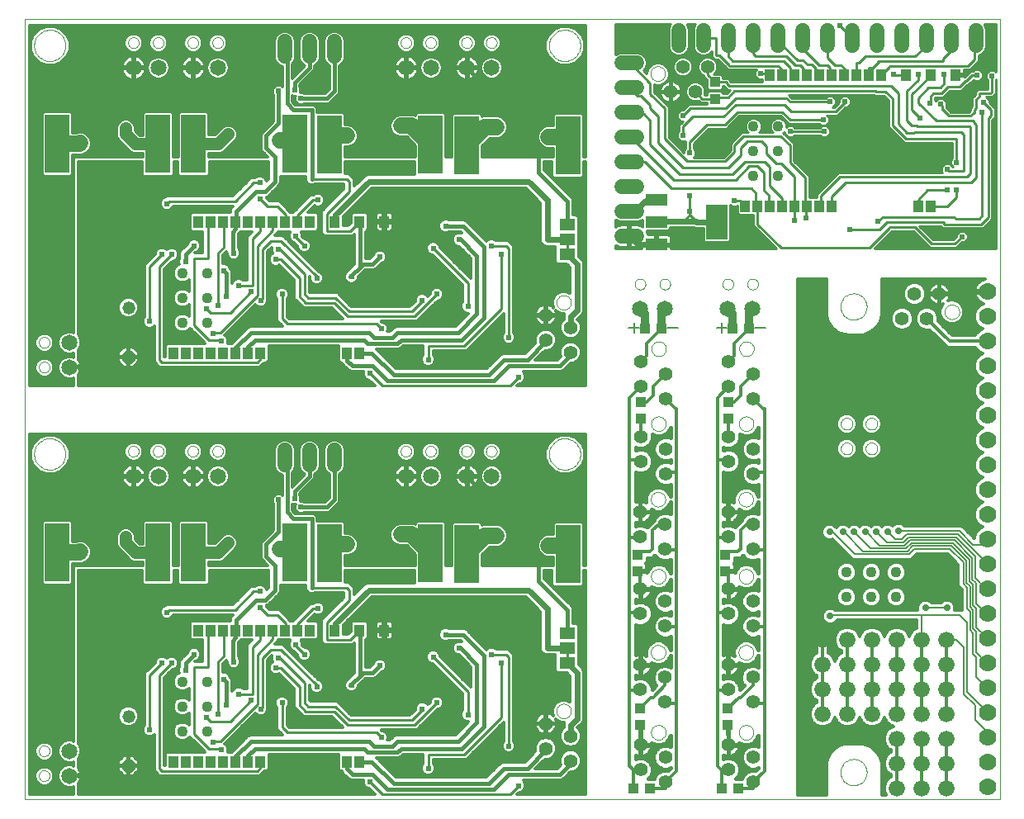
<source format=gbl>
G75*
G70*
%OFA0B0*%
%FSLAX24Y24*%
%IPPOS*%
%LPD*%
%AMOC8*
5,1,8,0,0,1.08239X$1,22.5*
%
%ADD10C,0.0000*%
%ADD11C,0.0060*%
%ADD12R,0.0394X0.0472*%
%ADD13C,0.0436*%
%ADD14C,0.0554*%
%ADD15C,0.0650*%
%ADD16C,0.0600*%
%ADD17R,0.0984X0.2362*%
%ADD18R,0.0630X0.0460*%
%ADD19OC8,0.0520*%
%ADD20C,0.0520*%
%ADD21R,0.0400X0.0390*%
%ADD22R,0.0880X0.0480*%
%ADD23R,0.0866X0.1417*%
%ADD24C,0.0700*%
%ADD25R,0.0394X0.0433*%
%ADD26R,0.0390X0.0400*%
%ADD27R,0.0433X0.0394*%
%ADD28C,0.0120*%
%ADD29C,0.0240*%
%ADD30C,0.0160*%
%ADD31C,0.0100*%
%ADD32C,0.0240*%
%ADD33C,0.0500*%
%ADD34C,0.0320*%
%ADD35C,0.0660*%
%ADD36C,0.0660*%
%ADD37C,0.0277*%
D10*
X000534Y001683D02*
X000534Y033179D01*
X039904Y033179D01*
X039904Y001683D01*
X000534Y001683D01*
X001116Y002644D02*
X001118Y002673D01*
X001124Y002701D01*
X001133Y002729D01*
X001146Y002755D01*
X001163Y002778D01*
X001182Y002800D01*
X001204Y002819D01*
X001229Y002834D01*
X001255Y002847D01*
X001283Y002855D01*
X001311Y002860D01*
X001340Y002861D01*
X001369Y002858D01*
X001397Y002851D01*
X001424Y002841D01*
X001450Y002827D01*
X001473Y002810D01*
X001494Y002790D01*
X001512Y002767D01*
X001527Y002742D01*
X001538Y002715D01*
X001546Y002687D01*
X001550Y002658D01*
X001550Y002630D01*
X001546Y002601D01*
X001538Y002573D01*
X001527Y002546D01*
X001512Y002521D01*
X001494Y002498D01*
X001473Y002478D01*
X001450Y002461D01*
X001424Y002447D01*
X001397Y002437D01*
X001369Y002430D01*
X001340Y002427D01*
X001311Y002428D01*
X001283Y002433D01*
X001255Y002441D01*
X001229Y002454D01*
X001204Y002469D01*
X001182Y002488D01*
X001163Y002510D01*
X001146Y002533D01*
X001133Y002559D01*
X001124Y002587D01*
X001118Y002615D01*
X001116Y002644D01*
X001116Y003644D02*
X001118Y003673D01*
X001124Y003701D01*
X001133Y003729D01*
X001146Y003755D01*
X001163Y003778D01*
X001182Y003800D01*
X001204Y003819D01*
X001229Y003834D01*
X001255Y003847D01*
X001283Y003855D01*
X001311Y003860D01*
X001340Y003861D01*
X001369Y003858D01*
X001397Y003851D01*
X001424Y003841D01*
X001450Y003827D01*
X001473Y003810D01*
X001494Y003790D01*
X001512Y003767D01*
X001527Y003742D01*
X001538Y003715D01*
X001546Y003687D01*
X001550Y003658D01*
X001550Y003630D01*
X001546Y003601D01*
X001538Y003573D01*
X001527Y003546D01*
X001512Y003521D01*
X001494Y003498D01*
X001473Y003478D01*
X001450Y003461D01*
X001424Y003447D01*
X001397Y003437D01*
X001369Y003430D01*
X001340Y003427D01*
X001311Y003428D01*
X001283Y003433D01*
X001255Y003441D01*
X001229Y003454D01*
X001204Y003469D01*
X001182Y003488D01*
X001163Y003510D01*
X001146Y003533D01*
X001133Y003559D01*
X001124Y003587D01*
X001118Y003615D01*
X001116Y003644D01*
X000926Y015631D02*
X000928Y015681D01*
X000934Y015731D01*
X000944Y015780D01*
X000958Y015828D01*
X000975Y015875D01*
X000996Y015920D01*
X001021Y015964D01*
X001049Y016005D01*
X001081Y016044D01*
X001115Y016081D01*
X001152Y016115D01*
X001192Y016145D01*
X001234Y016172D01*
X001278Y016196D01*
X001324Y016217D01*
X001371Y016233D01*
X001419Y016246D01*
X001469Y016255D01*
X001518Y016260D01*
X001569Y016261D01*
X001619Y016258D01*
X001668Y016251D01*
X001717Y016240D01*
X001765Y016225D01*
X001811Y016207D01*
X001856Y016185D01*
X001899Y016159D01*
X001940Y016130D01*
X001979Y016098D01*
X002015Y016063D01*
X002047Y016025D01*
X002077Y015985D01*
X002104Y015942D01*
X002127Y015898D01*
X002146Y015852D01*
X002162Y015804D01*
X002174Y015755D01*
X002182Y015706D01*
X002186Y015656D01*
X002186Y015606D01*
X002182Y015556D01*
X002174Y015507D01*
X002162Y015458D01*
X002146Y015410D01*
X002127Y015364D01*
X002104Y015320D01*
X002077Y015277D01*
X002047Y015237D01*
X002015Y015199D01*
X001979Y015164D01*
X001940Y015132D01*
X001899Y015103D01*
X001856Y015077D01*
X001811Y015055D01*
X001765Y015037D01*
X001717Y015022D01*
X001668Y015011D01*
X001619Y015004D01*
X001569Y015001D01*
X001518Y015002D01*
X001469Y015007D01*
X001419Y015016D01*
X001371Y015029D01*
X001324Y015045D01*
X001278Y015066D01*
X001234Y015090D01*
X001192Y015117D01*
X001152Y015147D01*
X001115Y015181D01*
X001081Y015218D01*
X001049Y015257D01*
X001021Y015298D01*
X000996Y015342D01*
X000975Y015387D01*
X000958Y015434D01*
X000944Y015482D01*
X000934Y015531D01*
X000928Y015581D01*
X000926Y015631D01*
X001116Y019140D02*
X001118Y019169D01*
X001124Y019197D01*
X001133Y019225D01*
X001146Y019251D01*
X001163Y019274D01*
X001182Y019296D01*
X001204Y019315D01*
X001229Y019330D01*
X001255Y019343D01*
X001283Y019351D01*
X001311Y019356D01*
X001340Y019357D01*
X001369Y019354D01*
X001397Y019347D01*
X001424Y019337D01*
X001450Y019323D01*
X001473Y019306D01*
X001494Y019286D01*
X001512Y019263D01*
X001527Y019238D01*
X001538Y019211D01*
X001546Y019183D01*
X001550Y019154D01*
X001550Y019126D01*
X001546Y019097D01*
X001538Y019069D01*
X001527Y019042D01*
X001512Y019017D01*
X001494Y018994D01*
X001473Y018974D01*
X001450Y018957D01*
X001424Y018943D01*
X001397Y018933D01*
X001369Y018926D01*
X001340Y018923D01*
X001311Y018924D01*
X001283Y018929D01*
X001255Y018937D01*
X001229Y018950D01*
X001204Y018965D01*
X001182Y018984D01*
X001163Y019006D01*
X001146Y019029D01*
X001133Y019055D01*
X001124Y019083D01*
X001118Y019111D01*
X001116Y019140D01*
X001116Y020140D02*
X001118Y020169D01*
X001124Y020197D01*
X001133Y020225D01*
X001146Y020251D01*
X001163Y020274D01*
X001182Y020296D01*
X001204Y020315D01*
X001229Y020330D01*
X001255Y020343D01*
X001283Y020351D01*
X001311Y020356D01*
X001340Y020357D01*
X001369Y020354D01*
X001397Y020347D01*
X001424Y020337D01*
X001450Y020323D01*
X001473Y020306D01*
X001494Y020286D01*
X001512Y020263D01*
X001527Y020238D01*
X001538Y020211D01*
X001546Y020183D01*
X001550Y020154D01*
X001550Y020126D01*
X001546Y020097D01*
X001538Y020069D01*
X001527Y020042D01*
X001512Y020017D01*
X001494Y019994D01*
X001473Y019974D01*
X001450Y019957D01*
X001424Y019943D01*
X001397Y019933D01*
X001369Y019926D01*
X001340Y019923D01*
X001311Y019924D01*
X001283Y019929D01*
X001255Y019937D01*
X001229Y019950D01*
X001204Y019965D01*
X001182Y019984D01*
X001163Y020006D01*
X001146Y020029D01*
X001133Y020055D01*
X001124Y020083D01*
X001118Y020111D01*
X001116Y020140D01*
X004716Y015744D02*
X004718Y015773D01*
X004724Y015801D01*
X004733Y015829D01*
X004746Y015855D01*
X004763Y015878D01*
X004782Y015900D01*
X004804Y015919D01*
X004829Y015934D01*
X004855Y015947D01*
X004883Y015955D01*
X004911Y015960D01*
X004940Y015961D01*
X004969Y015958D01*
X004997Y015951D01*
X005024Y015941D01*
X005050Y015927D01*
X005073Y015910D01*
X005094Y015890D01*
X005112Y015867D01*
X005127Y015842D01*
X005138Y015815D01*
X005146Y015787D01*
X005150Y015758D01*
X005150Y015730D01*
X005146Y015701D01*
X005138Y015673D01*
X005127Y015646D01*
X005112Y015621D01*
X005094Y015598D01*
X005073Y015578D01*
X005050Y015561D01*
X005024Y015547D01*
X004997Y015537D01*
X004969Y015530D01*
X004940Y015527D01*
X004911Y015528D01*
X004883Y015533D01*
X004855Y015541D01*
X004829Y015554D01*
X004804Y015569D01*
X004782Y015588D01*
X004763Y015610D01*
X004746Y015633D01*
X004733Y015659D01*
X004724Y015687D01*
X004718Y015715D01*
X004716Y015744D01*
X005716Y015744D02*
X005718Y015773D01*
X005724Y015801D01*
X005733Y015829D01*
X005746Y015855D01*
X005763Y015878D01*
X005782Y015900D01*
X005804Y015919D01*
X005829Y015934D01*
X005855Y015947D01*
X005883Y015955D01*
X005911Y015960D01*
X005940Y015961D01*
X005969Y015958D01*
X005997Y015951D01*
X006024Y015941D01*
X006050Y015927D01*
X006073Y015910D01*
X006094Y015890D01*
X006112Y015867D01*
X006127Y015842D01*
X006138Y015815D01*
X006146Y015787D01*
X006150Y015758D01*
X006150Y015730D01*
X006146Y015701D01*
X006138Y015673D01*
X006127Y015646D01*
X006112Y015621D01*
X006094Y015598D01*
X006073Y015578D01*
X006050Y015561D01*
X006024Y015547D01*
X005997Y015537D01*
X005969Y015530D01*
X005940Y015527D01*
X005911Y015528D01*
X005883Y015533D01*
X005855Y015541D01*
X005829Y015554D01*
X005804Y015569D01*
X005782Y015588D01*
X005763Y015610D01*
X005746Y015633D01*
X005733Y015659D01*
X005724Y015687D01*
X005718Y015715D01*
X005716Y015744D01*
X007116Y015744D02*
X007118Y015773D01*
X007124Y015801D01*
X007133Y015829D01*
X007146Y015855D01*
X007163Y015878D01*
X007182Y015900D01*
X007204Y015919D01*
X007229Y015934D01*
X007255Y015947D01*
X007283Y015955D01*
X007311Y015960D01*
X007340Y015961D01*
X007369Y015958D01*
X007397Y015951D01*
X007424Y015941D01*
X007450Y015927D01*
X007473Y015910D01*
X007494Y015890D01*
X007512Y015867D01*
X007527Y015842D01*
X007538Y015815D01*
X007546Y015787D01*
X007550Y015758D01*
X007550Y015730D01*
X007546Y015701D01*
X007538Y015673D01*
X007527Y015646D01*
X007512Y015621D01*
X007494Y015598D01*
X007473Y015578D01*
X007450Y015561D01*
X007424Y015547D01*
X007397Y015537D01*
X007369Y015530D01*
X007340Y015527D01*
X007311Y015528D01*
X007283Y015533D01*
X007255Y015541D01*
X007229Y015554D01*
X007204Y015569D01*
X007182Y015588D01*
X007163Y015610D01*
X007146Y015633D01*
X007133Y015659D01*
X007124Y015687D01*
X007118Y015715D01*
X007116Y015744D01*
X008116Y015744D02*
X008118Y015773D01*
X008124Y015801D01*
X008133Y015829D01*
X008146Y015855D01*
X008163Y015878D01*
X008182Y015900D01*
X008204Y015919D01*
X008229Y015934D01*
X008255Y015947D01*
X008283Y015955D01*
X008311Y015960D01*
X008340Y015961D01*
X008369Y015958D01*
X008397Y015951D01*
X008424Y015941D01*
X008450Y015927D01*
X008473Y015910D01*
X008494Y015890D01*
X008512Y015867D01*
X008527Y015842D01*
X008538Y015815D01*
X008546Y015787D01*
X008550Y015758D01*
X008550Y015730D01*
X008546Y015701D01*
X008538Y015673D01*
X008527Y015646D01*
X008512Y015621D01*
X008494Y015598D01*
X008473Y015578D01*
X008450Y015561D01*
X008424Y015547D01*
X008397Y015537D01*
X008369Y015530D01*
X008340Y015527D01*
X008311Y015528D01*
X008283Y015533D01*
X008255Y015541D01*
X008229Y015554D01*
X008204Y015569D01*
X008182Y015588D01*
X008163Y015610D01*
X008146Y015633D01*
X008133Y015659D01*
X008124Y015687D01*
X008118Y015715D01*
X008116Y015744D01*
X015716Y015744D02*
X015718Y015773D01*
X015724Y015801D01*
X015733Y015829D01*
X015746Y015855D01*
X015763Y015878D01*
X015782Y015900D01*
X015804Y015919D01*
X015829Y015934D01*
X015855Y015947D01*
X015883Y015955D01*
X015911Y015960D01*
X015940Y015961D01*
X015969Y015958D01*
X015997Y015951D01*
X016024Y015941D01*
X016050Y015927D01*
X016073Y015910D01*
X016094Y015890D01*
X016112Y015867D01*
X016127Y015842D01*
X016138Y015815D01*
X016146Y015787D01*
X016150Y015758D01*
X016150Y015730D01*
X016146Y015701D01*
X016138Y015673D01*
X016127Y015646D01*
X016112Y015621D01*
X016094Y015598D01*
X016073Y015578D01*
X016050Y015561D01*
X016024Y015547D01*
X015997Y015537D01*
X015969Y015530D01*
X015940Y015527D01*
X015911Y015528D01*
X015883Y015533D01*
X015855Y015541D01*
X015829Y015554D01*
X015804Y015569D01*
X015782Y015588D01*
X015763Y015610D01*
X015746Y015633D01*
X015733Y015659D01*
X015724Y015687D01*
X015718Y015715D01*
X015716Y015744D01*
X016716Y015744D02*
X016718Y015773D01*
X016724Y015801D01*
X016733Y015829D01*
X016746Y015855D01*
X016763Y015878D01*
X016782Y015900D01*
X016804Y015919D01*
X016829Y015934D01*
X016855Y015947D01*
X016883Y015955D01*
X016911Y015960D01*
X016940Y015961D01*
X016969Y015958D01*
X016997Y015951D01*
X017024Y015941D01*
X017050Y015927D01*
X017073Y015910D01*
X017094Y015890D01*
X017112Y015867D01*
X017127Y015842D01*
X017138Y015815D01*
X017146Y015787D01*
X017150Y015758D01*
X017150Y015730D01*
X017146Y015701D01*
X017138Y015673D01*
X017127Y015646D01*
X017112Y015621D01*
X017094Y015598D01*
X017073Y015578D01*
X017050Y015561D01*
X017024Y015547D01*
X016997Y015537D01*
X016969Y015530D01*
X016940Y015527D01*
X016911Y015528D01*
X016883Y015533D01*
X016855Y015541D01*
X016829Y015554D01*
X016804Y015569D01*
X016782Y015588D01*
X016763Y015610D01*
X016746Y015633D01*
X016733Y015659D01*
X016724Y015687D01*
X016718Y015715D01*
X016716Y015744D01*
X018166Y015744D02*
X018168Y015773D01*
X018174Y015801D01*
X018183Y015829D01*
X018196Y015855D01*
X018213Y015878D01*
X018232Y015900D01*
X018254Y015919D01*
X018279Y015934D01*
X018305Y015947D01*
X018333Y015955D01*
X018361Y015960D01*
X018390Y015961D01*
X018419Y015958D01*
X018447Y015951D01*
X018474Y015941D01*
X018500Y015927D01*
X018523Y015910D01*
X018544Y015890D01*
X018562Y015867D01*
X018577Y015842D01*
X018588Y015815D01*
X018596Y015787D01*
X018600Y015758D01*
X018600Y015730D01*
X018596Y015701D01*
X018588Y015673D01*
X018577Y015646D01*
X018562Y015621D01*
X018544Y015598D01*
X018523Y015578D01*
X018500Y015561D01*
X018474Y015547D01*
X018447Y015537D01*
X018419Y015530D01*
X018390Y015527D01*
X018361Y015528D01*
X018333Y015533D01*
X018305Y015541D01*
X018279Y015554D01*
X018254Y015569D01*
X018232Y015588D01*
X018213Y015610D01*
X018196Y015633D01*
X018183Y015659D01*
X018174Y015687D01*
X018168Y015715D01*
X018166Y015744D01*
X019166Y015744D02*
X019168Y015773D01*
X019174Y015801D01*
X019183Y015829D01*
X019196Y015855D01*
X019213Y015878D01*
X019232Y015900D01*
X019254Y015919D01*
X019279Y015934D01*
X019305Y015947D01*
X019333Y015955D01*
X019361Y015960D01*
X019390Y015961D01*
X019419Y015958D01*
X019447Y015951D01*
X019474Y015941D01*
X019500Y015927D01*
X019523Y015910D01*
X019544Y015890D01*
X019562Y015867D01*
X019577Y015842D01*
X019588Y015815D01*
X019596Y015787D01*
X019600Y015758D01*
X019600Y015730D01*
X019596Y015701D01*
X019588Y015673D01*
X019577Y015646D01*
X019562Y015621D01*
X019544Y015598D01*
X019523Y015578D01*
X019500Y015561D01*
X019474Y015547D01*
X019447Y015537D01*
X019419Y015530D01*
X019390Y015527D01*
X019361Y015528D01*
X019333Y015533D01*
X019305Y015541D01*
X019279Y015554D01*
X019254Y015569D01*
X019232Y015588D01*
X019213Y015610D01*
X019196Y015633D01*
X019183Y015659D01*
X019174Y015687D01*
X019168Y015715D01*
X019166Y015744D01*
X021714Y015631D02*
X021716Y015681D01*
X021722Y015731D01*
X021732Y015780D01*
X021746Y015828D01*
X021763Y015875D01*
X021784Y015920D01*
X021809Y015964D01*
X021837Y016005D01*
X021869Y016044D01*
X021903Y016081D01*
X021940Y016115D01*
X021980Y016145D01*
X022022Y016172D01*
X022066Y016196D01*
X022112Y016217D01*
X022159Y016233D01*
X022207Y016246D01*
X022257Y016255D01*
X022306Y016260D01*
X022357Y016261D01*
X022407Y016258D01*
X022456Y016251D01*
X022505Y016240D01*
X022553Y016225D01*
X022599Y016207D01*
X022644Y016185D01*
X022687Y016159D01*
X022728Y016130D01*
X022767Y016098D01*
X022803Y016063D01*
X022835Y016025D01*
X022865Y015985D01*
X022892Y015942D01*
X022915Y015898D01*
X022934Y015852D01*
X022950Y015804D01*
X022962Y015755D01*
X022970Y015706D01*
X022974Y015656D01*
X022974Y015606D01*
X022970Y015556D01*
X022962Y015507D01*
X022950Y015458D01*
X022934Y015410D01*
X022915Y015364D01*
X022892Y015320D01*
X022865Y015277D01*
X022835Y015237D01*
X022803Y015199D01*
X022767Y015164D01*
X022728Y015132D01*
X022687Y015103D01*
X022644Y015077D01*
X022599Y015055D01*
X022553Y015037D01*
X022505Y015022D01*
X022456Y015011D01*
X022407Y015004D01*
X022357Y015001D01*
X022306Y015002D01*
X022257Y015007D01*
X022207Y015016D01*
X022159Y015029D01*
X022112Y015045D01*
X022066Y015066D01*
X022022Y015090D01*
X021980Y015117D01*
X021940Y015147D01*
X021903Y015181D01*
X021869Y015218D01*
X021837Y015257D01*
X021809Y015298D01*
X021784Y015342D01*
X021763Y015387D01*
X021746Y015434D01*
X021732Y015482D01*
X021722Y015531D01*
X021716Y015581D01*
X021714Y015631D01*
X025832Y016853D02*
X025834Y016887D01*
X025840Y016921D01*
X025850Y016954D01*
X025863Y016985D01*
X025881Y017015D01*
X025901Y017043D01*
X025925Y017068D01*
X025951Y017090D01*
X025979Y017108D01*
X026010Y017124D01*
X026042Y017136D01*
X026076Y017144D01*
X026110Y017148D01*
X026144Y017148D01*
X026178Y017144D01*
X026212Y017136D01*
X026244Y017124D01*
X026274Y017108D01*
X026303Y017090D01*
X026329Y017068D01*
X026353Y017043D01*
X026373Y017015D01*
X026391Y016985D01*
X026404Y016954D01*
X026414Y016921D01*
X026420Y016887D01*
X026422Y016853D01*
X026420Y016819D01*
X026414Y016785D01*
X026404Y016752D01*
X026391Y016721D01*
X026373Y016691D01*
X026353Y016663D01*
X026329Y016638D01*
X026303Y016616D01*
X026275Y016598D01*
X026244Y016582D01*
X026212Y016570D01*
X026178Y016562D01*
X026144Y016558D01*
X026110Y016558D01*
X026076Y016562D01*
X026042Y016570D01*
X026010Y016582D01*
X025979Y016598D01*
X025951Y016616D01*
X025925Y016638D01*
X025901Y016663D01*
X025881Y016691D01*
X025863Y016721D01*
X025850Y016752D01*
X025840Y016785D01*
X025834Y016819D01*
X025832Y016853D01*
X025841Y019882D02*
X025843Y019916D01*
X025849Y019950D01*
X025859Y019983D01*
X025872Y020014D01*
X025890Y020044D01*
X025910Y020072D01*
X025934Y020097D01*
X025960Y020119D01*
X025988Y020137D01*
X026019Y020153D01*
X026051Y020165D01*
X026085Y020173D01*
X026119Y020177D01*
X026153Y020177D01*
X026187Y020173D01*
X026221Y020165D01*
X026253Y020153D01*
X026283Y020137D01*
X026312Y020119D01*
X026338Y020097D01*
X026362Y020072D01*
X026382Y020044D01*
X026400Y020014D01*
X026413Y019983D01*
X026423Y019950D01*
X026429Y019916D01*
X026431Y019882D01*
X026429Y019848D01*
X026423Y019814D01*
X026413Y019781D01*
X026400Y019750D01*
X026382Y019720D01*
X026362Y019692D01*
X026338Y019667D01*
X026312Y019645D01*
X026284Y019627D01*
X026253Y019611D01*
X026221Y019599D01*
X026187Y019591D01*
X026153Y019587D01*
X026119Y019587D01*
X026085Y019591D01*
X026051Y019599D01*
X026019Y019611D01*
X025988Y019627D01*
X025960Y019645D01*
X025934Y019667D01*
X025910Y019692D01*
X025890Y019720D01*
X025872Y019750D01*
X025859Y019781D01*
X025849Y019814D01*
X025843Y019848D01*
X025841Y019882D01*
X025168Y022491D02*
X025170Y022520D01*
X025176Y022548D01*
X025185Y022576D01*
X025198Y022602D01*
X025215Y022625D01*
X025234Y022647D01*
X025256Y022666D01*
X025281Y022681D01*
X025307Y022694D01*
X025335Y022702D01*
X025363Y022707D01*
X025392Y022708D01*
X025421Y022705D01*
X025449Y022698D01*
X025476Y022688D01*
X025502Y022674D01*
X025525Y022657D01*
X025546Y022637D01*
X025564Y022614D01*
X025579Y022589D01*
X025590Y022562D01*
X025598Y022534D01*
X025602Y022505D01*
X025602Y022477D01*
X025598Y022448D01*
X025590Y022420D01*
X025579Y022393D01*
X025564Y022368D01*
X025546Y022345D01*
X025525Y022325D01*
X025502Y022308D01*
X025476Y022294D01*
X025449Y022284D01*
X025421Y022277D01*
X025392Y022274D01*
X025363Y022275D01*
X025335Y022280D01*
X025307Y022288D01*
X025281Y022301D01*
X025256Y022316D01*
X025234Y022335D01*
X025215Y022357D01*
X025198Y022380D01*
X025185Y022406D01*
X025176Y022434D01*
X025170Y022462D01*
X025168Y022491D01*
X026168Y022491D02*
X026170Y022520D01*
X026176Y022548D01*
X026185Y022576D01*
X026198Y022602D01*
X026215Y022625D01*
X026234Y022647D01*
X026256Y022666D01*
X026281Y022681D01*
X026307Y022694D01*
X026335Y022702D01*
X026363Y022707D01*
X026392Y022708D01*
X026421Y022705D01*
X026449Y022698D01*
X026476Y022688D01*
X026502Y022674D01*
X026525Y022657D01*
X026546Y022637D01*
X026564Y022614D01*
X026579Y022589D01*
X026590Y022562D01*
X026598Y022534D01*
X026602Y022505D01*
X026602Y022477D01*
X026598Y022448D01*
X026590Y022420D01*
X026579Y022393D01*
X026564Y022368D01*
X026546Y022345D01*
X026525Y022325D01*
X026502Y022308D01*
X026476Y022294D01*
X026449Y022284D01*
X026421Y022277D01*
X026392Y022274D01*
X026363Y022275D01*
X026335Y022280D01*
X026307Y022288D01*
X026281Y022301D01*
X026256Y022316D01*
X026234Y022335D01*
X026215Y022357D01*
X026198Y022380D01*
X026185Y022406D01*
X026176Y022434D01*
X026170Y022462D01*
X026168Y022491D01*
X028711Y022491D02*
X028713Y022520D01*
X028719Y022548D01*
X028728Y022576D01*
X028741Y022602D01*
X028758Y022625D01*
X028777Y022647D01*
X028799Y022666D01*
X028824Y022681D01*
X028850Y022694D01*
X028878Y022702D01*
X028906Y022707D01*
X028935Y022708D01*
X028964Y022705D01*
X028992Y022698D01*
X029019Y022688D01*
X029045Y022674D01*
X029068Y022657D01*
X029089Y022637D01*
X029107Y022614D01*
X029122Y022589D01*
X029133Y022562D01*
X029141Y022534D01*
X029145Y022505D01*
X029145Y022477D01*
X029141Y022448D01*
X029133Y022420D01*
X029122Y022393D01*
X029107Y022368D01*
X029089Y022345D01*
X029068Y022325D01*
X029045Y022308D01*
X029019Y022294D01*
X028992Y022284D01*
X028964Y022277D01*
X028935Y022274D01*
X028906Y022275D01*
X028878Y022280D01*
X028850Y022288D01*
X028824Y022301D01*
X028799Y022316D01*
X028777Y022335D01*
X028758Y022357D01*
X028741Y022380D01*
X028728Y022406D01*
X028719Y022434D01*
X028713Y022462D01*
X028711Y022491D01*
X029711Y022491D02*
X029713Y022520D01*
X029719Y022548D01*
X029728Y022576D01*
X029741Y022602D01*
X029758Y022625D01*
X029777Y022647D01*
X029799Y022666D01*
X029824Y022681D01*
X029850Y022694D01*
X029878Y022702D01*
X029906Y022707D01*
X029935Y022708D01*
X029964Y022705D01*
X029992Y022698D01*
X030019Y022688D01*
X030045Y022674D01*
X030068Y022657D01*
X030089Y022637D01*
X030107Y022614D01*
X030122Y022589D01*
X030133Y022562D01*
X030141Y022534D01*
X030145Y022505D01*
X030145Y022477D01*
X030141Y022448D01*
X030133Y022420D01*
X030122Y022393D01*
X030107Y022368D01*
X030089Y022345D01*
X030068Y022325D01*
X030045Y022308D01*
X030019Y022294D01*
X029992Y022284D01*
X029964Y022277D01*
X029935Y022274D01*
X029906Y022275D01*
X029878Y022280D01*
X029850Y022288D01*
X029824Y022301D01*
X029799Y022316D01*
X029777Y022335D01*
X029758Y022357D01*
X029741Y022380D01*
X029728Y022406D01*
X029719Y022434D01*
X029713Y022462D01*
X029711Y022491D01*
X029385Y019882D02*
X029387Y019916D01*
X029393Y019950D01*
X029403Y019983D01*
X029416Y020014D01*
X029434Y020044D01*
X029454Y020072D01*
X029478Y020097D01*
X029504Y020119D01*
X029532Y020137D01*
X029563Y020153D01*
X029595Y020165D01*
X029629Y020173D01*
X029663Y020177D01*
X029697Y020177D01*
X029731Y020173D01*
X029765Y020165D01*
X029797Y020153D01*
X029827Y020137D01*
X029856Y020119D01*
X029882Y020097D01*
X029906Y020072D01*
X029926Y020044D01*
X029944Y020014D01*
X029957Y019983D01*
X029967Y019950D01*
X029973Y019916D01*
X029975Y019882D01*
X029973Y019848D01*
X029967Y019814D01*
X029957Y019781D01*
X029944Y019750D01*
X029926Y019720D01*
X029906Y019692D01*
X029882Y019667D01*
X029856Y019645D01*
X029828Y019627D01*
X029797Y019611D01*
X029765Y019599D01*
X029731Y019591D01*
X029697Y019587D01*
X029663Y019587D01*
X029629Y019591D01*
X029595Y019599D01*
X029563Y019611D01*
X029532Y019627D01*
X029504Y019645D01*
X029478Y019667D01*
X029454Y019692D01*
X029434Y019720D01*
X029416Y019750D01*
X029403Y019781D01*
X029393Y019814D01*
X029387Y019848D01*
X029385Y019882D01*
X029376Y016853D02*
X029378Y016887D01*
X029384Y016921D01*
X029394Y016954D01*
X029407Y016985D01*
X029425Y017015D01*
X029445Y017043D01*
X029469Y017068D01*
X029495Y017090D01*
X029523Y017108D01*
X029554Y017124D01*
X029586Y017136D01*
X029620Y017144D01*
X029654Y017148D01*
X029688Y017148D01*
X029722Y017144D01*
X029756Y017136D01*
X029788Y017124D01*
X029818Y017108D01*
X029847Y017090D01*
X029873Y017068D01*
X029897Y017043D01*
X029917Y017015D01*
X029935Y016985D01*
X029948Y016954D01*
X029958Y016921D01*
X029964Y016887D01*
X029966Y016853D01*
X029964Y016819D01*
X029958Y016785D01*
X029948Y016752D01*
X029935Y016721D01*
X029917Y016691D01*
X029897Y016663D01*
X029873Y016638D01*
X029847Y016616D01*
X029819Y016598D01*
X029788Y016582D01*
X029756Y016570D01*
X029722Y016562D01*
X029688Y016558D01*
X029654Y016558D01*
X029620Y016562D01*
X029586Y016570D01*
X029554Y016582D01*
X029523Y016598D01*
X029495Y016616D01*
X029469Y016638D01*
X029445Y016663D01*
X029425Y016691D01*
X029407Y016721D01*
X029394Y016752D01*
X029384Y016785D01*
X029378Y016819D01*
X029376Y016853D01*
X029359Y013804D02*
X029361Y013838D01*
X029367Y013872D01*
X029377Y013905D01*
X029390Y013936D01*
X029408Y013966D01*
X029428Y013994D01*
X029452Y014019D01*
X029478Y014041D01*
X029506Y014059D01*
X029537Y014075D01*
X029569Y014087D01*
X029603Y014095D01*
X029637Y014099D01*
X029671Y014099D01*
X029705Y014095D01*
X029739Y014087D01*
X029771Y014075D01*
X029801Y014059D01*
X029830Y014041D01*
X029856Y014019D01*
X029880Y013994D01*
X029900Y013966D01*
X029918Y013936D01*
X029931Y013905D01*
X029941Y013872D01*
X029947Y013838D01*
X029949Y013804D01*
X029947Y013770D01*
X029941Y013736D01*
X029931Y013703D01*
X029918Y013672D01*
X029900Y013642D01*
X029880Y013614D01*
X029856Y013589D01*
X029830Y013567D01*
X029802Y013549D01*
X029771Y013533D01*
X029739Y013521D01*
X029705Y013513D01*
X029671Y013509D01*
X029637Y013509D01*
X029603Y013513D01*
X029569Y013521D01*
X029537Y013533D01*
X029506Y013549D01*
X029478Y013567D01*
X029452Y013589D01*
X029428Y013614D01*
X029408Y013642D01*
X029390Y013672D01*
X029377Y013703D01*
X029367Y013736D01*
X029361Y013770D01*
X029359Y013804D01*
X025816Y013804D02*
X025818Y013838D01*
X025824Y013872D01*
X025834Y013905D01*
X025847Y013936D01*
X025865Y013966D01*
X025885Y013994D01*
X025909Y014019D01*
X025935Y014041D01*
X025963Y014059D01*
X025994Y014075D01*
X026026Y014087D01*
X026060Y014095D01*
X026094Y014099D01*
X026128Y014099D01*
X026162Y014095D01*
X026196Y014087D01*
X026228Y014075D01*
X026258Y014059D01*
X026287Y014041D01*
X026313Y014019D01*
X026337Y013994D01*
X026357Y013966D01*
X026375Y013936D01*
X026388Y013905D01*
X026398Y013872D01*
X026404Y013838D01*
X026406Y013804D01*
X026404Y013770D01*
X026398Y013736D01*
X026388Y013703D01*
X026375Y013672D01*
X026357Y013642D01*
X026337Y013614D01*
X026313Y013589D01*
X026287Y013567D01*
X026259Y013549D01*
X026228Y013533D01*
X026196Y013521D01*
X026162Y013513D01*
X026128Y013509D01*
X026094Y013509D01*
X026060Y013513D01*
X026026Y013521D01*
X025994Y013533D01*
X025963Y013549D01*
X025935Y013567D01*
X025909Y013589D01*
X025885Y013614D01*
X025865Y013642D01*
X025847Y013672D01*
X025834Y013703D01*
X025824Y013736D01*
X025818Y013770D01*
X025816Y013804D01*
X025826Y010694D02*
X025828Y010728D01*
X025834Y010762D01*
X025844Y010795D01*
X025857Y010826D01*
X025875Y010856D01*
X025895Y010884D01*
X025919Y010909D01*
X025945Y010931D01*
X025973Y010949D01*
X026004Y010965D01*
X026036Y010977D01*
X026070Y010985D01*
X026104Y010989D01*
X026138Y010989D01*
X026172Y010985D01*
X026206Y010977D01*
X026238Y010965D01*
X026268Y010949D01*
X026297Y010931D01*
X026323Y010909D01*
X026347Y010884D01*
X026367Y010856D01*
X026385Y010826D01*
X026398Y010795D01*
X026408Y010762D01*
X026414Y010728D01*
X026416Y010694D01*
X026414Y010660D01*
X026408Y010626D01*
X026398Y010593D01*
X026385Y010562D01*
X026367Y010532D01*
X026347Y010504D01*
X026323Y010479D01*
X026297Y010457D01*
X026269Y010439D01*
X026238Y010423D01*
X026206Y010411D01*
X026172Y010403D01*
X026138Y010399D01*
X026104Y010399D01*
X026070Y010403D01*
X026036Y010411D01*
X026004Y010423D01*
X025973Y010439D01*
X025945Y010457D01*
X025919Y010479D01*
X025895Y010504D01*
X025875Y010532D01*
X025857Y010562D01*
X025844Y010593D01*
X025834Y010626D01*
X025828Y010660D01*
X025826Y010694D01*
X025818Y007623D02*
X025820Y007657D01*
X025826Y007691D01*
X025836Y007724D01*
X025849Y007755D01*
X025867Y007785D01*
X025887Y007813D01*
X025911Y007838D01*
X025937Y007860D01*
X025965Y007878D01*
X025996Y007894D01*
X026028Y007906D01*
X026062Y007914D01*
X026096Y007918D01*
X026130Y007918D01*
X026164Y007914D01*
X026198Y007906D01*
X026230Y007894D01*
X026260Y007878D01*
X026289Y007860D01*
X026315Y007838D01*
X026339Y007813D01*
X026359Y007785D01*
X026377Y007755D01*
X026390Y007724D01*
X026400Y007691D01*
X026406Y007657D01*
X026408Y007623D01*
X026406Y007589D01*
X026400Y007555D01*
X026390Y007522D01*
X026377Y007491D01*
X026359Y007461D01*
X026339Y007433D01*
X026315Y007408D01*
X026289Y007386D01*
X026261Y007368D01*
X026230Y007352D01*
X026198Y007340D01*
X026164Y007332D01*
X026130Y007328D01*
X026096Y007328D01*
X026062Y007332D01*
X026028Y007340D01*
X025996Y007352D01*
X025965Y007368D01*
X025937Y007386D01*
X025911Y007408D01*
X025887Y007433D01*
X025867Y007461D01*
X025849Y007491D01*
X025836Y007522D01*
X025826Y007555D01*
X025820Y007589D01*
X025818Y007623D01*
X022009Y005254D02*
X022011Y005288D01*
X022017Y005322D01*
X022027Y005355D01*
X022040Y005386D01*
X022058Y005416D01*
X022078Y005444D01*
X022102Y005469D01*
X022128Y005491D01*
X022156Y005509D01*
X022187Y005525D01*
X022219Y005537D01*
X022253Y005545D01*
X022287Y005549D01*
X022321Y005549D01*
X022355Y005545D01*
X022389Y005537D01*
X022421Y005525D01*
X022451Y005509D01*
X022480Y005491D01*
X022506Y005469D01*
X022530Y005444D01*
X022550Y005416D01*
X022568Y005386D01*
X022581Y005355D01*
X022591Y005322D01*
X022597Y005288D01*
X022599Y005254D01*
X022597Y005220D01*
X022591Y005186D01*
X022581Y005153D01*
X022568Y005122D01*
X022550Y005092D01*
X022530Y005064D01*
X022506Y005039D01*
X022480Y005017D01*
X022452Y004999D01*
X022421Y004983D01*
X022389Y004971D01*
X022355Y004963D01*
X022321Y004959D01*
X022287Y004959D01*
X022253Y004963D01*
X022219Y004971D01*
X022187Y004983D01*
X022156Y004999D01*
X022128Y005017D01*
X022102Y005039D01*
X022078Y005064D01*
X022058Y005092D01*
X022040Y005122D01*
X022027Y005153D01*
X022017Y005186D01*
X022011Y005220D01*
X022009Y005254D01*
X025828Y004395D02*
X025830Y004429D01*
X025836Y004463D01*
X025846Y004496D01*
X025859Y004527D01*
X025877Y004557D01*
X025897Y004585D01*
X025921Y004610D01*
X025947Y004632D01*
X025975Y004650D01*
X026006Y004666D01*
X026038Y004678D01*
X026072Y004686D01*
X026106Y004690D01*
X026140Y004690D01*
X026174Y004686D01*
X026208Y004678D01*
X026240Y004666D01*
X026270Y004650D01*
X026299Y004632D01*
X026325Y004610D01*
X026349Y004585D01*
X026369Y004557D01*
X026387Y004527D01*
X026400Y004496D01*
X026410Y004463D01*
X026416Y004429D01*
X026418Y004395D01*
X026416Y004361D01*
X026410Y004327D01*
X026400Y004294D01*
X026387Y004263D01*
X026369Y004233D01*
X026349Y004205D01*
X026325Y004180D01*
X026299Y004158D01*
X026271Y004140D01*
X026240Y004124D01*
X026208Y004112D01*
X026174Y004104D01*
X026140Y004100D01*
X026106Y004100D01*
X026072Y004104D01*
X026038Y004112D01*
X026006Y004124D01*
X025975Y004140D01*
X025947Y004158D01*
X025921Y004180D01*
X025897Y004205D01*
X025877Y004233D01*
X025859Y004263D01*
X025846Y004294D01*
X025836Y004327D01*
X025830Y004361D01*
X025828Y004395D01*
X029372Y004395D02*
X029374Y004429D01*
X029380Y004463D01*
X029390Y004496D01*
X029403Y004527D01*
X029421Y004557D01*
X029441Y004585D01*
X029465Y004610D01*
X029491Y004632D01*
X029519Y004650D01*
X029550Y004666D01*
X029582Y004678D01*
X029616Y004686D01*
X029650Y004690D01*
X029684Y004690D01*
X029718Y004686D01*
X029752Y004678D01*
X029784Y004666D01*
X029814Y004650D01*
X029843Y004632D01*
X029869Y004610D01*
X029893Y004585D01*
X029913Y004557D01*
X029931Y004527D01*
X029944Y004496D01*
X029954Y004463D01*
X029960Y004429D01*
X029962Y004395D01*
X029960Y004361D01*
X029954Y004327D01*
X029944Y004294D01*
X029931Y004263D01*
X029913Y004233D01*
X029893Y004205D01*
X029869Y004180D01*
X029843Y004158D01*
X029815Y004140D01*
X029784Y004124D01*
X029752Y004112D01*
X029718Y004104D01*
X029684Y004100D01*
X029650Y004100D01*
X029616Y004104D01*
X029582Y004112D01*
X029550Y004124D01*
X029519Y004140D01*
X029491Y004158D01*
X029465Y004180D01*
X029441Y004205D01*
X029421Y004233D01*
X029403Y004263D01*
X029390Y004294D01*
X029380Y004327D01*
X029374Y004361D01*
X029372Y004395D01*
X029362Y007623D02*
X029364Y007657D01*
X029370Y007691D01*
X029380Y007724D01*
X029393Y007755D01*
X029411Y007785D01*
X029431Y007813D01*
X029455Y007838D01*
X029481Y007860D01*
X029509Y007878D01*
X029540Y007894D01*
X029572Y007906D01*
X029606Y007914D01*
X029640Y007918D01*
X029674Y007918D01*
X029708Y007914D01*
X029742Y007906D01*
X029774Y007894D01*
X029804Y007878D01*
X029833Y007860D01*
X029859Y007838D01*
X029883Y007813D01*
X029903Y007785D01*
X029921Y007755D01*
X029934Y007724D01*
X029944Y007691D01*
X029950Y007657D01*
X029952Y007623D01*
X029950Y007589D01*
X029944Y007555D01*
X029934Y007522D01*
X029921Y007491D01*
X029903Y007461D01*
X029883Y007433D01*
X029859Y007408D01*
X029833Y007386D01*
X029805Y007368D01*
X029774Y007352D01*
X029742Y007340D01*
X029708Y007332D01*
X029674Y007328D01*
X029640Y007328D01*
X029606Y007332D01*
X029572Y007340D01*
X029540Y007352D01*
X029509Y007368D01*
X029481Y007386D01*
X029455Y007408D01*
X029431Y007433D01*
X029411Y007461D01*
X029393Y007491D01*
X029380Y007522D01*
X029370Y007555D01*
X029364Y007589D01*
X029362Y007623D01*
X029369Y010694D02*
X029371Y010728D01*
X029377Y010762D01*
X029387Y010795D01*
X029400Y010826D01*
X029418Y010856D01*
X029438Y010884D01*
X029462Y010909D01*
X029488Y010931D01*
X029516Y010949D01*
X029547Y010965D01*
X029579Y010977D01*
X029613Y010985D01*
X029647Y010989D01*
X029681Y010989D01*
X029715Y010985D01*
X029749Y010977D01*
X029781Y010965D01*
X029811Y010949D01*
X029840Y010931D01*
X029866Y010909D01*
X029890Y010884D01*
X029910Y010856D01*
X029928Y010826D01*
X029941Y010795D01*
X029951Y010762D01*
X029957Y010728D01*
X029959Y010694D01*
X029957Y010660D01*
X029951Y010626D01*
X029941Y010593D01*
X029928Y010562D01*
X029910Y010532D01*
X029890Y010504D01*
X029866Y010479D01*
X029840Y010457D01*
X029812Y010439D01*
X029781Y010423D01*
X029749Y010411D01*
X029715Y010403D01*
X029681Y010399D01*
X029647Y010399D01*
X029613Y010403D01*
X029579Y010411D01*
X029547Y010423D01*
X029516Y010439D01*
X029488Y010457D01*
X029462Y010479D01*
X029438Y010504D01*
X029418Y010532D01*
X029400Y010562D01*
X029387Y010593D01*
X029377Y010626D01*
X029371Y010660D01*
X029369Y010694D01*
X033489Y015853D02*
X033491Y015883D01*
X033497Y015913D01*
X033506Y015942D01*
X033519Y015969D01*
X033536Y015994D01*
X033555Y016017D01*
X033578Y016038D01*
X033603Y016055D01*
X033629Y016069D01*
X033658Y016079D01*
X033687Y016086D01*
X033717Y016089D01*
X033748Y016088D01*
X033778Y016083D01*
X033807Y016074D01*
X033834Y016062D01*
X033860Y016047D01*
X033884Y016028D01*
X033905Y016006D01*
X033923Y015982D01*
X033938Y015955D01*
X033949Y015927D01*
X033957Y015898D01*
X033961Y015868D01*
X033961Y015838D01*
X033957Y015808D01*
X033949Y015779D01*
X033938Y015751D01*
X033923Y015724D01*
X033905Y015700D01*
X033884Y015678D01*
X033860Y015659D01*
X033834Y015644D01*
X033807Y015632D01*
X033778Y015623D01*
X033748Y015618D01*
X033717Y015617D01*
X033687Y015620D01*
X033658Y015627D01*
X033629Y015637D01*
X033603Y015651D01*
X033578Y015668D01*
X033555Y015689D01*
X033536Y015712D01*
X033519Y015737D01*
X033506Y015764D01*
X033497Y015793D01*
X033491Y015823D01*
X033489Y015853D01*
X033489Y016853D02*
X033491Y016883D01*
X033497Y016913D01*
X033506Y016942D01*
X033519Y016969D01*
X033536Y016994D01*
X033555Y017017D01*
X033578Y017038D01*
X033603Y017055D01*
X033629Y017069D01*
X033658Y017079D01*
X033687Y017086D01*
X033717Y017089D01*
X033748Y017088D01*
X033778Y017083D01*
X033807Y017074D01*
X033834Y017062D01*
X033860Y017047D01*
X033884Y017028D01*
X033905Y017006D01*
X033923Y016982D01*
X033938Y016955D01*
X033949Y016927D01*
X033957Y016898D01*
X033961Y016868D01*
X033961Y016838D01*
X033957Y016808D01*
X033949Y016779D01*
X033938Y016751D01*
X033923Y016724D01*
X033905Y016700D01*
X033884Y016678D01*
X033860Y016659D01*
X033834Y016644D01*
X033807Y016632D01*
X033778Y016623D01*
X033748Y016618D01*
X033717Y016617D01*
X033687Y016620D01*
X033658Y016627D01*
X033629Y016637D01*
X033603Y016651D01*
X033578Y016668D01*
X033555Y016689D01*
X033536Y016712D01*
X033519Y016737D01*
X033506Y016764D01*
X033497Y016793D01*
X033491Y016823D01*
X033489Y016853D01*
X034489Y016853D02*
X034491Y016883D01*
X034497Y016913D01*
X034506Y016942D01*
X034519Y016969D01*
X034536Y016994D01*
X034555Y017017D01*
X034578Y017038D01*
X034603Y017055D01*
X034629Y017069D01*
X034658Y017079D01*
X034687Y017086D01*
X034717Y017089D01*
X034748Y017088D01*
X034778Y017083D01*
X034807Y017074D01*
X034834Y017062D01*
X034860Y017047D01*
X034884Y017028D01*
X034905Y017006D01*
X034923Y016982D01*
X034938Y016955D01*
X034949Y016927D01*
X034957Y016898D01*
X034961Y016868D01*
X034961Y016838D01*
X034957Y016808D01*
X034949Y016779D01*
X034938Y016751D01*
X034923Y016724D01*
X034905Y016700D01*
X034884Y016678D01*
X034860Y016659D01*
X034834Y016644D01*
X034807Y016632D01*
X034778Y016623D01*
X034748Y016618D01*
X034717Y016617D01*
X034687Y016620D01*
X034658Y016627D01*
X034629Y016637D01*
X034603Y016651D01*
X034578Y016668D01*
X034555Y016689D01*
X034536Y016712D01*
X034519Y016737D01*
X034506Y016764D01*
X034497Y016793D01*
X034491Y016823D01*
X034489Y016853D01*
X034489Y015853D02*
X034491Y015883D01*
X034497Y015913D01*
X034506Y015942D01*
X034519Y015969D01*
X034536Y015994D01*
X034555Y016017D01*
X034578Y016038D01*
X034603Y016055D01*
X034629Y016069D01*
X034658Y016079D01*
X034687Y016086D01*
X034717Y016089D01*
X034748Y016088D01*
X034778Y016083D01*
X034807Y016074D01*
X034834Y016062D01*
X034860Y016047D01*
X034884Y016028D01*
X034905Y016006D01*
X034923Y015982D01*
X034938Y015955D01*
X034949Y015927D01*
X034957Y015898D01*
X034961Y015868D01*
X034961Y015838D01*
X034957Y015808D01*
X034949Y015779D01*
X034938Y015751D01*
X034923Y015724D01*
X034905Y015700D01*
X034884Y015678D01*
X034860Y015659D01*
X034834Y015644D01*
X034807Y015632D01*
X034778Y015623D01*
X034748Y015618D01*
X034717Y015617D01*
X034687Y015620D01*
X034658Y015627D01*
X034629Y015637D01*
X034603Y015651D01*
X034578Y015668D01*
X034555Y015689D01*
X034536Y015712D01*
X034519Y015737D01*
X034506Y015764D01*
X034497Y015793D01*
X034491Y015823D01*
X034489Y015853D01*
X033474Y021583D02*
X033476Y021629D01*
X033482Y021674D01*
X033492Y021719D01*
X033505Y021762D01*
X033522Y021805D01*
X033543Y021845D01*
X033567Y021884D01*
X033595Y021920D01*
X033626Y021954D01*
X033659Y021986D01*
X033695Y022014D01*
X033733Y022039D01*
X033773Y022061D01*
X033815Y022079D01*
X033858Y022093D01*
X033903Y022104D01*
X033948Y022111D01*
X033994Y022114D01*
X034039Y022113D01*
X034085Y022108D01*
X034130Y022099D01*
X034173Y022087D01*
X034216Y022070D01*
X034257Y022050D01*
X034296Y022027D01*
X034334Y022000D01*
X034368Y021970D01*
X034400Y021938D01*
X034429Y021902D01*
X034455Y021865D01*
X034478Y021825D01*
X034497Y021784D01*
X034512Y021741D01*
X034524Y021696D01*
X034532Y021651D01*
X034536Y021606D01*
X034536Y021560D01*
X034532Y021515D01*
X034524Y021470D01*
X034512Y021425D01*
X034497Y021382D01*
X034478Y021341D01*
X034455Y021301D01*
X034429Y021264D01*
X034400Y021228D01*
X034368Y021196D01*
X034334Y021166D01*
X034296Y021139D01*
X034257Y021116D01*
X034216Y021096D01*
X034173Y021079D01*
X034130Y021067D01*
X034085Y021058D01*
X034039Y021053D01*
X033994Y021052D01*
X033948Y021055D01*
X033903Y021062D01*
X033858Y021073D01*
X033815Y021087D01*
X033773Y021105D01*
X033733Y021127D01*
X033695Y021152D01*
X033659Y021180D01*
X033626Y021212D01*
X033595Y021246D01*
X033567Y021282D01*
X033543Y021321D01*
X033522Y021361D01*
X033505Y021404D01*
X033492Y021447D01*
X033482Y021492D01*
X033476Y021537D01*
X033474Y021583D01*
X037679Y021372D02*
X037681Y021406D01*
X037687Y021440D01*
X037697Y021473D01*
X037710Y021504D01*
X037728Y021534D01*
X037748Y021562D01*
X037772Y021587D01*
X037798Y021609D01*
X037826Y021627D01*
X037857Y021643D01*
X037889Y021655D01*
X037923Y021663D01*
X037957Y021667D01*
X037991Y021667D01*
X038025Y021663D01*
X038059Y021655D01*
X038091Y021643D01*
X038121Y021627D01*
X038150Y021609D01*
X038176Y021587D01*
X038200Y021562D01*
X038220Y021534D01*
X038238Y021504D01*
X038251Y021473D01*
X038261Y021440D01*
X038267Y021406D01*
X038269Y021372D01*
X038267Y021338D01*
X038261Y021304D01*
X038251Y021271D01*
X038238Y021240D01*
X038220Y021210D01*
X038200Y021182D01*
X038176Y021157D01*
X038150Y021135D01*
X038122Y021117D01*
X038091Y021101D01*
X038059Y021089D01*
X038025Y021081D01*
X037991Y021077D01*
X037957Y021077D01*
X037923Y021081D01*
X037889Y021089D01*
X037857Y021101D01*
X037826Y021117D01*
X037798Y021135D01*
X037772Y021157D01*
X037748Y021182D01*
X037728Y021210D01*
X037710Y021240D01*
X037697Y021271D01*
X037687Y021304D01*
X037681Y021338D01*
X037679Y021372D01*
X025803Y030989D02*
X025805Y031023D01*
X025811Y031057D01*
X025821Y031090D01*
X025834Y031121D01*
X025852Y031151D01*
X025872Y031179D01*
X025896Y031204D01*
X025922Y031226D01*
X025950Y031244D01*
X025981Y031260D01*
X026013Y031272D01*
X026047Y031280D01*
X026081Y031284D01*
X026115Y031284D01*
X026149Y031280D01*
X026183Y031272D01*
X026215Y031260D01*
X026245Y031244D01*
X026274Y031226D01*
X026300Y031204D01*
X026324Y031179D01*
X026344Y031151D01*
X026362Y031121D01*
X026375Y031090D01*
X026385Y031057D01*
X026391Y031023D01*
X026393Y030989D01*
X026391Y030955D01*
X026385Y030921D01*
X026375Y030888D01*
X026362Y030857D01*
X026344Y030827D01*
X026324Y030799D01*
X026300Y030774D01*
X026274Y030752D01*
X026246Y030734D01*
X026215Y030718D01*
X026183Y030706D01*
X026149Y030698D01*
X026115Y030694D01*
X026081Y030694D01*
X026047Y030698D01*
X026013Y030706D01*
X025981Y030718D01*
X025950Y030734D01*
X025922Y030752D01*
X025896Y030774D01*
X025872Y030799D01*
X025852Y030827D01*
X025834Y030857D01*
X025821Y030888D01*
X025811Y030921D01*
X025805Y030955D01*
X025803Y030989D01*
X021714Y032127D02*
X021716Y032177D01*
X021722Y032227D01*
X021732Y032276D01*
X021746Y032324D01*
X021763Y032371D01*
X021784Y032416D01*
X021809Y032460D01*
X021837Y032501D01*
X021869Y032540D01*
X021903Y032577D01*
X021940Y032611D01*
X021980Y032641D01*
X022022Y032668D01*
X022066Y032692D01*
X022112Y032713D01*
X022159Y032729D01*
X022207Y032742D01*
X022257Y032751D01*
X022306Y032756D01*
X022357Y032757D01*
X022407Y032754D01*
X022456Y032747D01*
X022505Y032736D01*
X022553Y032721D01*
X022599Y032703D01*
X022644Y032681D01*
X022687Y032655D01*
X022728Y032626D01*
X022767Y032594D01*
X022803Y032559D01*
X022835Y032521D01*
X022865Y032481D01*
X022892Y032438D01*
X022915Y032394D01*
X022934Y032348D01*
X022950Y032300D01*
X022962Y032251D01*
X022970Y032202D01*
X022974Y032152D01*
X022974Y032102D01*
X022970Y032052D01*
X022962Y032003D01*
X022950Y031954D01*
X022934Y031906D01*
X022915Y031860D01*
X022892Y031816D01*
X022865Y031773D01*
X022835Y031733D01*
X022803Y031695D01*
X022767Y031660D01*
X022728Y031628D01*
X022687Y031599D01*
X022644Y031573D01*
X022599Y031551D01*
X022553Y031533D01*
X022505Y031518D01*
X022456Y031507D01*
X022407Y031500D01*
X022357Y031497D01*
X022306Y031498D01*
X022257Y031503D01*
X022207Y031512D01*
X022159Y031525D01*
X022112Y031541D01*
X022066Y031562D01*
X022022Y031586D01*
X021980Y031613D01*
X021940Y031643D01*
X021903Y031677D01*
X021869Y031714D01*
X021837Y031753D01*
X021809Y031794D01*
X021784Y031838D01*
X021763Y031883D01*
X021746Y031930D01*
X021732Y031978D01*
X021722Y032027D01*
X021716Y032077D01*
X021714Y032127D01*
X019166Y032240D02*
X019168Y032269D01*
X019174Y032297D01*
X019183Y032325D01*
X019196Y032351D01*
X019213Y032374D01*
X019232Y032396D01*
X019254Y032415D01*
X019279Y032430D01*
X019305Y032443D01*
X019333Y032451D01*
X019361Y032456D01*
X019390Y032457D01*
X019419Y032454D01*
X019447Y032447D01*
X019474Y032437D01*
X019500Y032423D01*
X019523Y032406D01*
X019544Y032386D01*
X019562Y032363D01*
X019577Y032338D01*
X019588Y032311D01*
X019596Y032283D01*
X019600Y032254D01*
X019600Y032226D01*
X019596Y032197D01*
X019588Y032169D01*
X019577Y032142D01*
X019562Y032117D01*
X019544Y032094D01*
X019523Y032074D01*
X019500Y032057D01*
X019474Y032043D01*
X019447Y032033D01*
X019419Y032026D01*
X019390Y032023D01*
X019361Y032024D01*
X019333Y032029D01*
X019305Y032037D01*
X019279Y032050D01*
X019254Y032065D01*
X019232Y032084D01*
X019213Y032106D01*
X019196Y032129D01*
X019183Y032155D01*
X019174Y032183D01*
X019168Y032211D01*
X019166Y032240D01*
X018166Y032240D02*
X018168Y032269D01*
X018174Y032297D01*
X018183Y032325D01*
X018196Y032351D01*
X018213Y032374D01*
X018232Y032396D01*
X018254Y032415D01*
X018279Y032430D01*
X018305Y032443D01*
X018333Y032451D01*
X018361Y032456D01*
X018390Y032457D01*
X018419Y032454D01*
X018447Y032447D01*
X018474Y032437D01*
X018500Y032423D01*
X018523Y032406D01*
X018544Y032386D01*
X018562Y032363D01*
X018577Y032338D01*
X018588Y032311D01*
X018596Y032283D01*
X018600Y032254D01*
X018600Y032226D01*
X018596Y032197D01*
X018588Y032169D01*
X018577Y032142D01*
X018562Y032117D01*
X018544Y032094D01*
X018523Y032074D01*
X018500Y032057D01*
X018474Y032043D01*
X018447Y032033D01*
X018419Y032026D01*
X018390Y032023D01*
X018361Y032024D01*
X018333Y032029D01*
X018305Y032037D01*
X018279Y032050D01*
X018254Y032065D01*
X018232Y032084D01*
X018213Y032106D01*
X018196Y032129D01*
X018183Y032155D01*
X018174Y032183D01*
X018168Y032211D01*
X018166Y032240D01*
X016716Y032240D02*
X016718Y032269D01*
X016724Y032297D01*
X016733Y032325D01*
X016746Y032351D01*
X016763Y032374D01*
X016782Y032396D01*
X016804Y032415D01*
X016829Y032430D01*
X016855Y032443D01*
X016883Y032451D01*
X016911Y032456D01*
X016940Y032457D01*
X016969Y032454D01*
X016997Y032447D01*
X017024Y032437D01*
X017050Y032423D01*
X017073Y032406D01*
X017094Y032386D01*
X017112Y032363D01*
X017127Y032338D01*
X017138Y032311D01*
X017146Y032283D01*
X017150Y032254D01*
X017150Y032226D01*
X017146Y032197D01*
X017138Y032169D01*
X017127Y032142D01*
X017112Y032117D01*
X017094Y032094D01*
X017073Y032074D01*
X017050Y032057D01*
X017024Y032043D01*
X016997Y032033D01*
X016969Y032026D01*
X016940Y032023D01*
X016911Y032024D01*
X016883Y032029D01*
X016855Y032037D01*
X016829Y032050D01*
X016804Y032065D01*
X016782Y032084D01*
X016763Y032106D01*
X016746Y032129D01*
X016733Y032155D01*
X016724Y032183D01*
X016718Y032211D01*
X016716Y032240D01*
X015716Y032240D02*
X015718Y032269D01*
X015724Y032297D01*
X015733Y032325D01*
X015746Y032351D01*
X015763Y032374D01*
X015782Y032396D01*
X015804Y032415D01*
X015829Y032430D01*
X015855Y032443D01*
X015883Y032451D01*
X015911Y032456D01*
X015940Y032457D01*
X015969Y032454D01*
X015997Y032447D01*
X016024Y032437D01*
X016050Y032423D01*
X016073Y032406D01*
X016094Y032386D01*
X016112Y032363D01*
X016127Y032338D01*
X016138Y032311D01*
X016146Y032283D01*
X016150Y032254D01*
X016150Y032226D01*
X016146Y032197D01*
X016138Y032169D01*
X016127Y032142D01*
X016112Y032117D01*
X016094Y032094D01*
X016073Y032074D01*
X016050Y032057D01*
X016024Y032043D01*
X015997Y032033D01*
X015969Y032026D01*
X015940Y032023D01*
X015911Y032024D01*
X015883Y032029D01*
X015855Y032037D01*
X015829Y032050D01*
X015804Y032065D01*
X015782Y032084D01*
X015763Y032106D01*
X015746Y032129D01*
X015733Y032155D01*
X015724Y032183D01*
X015718Y032211D01*
X015716Y032240D01*
X008116Y032240D02*
X008118Y032269D01*
X008124Y032297D01*
X008133Y032325D01*
X008146Y032351D01*
X008163Y032374D01*
X008182Y032396D01*
X008204Y032415D01*
X008229Y032430D01*
X008255Y032443D01*
X008283Y032451D01*
X008311Y032456D01*
X008340Y032457D01*
X008369Y032454D01*
X008397Y032447D01*
X008424Y032437D01*
X008450Y032423D01*
X008473Y032406D01*
X008494Y032386D01*
X008512Y032363D01*
X008527Y032338D01*
X008538Y032311D01*
X008546Y032283D01*
X008550Y032254D01*
X008550Y032226D01*
X008546Y032197D01*
X008538Y032169D01*
X008527Y032142D01*
X008512Y032117D01*
X008494Y032094D01*
X008473Y032074D01*
X008450Y032057D01*
X008424Y032043D01*
X008397Y032033D01*
X008369Y032026D01*
X008340Y032023D01*
X008311Y032024D01*
X008283Y032029D01*
X008255Y032037D01*
X008229Y032050D01*
X008204Y032065D01*
X008182Y032084D01*
X008163Y032106D01*
X008146Y032129D01*
X008133Y032155D01*
X008124Y032183D01*
X008118Y032211D01*
X008116Y032240D01*
X007116Y032240D02*
X007118Y032269D01*
X007124Y032297D01*
X007133Y032325D01*
X007146Y032351D01*
X007163Y032374D01*
X007182Y032396D01*
X007204Y032415D01*
X007229Y032430D01*
X007255Y032443D01*
X007283Y032451D01*
X007311Y032456D01*
X007340Y032457D01*
X007369Y032454D01*
X007397Y032447D01*
X007424Y032437D01*
X007450Y032423D01*
X007473Y032406D01*
X007494Y032386D01*
X007512Y032363D01*
X007527Y032338D01*
X007538Y032311D01*
X007546Y032283D01*
X007550Y032254D01*
X007550Y032226D01*
X007546Y032197D01*
X007538Y032169D01*
X007527Y032142D01*
X007512Y032117D01*
X007494Y032094D01*
X007473Y032074D01*
X007450Y032057D01*
X007424Y032043D01*
X007397Y032033D01*
X007369Y032026D01*
X007340Y032023D01*
X007311Y032024D01*
X007283Y032029D01*
X007255Y032037D01*
X007229Y032050D01*
X007204Y032065D01*
X007182Y032084D01*
X007163Y032106D01*
X007146Y032129D01*
X007133Y032155D01*
X007124Y032183D01*
X007118Y032211D01*
X007116Y032240D01*
X005716Y032240D02*
X005718Y032269D01*
X005724Y032297D01*
X005733Y032325D01*
X005746Y032351D01*
X005763Y032374D01*
X005782Y032396D01*
X005804Y032415D01*
X005829Y032430D01*
X005855Y032443D01*
X005883Y032451D01*
X005911Y032456D01*
X005940Y032457D01*
X005969Y032454D01*
X005997Y032447D01*
X006024Y032437D01*
X006050Y032423D01*
X006073Y032406D01*
X006094Y032386D01*
X006112Y032363D01*
X006127Y032338D01*
X006138Y032311D01*
X006146Y032283D01*
X006150Y032254D01*
X006150Y032226D01*
X006146Y032197D01*
X006138Y032169D01*
X006127Y032142D01*
X006112Y032117D01*
X006094Y032094D01*
X006073Y032074D01*
X006050Y032057D01*
X006024Y032043D01*
X005997Y032033D01*
X005969Y032026D01*
X005940Y032023D01*
X005911Y032024D01*
X005883Y032029D01*
X005855Y032037D01*
X005829Y032050D01*
X005804Y032065D01*
X005782Y032084D01*
X005763Y032106D01*
X005746Y032129D01*
X005733Y032155D01*
X005724Y032183D01*
X005718Y032211D01*
X005716Y032240D01*
X004716Y032240D02*
X004718Y032269D01*
X004724Y032297D01*
X004733Y032325D01*
X004746Y032351D01*
X004763Y032374D01*
X004782Y032396D01*
X004804Y032415D01*
X004829Y032430D01*
X004855Y032443D01*
X004883Y032451D01*
X004911Y032456D01*
X004940Y032457D01*
X004969Y032454D01*
X004997Y032447D01*
X005024Y032437D01*
X005050Y032423D01*
X005073Y032406D01*
X005094Y032386D01*
X005112Y032363D01*
X005127Y032338D01*
X005138Y032311D01*
X005146Y032283D01*
X005150Y032254D01*
X005150Y032226D01*
X005146Y032197D01*
X005138Y032169D01*
X005127Y032142D01*
X005112Y032117D01*
X005094Y032094D01*
X005073Y032074D01*
X005050Y032057D01*
X005024Y032043D01*
X004997Y032033D01*
X004969Y032026D01*
X004940Y032023D01*
X004911Y032024D01*
X004883Y032029D01*
X004855Y032037D01*
X004829Y032050D01*
X004804Y032065D01*
X004782Y032084D01*
X004763Y032106D01*
X004746Y032129D01*
X004733Y032155D01*
X004724Y032183D01*
X004718Y032211D01*
X004716Y032240D01*
X000926Y032127D02*
X000928Y032177D01*
X000934Y032227D01*
X000944Y032276D01*
X000958Y032324D01*
X000975Y032371D01*
X000996Y032416D01*
X001021Y032460D01*
X001049Y032501D01*
X001081Y032540D01*
X001115Y032577D01*
X001152Y032611D01*
X001192Y032641D01*
X001234Y032668D01*
X001278Y032692D01*
X001324Y032713D01*
X001371Y032729D01*
X001419Y032742D01*
X001469Y032751D01*
X001518Y032756D01*
X001569Y032757D01*
X001619Y032754D01*
X001668Y032747D01*
X001717Y032736D01*
X001765Y032721D01*
X001811Y032703D01*
X001856Y032681D01*
X001899Y032655D01*
X001940Y032626D01*
X001979Y032594D01*
X002015Y032559D01*
X002047Y032521D01*
X002077Y032481D01*
X002104Y032438D01*
X002127Y032394D01*
X002146Y032348D01*
X002162Y032300D01*
X002174Y032251D01*
X002182Y032202D01*
X002186Y032152D01*
X002186Y032102D01*
X002182Y032052D01*
X002174Y032003D01*
X002162Y031954D01*
X002146Y031906D01*
X002127Y031860D01*
X002104Y031816D01*
X002077Y031773D01*
X002047Y031733D01*
X002015Y031695D01*
X001979Y031660D01*
X001940Y031628D01*
X001899Y031599D01*
X001856Y031573D01*
X001811Y031551D01*
X001765Y031533D01*
X001717Y031518D01*
X001668Y031507D01*
X001619Y031500D01*
X001569Y031497D01*
X001518Y031498D01*
X001469Y031503D01*
X001419Y031512D01*
X001371Y031525D01*
X001324Y031541D01*
X001278Y031562D01*
X001234Y031586D01*
X001192Y031613D01*
X001152Y031643D01*
X001115Y031677D01*
X001081Y031714D01*
X001049Y031753D01*
X001021Y031794D01*
X000996Y031838D01*
X000975Y031883D01*
X000958Y031930D01*
X000944Y031978D01*
X000934Y032027D01*
X000928Y032077D01*
X000926Y032127D01*
X022009Y021750D02*
X022011Y021784D01*
X022017Y021818D01*
X022027Y021851D01*
X022040Y021882D01*
X022058Y021912D01*
X022078Y021940D01*
X022102Y021965D01*
X022128Y021987D01*
X022156Y022005D01*
X022187Y022021D01*
X022219Y022033D01*
X022253Y022041D01*
X022287Y022045D01*
X022321Y022045D01*
X022355Y022041D01*
X022389Y022033D01*
X022421Y022021D01*
X022451Y022005D01*
X022480Y021987D01*
X022506Y021965D01*
X022530Y021940D01*
X022550Y021912D01*
X022568Y021882D01*
X022581Y021851D01*
X022591Y021818D01*
X022597Y021784D01*
X022599Y021750D01*
X022597Y021716D01*
X022591Y021682D01*
X022581Y021649D01*
X022568Y021618D01*
X022550Y021588D01*
X022530Y021560D01*
X022506Y021535D01*
X022480Y021513D01*
X022452Y021495D01*
X022421Y021479D01*
X022389Y021467D01*
X022355Y021459D01*
X022321Y021455D01*
X022287Y021455D01*
X022253Y021459D01*
X022219Y021467D01*
X022187Y021479D01*
X022156Y021495D01*
X022128Y021513D01*
X022102Y021535D01*
X022078Y021560D01*
X022058Y021588D01*
X022040Y021618D01*
X022027Y021649D01*
X022017Y021682D01*
X022011Y021716D01*
X022009Y021750D01*
X033474Y002783D02*
X033476Y002829D01*
X033482Y002874D01*
X033492Y002919D01*
X033505Y002962D01*
X033522Y003005D01*
X033543Y003045D01*
X033567Y003084D01*
X033595Y003120D01*
X033626Y003154D01*
X033659Y003186D01*
X033695Y003214D01*
X033733Y003239D01*
X033773Y003261D01*
X033815Y003279D01*
X033858Y003293D01*
X033903Y003304D01*
X033948Y003311D01*
X033994Y003314D01*
X034039Y003313D01*
X034085Y003308D01*
X034130Y003299D01*
X034173Y003287D01*
X034216Y003270D01*
X034257Y003250D01*
X034296Y003227D01*
X034334Y003200D01*
X034368Y003170D01*
X034400Y003138D01*
X034429Y003102D01*
X034455Y003065D01*
X034478Y003025D01*
X034497Y002984D01*
X034512Y002941D01*
X034524Y002896D01*
X034532Y002851D01*
X034536Y002806D01*
X034536Y002760D01*
X034532Y002715D01*
X034524Y002670D01*
X034512Y002625D01*
X034497Y002582D01*
X034478Y002541D01*
X034455Y002501D01*
X034429Y002464D01*
X034400Y002428D01*
X034368Y002396D01*
X034334Y002366D01*
X034296Y002339D01*
X034257Y002316D01*
X034216Y002296D01*
X034173Y002279D01*
X034130Y002267D01*
X034085Y002258D01*
X034039Y002253D01*
X033994Y002252D01*
X033948Y002255D01*
X033903Y002262D01*
X033858Y002273D01*
X033815Y002287D01*
X033773Y002305D01*
X033733Y002327D01*
X033695Y002352D01*
X033659Y002380D01*
X033626Y002412D01*
X033595Y002446D01*
X033567Y002482D01*
X033543Y002521D01*
X033522Y002561D01*
X033505Y002604D01*
X033492Y002647D01*
X033482Y002692D01*
X033476Y002737D01*
X033474Y002783D01*
D11*
X038465Y005943D02*
X038915Y005493D01*
X038915Y004893D01*
X039395Y004413D01*
X039395Y004203D01*
X039405Y004193D01*
X039405Y004183D01*
X039405Y005183D02*
X038585Y006033D01*
X038585Y008823D01*
X038285Y009123D01*
X036755Y009123D01*
X036755Y008133D01*
X037755Y008133D02*
X038165Y008133D01*
X038465Y007833D01*
X038465Y005943D01*
X038945Y006633D02*
X039395Y006183D01*
X039405Y006183D01*
X038945Y006633D02*
X038945Y007443D01*
X038825Y007563D01*
X038825Y008403D01*
X038705Y008523D01*
X038705Y009273D01*
X038585Y009393D01*
X038585Y010233D01*
X038435Y010383D01*
X038435Y011253D01*
X037895Y011793D01*
X036455Y011793D01*
X036245Y011583D01*
X034055Y011583D01*
X033155Y012483D01*
X033035Y012483D01*
X033575Y012483D02*
X033605Y012483D01*
X034385Y011703D01*
X036185Y011703D01*
X036395Y011913D01*
X037955Y011913D01*
X038555Y011313D01*
X038555Y010443D01*
X038705Y010293D01*
X038705Y009453D01*
X038825Y009333D01*
X038825Y008583D01*
X038945Y008463D01*
X038945Y007623D01*
X039395Y007173D01*
X039405Y007183D01*
X039405Y008183D02*
X038945Y008643D01*
X038945Y009393D01*
X038825Y009513D01*
X038825Y010353D01*
X038675Y010503D01*
X038675Y011373D01*
X038015Y012033D01*
X036335Y012033D01*
X036125Y011823D01*
X034685Y011823D01*
X034025Y012483D01*
X034475Y012483D02*
X034505Y012483D01*
X035045Y011943D01*
X036065Y011943D01*
X036275Y012153D01*
X038075Y012153D01*
X038795Y011433D01*
X038795Y010563D01*
X038945Y010413D01*
X038945Y009603D01*
X039395Y009153D01*
X039405Y009163D01*
X039405Y009183D01*
X039365Y010173D02*
X038915Y010623D01*
X038915Y011493D01*
X038135Y012273D01*
X036215Y012273D01*
X036005Y012063D01*
X035345Y012063D01*
X034925Y012483D01*
X035375Y012483D02*
X035675Y012183D01*
X035945Y012183D01*
X036155Y012393D01*
X038225Y012393D01*
X039425Y011193D01*
X039415Y011183D01*
X039405Y011183D01*
X039375Y010183D02*
X039405Y010183D01*
X039375Y010183D02*
X039365Y010173D01*
X037775Y009423D02*
X036905Y009423D01*
X036755Y009123D02*
X033125Y009123D01*
X033065Y009063D01*
X033065Y009083D01*
X035825Y012513D02*
X038285Y012513D01*
X038825Y011973D01*
X039215Y011973D01*
X039395Y012183D01*
X039405Y012183D01*
X030445Y020739D02*
X030018Y020739D01*
X028895Y020729D02*
X028468Y020729D01*
X028681Y020942D02*
X028681Y020515D01*
X026901Y020739D02*
X026474Y020739D01*
X025351Y020729D02*
X024924Y020729D01*
X025138Y020942D02*
X025138Y020515D01*
D12*
X029614Y025641D03*
X030114Y025641D03*
X030614Y025641D03*
X031114Y025641D03*
X031614Y025641D03*
X032114Y025641D03*
X032614Y025641D03*
X033114Y025641D03*
X036614Y025641D03*
X037114Y025641D03*
X037114Y030941D03*
X038114Y030941D03*
X036114Y030941D03*
X035114Y030941D03*
X034614Y030941D03*
X034114Y030941D03*
X033614Y030941D03*
X033114Y030941D03*
X032614Y030941D03*
X032114Y030941D03*
X031614Y030941D03*
X031114Y030941D03*
X030614Y030941D03*
X015063Y025008D03*
X014063Y025008D03*
X013063Y025008D03*
X012063Y025008D03*
X011563Y025008D03*
X011063Y025008D03*
X010563Y025008D03*
X010063Y025008D03*
X009563Y025008D03*
X009063Y025008D03*
X008563Y025008D03*
X008063Y025008D03*
X007563Y025008D03*
X007563Y019708D03*
X008063Y019708D03*
X008563Y019708D03*
X009063Y019708D03*
X009563Y019708D03*
X010063Y019708D03*
X007063Y019708D03*
X006563Y019708D03*
X013563Y019708D03*
X014063Y019708D03*
X014063Y008512D03*
X013063Y008512D03*
X012063Y008512D03*
X011563Y008512D03*
X011063Y008512D03*
X010563Y008512D03*
X010063Y008512D03*
X009563Y008512D03*
X009063Y008512D03*
X008563Y008512D03*
X008063Y008512D03*
X007563Y008512D03*
X007563Y003212D03*
X008063Y003212D03*
X008563Y003212D03*
X009063Y003212D03*
X009563Y003212D03*
X010063Y003212D03*
X007063Y003212D03*
X006563Y003212D03*
X013563Y003212D03*
X014063Y003212D03*
X015063Y008512D03*
D13*
X007913Y006434D03*
X007913Y005434D03*
X006913Y005434D03*
X006913Y006434D03*
X006913Y004434D03*
X007913Y004434D03*
X007913Y020930D03*
X006913Y020930D03*
X006913Y021930D03*
X007913Y021930D03*
X007913Y022930D03*
X006913Y022930D03*
X029964Y026864D03*
X029964Y027864D03*
X029964Y028864D03*
X030964Y028864D03*
X030964Y027864D03*
X030964Y026864D03*
X033725Y010853D03*
X034725Y010853D03*
X035725Y010853D03*
X035725Y009853D03*
X034725Y009853D03*
X033725Y009853D03*
D14*
X029943Y009685D03*
X028943Y010185D03*
X028943Y009185D03*
X029943Y008685D03*
X028935Y007114D03*
X028935Y006114D03*
X029935Y006614D03*
X029935Y005614D03*
X028946Y003886D03*
X029946Y003386D03*
X029946Y002386D03*
X028946Y002886D03*
X026402Y003386D03*
X026402Y002386D03*
X025402Y002886D03*
X025402Y003886D03*
X026392Y005614D03*
X025392Y006114D03*
X025392Y007114D03*
X026392Y006614D03*
X026399Y008685D03*
X025399Y009185D03*
X025399Y010185D03*
X026399Y009685D03*
X026389Y011795D03*
X025389Y012295D03*
X026389Y012795D03*
X025389Y013295D03*
X026406Y014844D03*
X026406Y015844D03*
X025406Y016344D03*
X025406Y015344D03*
X026415Y017872D03*
X026415Y018872D03*
X025415Y018372D03*
X025415Y019372D03*
X022583Y019740D03*
X021583Y020240D03*
X022583Y020740D03*
X021583Y021240D03*
X028958Y019372D03*
X029958Y018872D03*
X028958Y018372D03*
X029958Y017872D03*
X028949Y016344D03*
X029949Y015844D03*
X028949Y015344D03*
X029949Y014844D03*
X028933Y013295D03*
X029933Y012795D03*
X028933Y012295D03*
X029933Y011795D03*
X021583Y004744D03*
X021583Y003744D03*
X022583Y003244D03*
X022583Y004244D03*
X035965Y021093D03*
X036965Y021093D03*
X037465Y022093D03*
X036465Y022093D03*
X027607Y030267D03*
X026607Y030267D03*
X027107Y031267D03*
X028107Y031267D03*
D15*
X019383Y031240D03*
X018383Y031240D03*
X016933Y031240D03*
X015933Y031240D03*
X008333Y031240D03*
X007333Y031240D03*
X005933Y031240D03*
X004933Y031240D03*
X002333Y020140D03*
X002333Y019140D03*
X004933Y014744D03*
X005933Y014744D03*
X007333Y014744D03*
X008333Y014744D03*
X015933Y014744D03*
X016933Y014744D03*
X018383Y014744D03*
X019383Y014744D03*
X025385Y021491D03*
X026385Y021491D03*
X028928Y021491D03*
X029928Y021491D03*
X002333Y003644D03*
X002333Y002644D03*
D16*
X011033Y015194D02*
X011033Y015794D01*
X012033Y015794D02*
X012033Y015194D01*
X013033Y015194D02*
X013033Y015794D01*
X024646Y024430D02*
X025246Y024430D01*
X025246Y025430D02*
X024646Y025430D01*
X024646Y026430D02*
X025246Y026430D01*
X025246Y027430D02*
X024646Y027430D01*
X024646Y028430D02*
X025246Y028430D01*
X025246Y029430D02*
X024646Y029430D01*
X024646Y030430D02*
X025246Y030430D01*
X025246Y031430D02*
X024646Y031430D01*
X026946Y032130D02*
X026946Y032730D01*
X027946Y032730D02*
X027946Y032130D01*
X028946Y032130D02*
X028946Y032730D01*
X029946Y032730D02*
X029946Y032130D01*
X030946Y032130D02*
X030946Y032730D01*
X031946Y032730D02*
X031946Y032130D01*
X032946Y032130D02*
X032946Y032730D01*
X033946Y032730D02*
X033946Y032130D01*
X034946Y032130D02*
X034946Y032730D01*
X035946Y032730D02*
X035946Y032130D01*
X036946Y032130D02*
X036946Y032730D01*
X037946Y032730D02*
X037946Y032130D01*
X038946Y032130D02*
X038946Y032730D01*
X013033Y032290D02*
X013033Y031690D01*
X012033Y031690D02*
X012033Y032290D01*
X011033Y032290D02*
X011033Y031690D01*
D17*
X011440Y028157D03*
X012843Y028128D03*
X016922Y028128D03*
X018394Y028102D03*
X022472Y028102D03*
X007362Y028157D03*
X005921Y028157D03*
X001842Y028157D03*
X001842Y011661D03*
X005921Y011661D03*
X007362Y011661D03*
X011440Y011661D03*
X012843Y011632D03*
X016922Y011632D03*
X018394Y011606D03*
X022472Y011606D03*
D18*
X022433Y008394D03*
X022433Y007794D03*
X022433Y007194D03*
X022433Y023690D03*
X022433Y024290D03*
X022433Y024890D03*
D19*
X004733Y019540D03*
X004733Y003044D03*
D20*
X004733Y005044D03*
X004733Y021540D03*
D21*
X028401Y029978D03*
X028401Y030647D03*
D22*
X026037Y025911D03*
X026037Y025001D03*
X026037Y024091D03*
D23*
X028477Y025001D03*
D24*
X039405Y022183D03*
X039405Y021183D03*
X039405Y020183D03*
X039405Y019183D03*
X039405Y018183D03*
X039405Y017183D03*
X039405Y016183D03*
X039405Y015183D03*
X039405Y014183D03*
X039405Y013183D03*
X039405Y012183D03*
X039405Y011183D03*
X039405Y010183D03*
X039405Y009183D03*
X039405Y008183D03*
X039405Y007183D03*
X039405Y006183D03*
X039405Y005183D03*
X039405Y004183D03*
X039405Y003183D03*
X039405Y002183D03*
D25*
X028930Y004696D03*
X028930Y005366D03*
X025387Y005366D03*
X025387Y004696D03*
X025281Y010907D03*
X025281Y011576D03*
X028825Y011576D03*
X028825Y010907D03*
X028949Y017049D03*
X028949Y017719D03*
X025406Y017719D03*
X025406Y017049D03*
D26*
X025128Y002119D03*
X025797Y002119D03*
X028671Y002119D03*
X029341Y002119D03*
D27*
X029120Y020710D03*
X029790Y020710D03*
X026246Y020710D03*
X025577Y020710D03*
D28*
X025641Y020105D02*
X025641Y019599D01*
X025415Y019372D01*
X025641Y020105D02*
X026246Y020710D01*
X026415Y018872D02*
X025911Y018369D01*
X025911Y017988D01*
X025642Y017719D01*
X025406Y017719D01*
X024961Y017909D02*
X025415Y018362D01*
X025415Y018372D01*
X024961Y017909D02*
X024961Y015388D01*
X025361Y015388D01*
X025406Y015344D01*
X024961Y015388D02*
X024961Y012268D01*
X025363Y012268D01*
X025389Y012295D01*
X024961Y012268D02*
X024961Y009238D01*
X025346Y009238D01*
X025399Y009185D01*
X024961Y009238D02*
X024961Y006108D01*
X025387Y006108D01*
X025392Y006114D01*
X024961Y006108D02*
X024961Y003038D01*
X025114Y002886D01*
X025128Y002886D01*
X025128Y002119D01*
X025797Y002119D02*
X026402Y002119D01*
X026402Y002386D01*
X026861Y002845D01*
X026861Y005558D01*
X026448Y005558D01*
X026392Y005614D01*
X025901Y005808D02*
X026392Y006299D01*
X026392Y006614D01*
X025901Y005808D02*
X025829Y005808D01*
X025387Y005366D01*
X026861Y005558D02*
X026861Y008658D01*
X026426Y008658D01*
X026399Y008685D01*
X026861Y008658D02*
X026861Y011778D01*
X026406Y011778D01*
X026389Y011795D01*
X025891Y011808D02*
X025891Y012548D01*
X026138Y012795D01*
X026389Y012795D01*
X025891Y011808D02*
X025781Y011698D01*
X025344Y011698D01*
X025281Y011636D01*
X025281Y011576D01*
X025281Y010907D02*
X025399Y010789D01*
X025399Y010185D01*
X026861Y011778D02*
X026861Y014888D01*
X026450Y014888D01*
X026406Y014844D01*
X026861Y014888D02*
X026861Y017468D01*
X026819Y017468D01*
X026415Y017872D01*
X025406Y017049D02*
X025406Y016344D01*
X025406Y016344D01*
X023170Y018387D02*
X020426Y018387D01*
X020500Y018460D01*
X020538Y018460D01*
X020641Y018503D01*
X020720Y018582D01*
X020763Y018685D01*
X020763Y018796D01*
X020720Y018899D01*
X020668Y018950D01*
X022085Y018950D01*
X022180Y018950D01*
X022269Y018987D01*
X022585Y019303D01*
X022670Y019303D01*
X022830Y019370D01*
X022953Y019493D01*
X023020Y019653D01*
X023020Y019827D01*
X022953Y019988D01*
X022830Y020111D01*
X022670Y020177D01*
X022496Y020177D01*
X022335Y020111D01*
X022212Y019988D01*
X022145Y019827D01*
X022145Y019653D01*
X022178Y019575D01*
X022033Y019430D01*
X021162Y019430D01*
X021535Y019803D01*
X021670Y019803D01*
X021830Y019870D01*
X021953Y019993D01*
X022020Y020153D01*
X022020Y020327D01*
X021953Y020488D01*
X021830Y020611D01*
X021670Y020677D01*
X021496Y020677D01*
X021335Y020611D01*
X021212Y020488D01*
X021145Y020327D01*
X021145Y020153D01*
X021163Y020110D01*
X020733Y019680D01*
X019835Y019680D01*
X019747Y019644D01*
X019679Y019576D01*
X019183Y019080D01*
X015532Y019080D01*
X014769Y019844D01*
X014762Y019850D01*
X015535Y019850D01*
X015630Y019850D01*
X015719Y019887D01*
X015832Y020000D01*
X016623Y020000D01*
X016623Y019903D01*
X016623Y019626D01*
X016595Y019599D01*
X016553Y019496D01*
X016553Y019385D01*
X016595Y019282D01*
X016674Y019203D01*
X016777Y019160D01*
X016888Y019160D01*
X016991Y019203D01*
X017070Y019282D01*
X017113Y019385D01*
X017113Y019496D01*
X017070Y019599D01*
X017043Y019626D01*
X017043Y019780D01*
X018370Y019780D01*
X018493Y019903D01*
X018493Y019903D01*
X019873Y021283D01*
X019873Y020526D01*
X019845Y020499D01*
X019803Y020396D01*
X019803Y020285D01*
X019845Y020182D01*
X019924Y020103D01*
X020027Y020060D01*
X020138Y020060D01*
X020241Y020103D01*
X020320Y020182D01*
X020363Y020285D01*
X020363Y020396D01*
X020320Y020499D01*
X020293Y020526D01*
X020293Y023853D01*
X020293Y024027D01*
X020193Y024127D01*
X020070Y024250D01*
X019569Y024250D01*
X019541Y024278D01*
X019438Y024320D01*
X019327Y024320D01*
X019224Y024278D01*
X019179Y024233D01*
X018436Y024976D01*
X018369Y025044D01*
X018280Y025080D01*
X017685Y025080D01*
X017588Y025120D01*
X017477Y025120D01*
X017374Y025078D01*
X017295Y024999D01*
X017253Y024896D01*
X017253Y024785D01*
X017295Y024682D01*
X017374Y024603D01*
X017477Y024560D01*
X017588Y024560D01*
X017685Y024600D01*
X018133Y024600D01*
X018181Y024553D01*
X018138Y024570D01*
X018027Y024570D01*
X017924Y024528D01*
X017845Y024449D01*
X017803Y024346D01*
X017803Y024235D01*
X017845Y024132D01*
X017924Y024053D01*
X018027Y024010D01*
X018073Y024010D01*
X018543Y023541D01*
X018543Y022727D01*
X017313Y023957D01*
X017313Y023996D01*
X017270Y024099D01*
X017191Y024178D01*
X017088Y024220D01*
X016977Y024220D01*
X016874Y024178D01*
X016795Y024099D01*
X016753Y023996D01*
X016753Y023885D01*
X016795Y023782D01*
X016874Y023703D01*
X016977Y023660D01*
X017016Y023660D01*
X018223Y022453D01*
X018223Y021776D01*
X018195Y021749D01*
X018153Y021646D01*
X018153Y021535D01*
X018195Y021432D01*
X018274Y021353D01*
X018377Y021310D01*
X018463Y021310D01*
X017933Y020780D01*
X015535Y020780D01*
X015447Y020744D01*
X015379Y020676D01*
X015283Y020580D01*
X015190Y020580D01*
X015213Y020635D01*
X015213Y020746D01*
X015170Y020849D01*
X015091Y020928D01*
X014988Y020970D01*
X014950Y020970D01*
X014939Y020980D01*
X016196Y020980D01*
X016370Y020980D01*
X017200Y021810D01*
X017238Y021810D01*
X017341Y021853D01*
X017420Y021932D01*
X017463Y022035D01*
X017463Y022146D01*
X017420Y022249D01*
X017341Y022328D01*
X017238Y022370D01*
X017127Y022370D01*
X017024Y022328D01*
X016945Y022249D01*
X016903Y022146D01*
X016903Y022107D01*
X016807Y022012D01*
X016741Y022078D01*
X016638Y022120D01*
X016527Y022120D01*
X016424Y022078D01*
X016345Y021999D01*
X016303Y021896D01*
X016303Y021807D01*
X016096Y021600D01*
X013720Y021600D01*
X013170Y022150D01*
X012996Y022150D01*
X012070Y022150D01*
X012043Y022177D01*
X012043Y022783D01*
X012053Y022773D01*
X012053Y022685D01*
X012095Y022582D01*
X012174Y022503D01*
X012277Y022460D01*
X012388Y022460D01*
X012491Y022503D01*
X012570Y022582D01*
X012613Y022685D01*
X012613Y022796D01*
X012570Y022899D01*
X012491Y022978D01*
X012408Y023012D01*
X010970Y024450D01*
X010796Y024450D01*
X010639Y024450D01*
X010773Y024583D01*
X010773Y024611D01*
X010799Y024611D01*
X011258Y024611D01*
X011245Y024599D01*
X011203Y024496D01*
X011203Y024385D01*
X011245Y024282D01*
X011324Y024203D01*
X011408Y024168D01*
X011553Y024023D01*
X011553Y023985D01*
X011595Y023882D01*
X011674Y023803D01*
X011777Y023760D01*
X011888Y023760D01*
X011991Y023803D01*
X012070Y023882D01*
X012113Y023985D01*
X012113Y024096D01*
X012070Y024199D01*
X011991Y024278D01*
X011888Y024320D01*
X011850Y024320D01*
X011763Y024407D01*
X011763Y024496D01*
X011720Y024599D01*
X011707Y024611D01*
X011826Y024611D01*
X012326Y024611D01*
X012419Y024705D01*
X012419Y025310D01*
X012326Y025404D01*
X011993Y025404D01*
X012237Y025648D01*
X012327Y025610D01*
X012438Y025610D01*
X012541Y025653D01*
X012620Y025732D01*
X012663Y025835D01*
X012663Y025946D01*
X012620Y026049D01*
X012541Y026128D01*
X012438Y026170D01*
X012327Y026170D01*
X012224Y026128D01*
X012197Y026100D01*
X012096Y026100D01*
X011476Y025480D01*
X011399Y025404D01*
X011299Y025404D01*
X011266Y025404D01*
X011170Y025500D01*
X010943Y025727D01*
X010820Y025850D01*
X010420Y025850D01*
X010313Y025957D01*
X010313Y025996D01*
X010306Y026011D01*
X010369Y026037D01*
X010769Y026437D01*
X010836Y026504D01*
X010873Y026592D01*
X010873Y026825D01*
X010882Y026816D01*
X011893Y026816D01*
X011893Y026692D01*
X011929Y026604D01*
X011997Y026537D01*
X012085Y026500D01*
X012180Y026500D01*
X012253Y026530D01*
X013423Y026530D01*
X013423Y026327D01*
X012523Y025427D01*
X012523Y025253D01*
X012523Y024553D01*
X012646Y024430D01*
X012820Y024430D01*
X013770Y024430D01*
X013843Y024503D01*
X013843Y023338D01*
X013843Y023290D01*
X013585Y023032D01*
X013574Y023028D01*
X013495Y022949D01*
X013491Y022938D01*
X013479Y022926D01*
X013443Y022838D01*
X013443Y022742D01*
X013479Y022654D01*
X013491Y022643D01*
X013495Y022632D01*
X013574Y022553D01*
X013677Y022510D01*
X013788Y022510D01*
X013891Y022553D01*
X013970Y022632D01*
X014013Y022735D01*
X014013Y022781D01*
X014269Y023037D01*
X014282Y023050D01*
X014535Y023050D01*
X014630Y023050D01*
X014719Y023087D01*
X014945Y023313D01*
X015041Y023353D01*
X015120Y023432D01*
X015163Y023535D01*
X015163Y023646D01*
X015120Y023749D01*
X015041Y023828D01*
X014938Y023870D01*
X014827Y023870D01*
X014724Y023828D01*
X014645Y023749D01*
X014605Y023652D01*
X014483Y023530D01*
X014323Y023530D01*
X014323Y024611D01*
X014326Y024611D01*
X014419Y024705D01*
X014419Y025310D01*
X014326Y025404D01*
X013799Y025404D01*
X013706Y025310D01*
X013706Y024960D01*
X013596Y024850D01*
X013419Y024850D01*
X013419Y025231D01*
X014549Y026360D01*
X020767Y026360D01*
X021353Y025774D01*
X021353Y024235D01*
X021395Y024132D01*
X021474Y024053D01*
X021577Y024010D01*
X021688Y024010D01*
X021958Y024010D01*
X021958Y023994D01*
X021961Y023990D01*
X021958Y023986D01*
X021958Y023394D01*
X022051Y023300D01*
X022427Y023300D01*
X022553Y023174D01*
X022553Y022139D01*
X022394Y022205D01*
X022213Y022205D01*
X022046Y022136D01*
X021918Y022007D01*
X021849Y021840D01*
X021849Y021659D01*
X021896Y021545D01*
X021867Y021574D01*
X021812Y021614D01*
X021750Y021645D01*
X021685Y021667D01*
X021617Y021677D01*
X021611Y021677D01*
X021611Y021269D01*
X021554Y021269D01*
X021554Y021677D01*
X021548Y021677D01*
X021480Y021667D01*
X021415Y021645D01*
X021353Y021614D01*
X021298Y021574D01*
X021249Y021525D01*
X021209Y021469D01*
X021177Y021408D01*
X021156Y021343D01*
X021145Y021275D01*
X021145Y021269D01*
X021554Y021269D01*
X021554Y021212D01*
X021145Y021212D01*
X021145Y021206D01*
X021156Y021138D01*
X021177Y021072D01*
X021209Y021011D01*
X021249Y020955D01*
X021298Y020907D01*
X021353Y020866D01*
X021415Y020835D01*
X021480Y020814D01*
X021548Y020803D01*
X021554Y020803D01*
X021554Y021211D01*
X021611Y021211D01*
X021611Y020803D01*
X021617Y020803D01*
X021685Y020814D01*
X021750Y020835D01*
X021812Y020866D01*
X021867Y020907D01*
X021916Y020955D01*
X021956Y021011D01*
X021988Y021072D01*
X022009Y021138D01*
X022020Y021206D01*
X022020Y021212D01*
X021611Y021212D01*
X021611Y021269D01*
X022020Y021269D01*
X022020Y021275D01*
X022009Y021343D01*
X021988Y021408D01*
X021973Y021436D01*
X022046Y021364D01*
X022213Y021294D01*
X022323Y021294D01*
X022303Y021246D01*
X022303Y021135D01*
X022303Y021078D01*
X022212Y020988D01*
X022145Y020827D01*
X022145Y020653D01*
X022212Y020493D01*
X022335Y020370D01*
X022496Y020303D01*
X022670Y020303D01*
X022830Y020370D01*
X022953Y020493D01*
X023020Y020653D01*
X023020Y020827D01*
X022953Y020988D01*
X022865Y021076D01*
X022991Y021203D01*
X023070Y021282D01*
X023113Y021385D01*
X023113Y023235D01*
X023113Y023346D01*
X023070Y023449D01*
X022908Y023611D01*
X022908Y023986D01*
X022904Y023990D01*
X022908Y023994D01*
X022908Y024586D01*
X022904Y024590D01*
X022908Y024594D01*
X022908Y025186D01*
X022814Y025280D01*
X022673Y025280D01*
X022673Y025792D01*
X022673Y025888D01*
X022636Y025976D01*
X021523Y027090D01*
X021523Y027429D01*
X021820Y027429D01*
X021820Y026855D01*
X021914Y026761D01*
X023031Y026761D01*
X023124Y026855D01*
X023124Y027429D01*
X023170Y027429D01*
X023170Y018387D01*
X023170Y018398D02*
X020437Y018398D01*
X020655Y018516D02*
X023170Y018516D01*
X023170Y018635D02*
X020742Y018635D01*
X020763Y018753D02*
X023170Y018753D01*
X023170Y018872D02*
X020731Y018872D01*
X021196Y019465D02*
X022068Y019465D01*
X022174Y019583D02*
X021315Y019583D01*
X021433Y019702D02*
X022145Y019702D01*
X022145Y019820D02*
X021711Y019820D01*
X021899Y019939D02*
X022192Y019939D01*
X022281Y020057D02*
X021980Y020057D01*
X022020Y020176D02*
X022492Y020176D01*
X022673Y020176D02*
X023170Y020176D01*
X023170Y020294D02*
X022020Y020294D01*
X021984Y020413D02*
X022292Y020413D01*
X022196Y020532D02*
X021909Y020532D01*
X021735Y020650D02*
X022147Y020650D01*
X022145Y020769D02*
X020293Y020769D01*
X020293Y020887D02*
X021325Y020887D01*
X021213Y021006D02*
X020293Y021006D01*
X020293Y021124D02*
X021161Y021124D01*
X021162Y021361D02*
X020293Y021361D01*
X020293Y021243D02*
X021554Y021243D01*
X021611Y021243D02*
X022303Y021243D01*
X022303Y021124D02*
X022005Y021124D01*
X021953Y021006D02*
X022230Y021006D01*
X022170Y020887D02*
X021840Y020887D01*
X021611Y020887D02*
X021554Y020887D01*
X021554Y021006D02*
X021611Y021006D01*
X021611Y021124D02*
X021554Y021124D01*
X021554Y021361D02*
X021611Y021361D01*
X021611Y021480D02*
X021554Y021480D01*
X021554Y021598D02*
X021611Y021598D01*
X021833Y021598D02*
X021874Y021598D01*
X021849Y021717D02*
X020293Y021717D01*
X020293Y021836D02*
X021849Y021836D01*
X021896Y021954D02*
X020293Y021954D01*
X020293Y022073D02*
X021983Y022073D01*
X022180Y022191D02*
X020293Y022191D01*
X020293Y022310D02*
X022553Y022310D01*
X022553Y022428D02*
X020293Y022428D01*
X020293Y022547D02*
X022553Y022547D01*
X022553Y022665D02*
X020293Y022665D01*
X020293Y022784D02*
X022553Y022784D01*
X022553Y022902D02*
X020293Y022902D01*
X020293Y023021D02*
X022553Y023021D01*
X022553Y023139D02*
X020293Y023139D01*
X020293Y023258D02*
X022469Y023258D01*
X021975Y023377D02*
X020293Y023377D01*
X020293Y023495D02*
X021958Y023495D01*
X021958Y023614D02*
X020293Y023614D01*
X020293Y023732D02*
X021958Y023732D01*
X021958Y023851D02*
X020293Y023851D01*
X020293Y023969D02*
X021958Y023969D01*
X021439Y024088D02*
X020232Y024088D01*
X020113Y024206D02*
X021364Y024206D01*
X021353Y024325D02*
X019087Y024325D01*
X018969Y024443D02*
X021353Y024443D01*
X021353Y024562D02*
X018850Y024562D01*
X018732Y024681D02*
X021353Y024681D01*
X021353Y024799D02*
X018613Y024799D01*
X018495Y024918D02*
X021353Y024918D01*
X021353Y025036D02*
X018376Y025036D01*
X018171Y024562D02*
X018158Y024562D01*
X018007Y024562D02*
X017593Y024562D01*
X017473Y024562D02*
X014323Y024562D01*
X014323Y024443D02*
X017843Y024443D01*
X017803Y024325D02*
X014323Y024325D01*
X014323Y024206D02*
X016944Y024206D01*
X017122Y024206D02*
X017814Y024206D01*
X017889Y024088D02*
X017274Y024088D01*
X017313Y023969D02*
X018114Y023969D01*
X018233Y023851D02*
X017419Y023851D01*
X017538Y023732D02*
X018351Y023732D01*
X018470Y023614D02*
X017656Y023614D01*
X017775Y023495D02*
X018543Y023495D01*
X018543Y023377D02*
X017893Y023377D01*
X018012Y023258D02*
X018543Y023258D01*
X018543Y023139D02*
X018130Y023139D01*
X018249Y023021D02*
X018543Y023021D01*
X018543Y022902D02*
X018367Y022902D01*
X018486Y022784D02*
X018543Y022784D01*
X018129Y022547D02*
X013876Y022547D01*
X013984Y022665D02*
X018011Y022665D01*
X017892Y022784D02*
X014016Y022784D01*
X014134Y022902D02*
X017773Y022902D01*
X017655Y023021D02*
X014253Y023021D01*
X013811Y023258D02*
X012162Y023258D01*
X012280Y023139D02*
X013692Y023139D01*
X013567Y023021D02*
X012399Y023021D01*
X012566Y022902D02*
X013469Y022902D01*
X013443Y022784D02*
X012613Y022784D01*
X012605Y022665D02*
X013475Y022665D01*
X013589Y022547D02*
X012535Y022547D01*
X012130Y022547D02*
X012043Y022547D01*
X012043Y022665D02*
X012061Y022665D01*
X012043Y022428D02*
X018223Y022428D01*
X018223Y022310D02*
X017359Y022310D01*
X017444Y022191D02*
X018223Y022191D01*
X018223Y022073D02*
X017463Y022073D01*
X017429Y021954D02*
X018223Y021954D01*
X018223Y021836D02*
X017299Y021836D01*
X017106Y021717D02*
X018182Y021717D01*
X018153Y021598D02*
X016988Y021598D01*
X016869Y021480D02*
X018175Y021480D01*
X018266Y021361D02*
X016751Y021361D01*
X016632Y021243D02*
X018396Y021243D01*
X018277Y021124D02*
X016514Y021124D01*
X016395Y021006D02*
X018159Y021006D01*
X018040Y020887D02*
X015132Y020887D01*
X015203Y020769D02*
X015507Y020769D01*
X015353Y020650D02*
X015213Y020650D01*
X015771Y019939D02*
X016623Y019939D01*
X016623Y019820D02*
X014792Y019820D01*
X014910Y019702D02*
X016623Y019702D01*
X016589Y019583D02*
X015029Y019583D01*
X015148Y019465D02*
X016553Y019465D01*
X016569Y019346D02*
X015266Y019346D01*
X015385Y019228D02*
X016649Y019228D01*
X017016Y019228D02*
X019331Y019228D01*
X019449Y019346D02*
X017097Y019346D01*
X017113Y019465D02*
X019568Y019465D01*
X019679Y019576D02*
X019679Y019576D01*
X019686Y019583D02*
X017076Y019583D01*
X017043Y019702D02*
X020755Y019702D01*
X020873Y019820D02*
X018410Y019820D01*
X018528Y019939D02*
X020992Y019939D01*
X021110Y020057D02*
X018647Y020057D01*
X018765Y020176D02*
X019851Y020176D01*
X019803Y020294D02*
X018884Y020294D01*
X019002Y020413D02*
X019810Y020413D01*
X019873Y020532D02*
X019121Y020532D01*
X019239Y020650D02*
X019873Y020650D01*
X019873Y020769D02*
X019358Y020769D01*
X019476Y020887D02*
X019873Y020887D01*
X019873Y021006D02*
X019595Y021006D01*
X019714Y021124D02*
X019873Y021124D01*
X019873Y021243D02*
X019832Y021243D01*
X020293Y021480D02*
X021216Y021480D01*
X021332Y021598D02*
X020293Y021598D01*
X020293Y020650D02*
X021430Y020650D01*
X021256Y020532D02*
X020293Y020532D01*
X020356Y020413D02*
X021181Y020413D01*
X021145Y020294D02*
X020363Y020294D01*
X020314Y020176D02*
X021145Y020176D01*
X022003Y021361D02*
X022051Y021361D01*
X022913Y021124D02*
X023170Y021124D01*
X023170Y021006D02*
X022935Y021006D01*
X022995Y020887D02*
X023170Y020887D01*
X023170Y020769D02*
X023020Y020769D01*
X023018Y020650D02*
X023170Y020650D01*
X023170Y020532D02*
X022969Y020532D01*
X022874Y020413D02*
X023170Y020413D01*
X023170Y020057D02*
X022884Y020057D01*
X022974Y019939D02*
X023170Y019939D01*
X023170Y019820D02*
X023020Y019820D01*
X023020Y019702D02*
X023170Y019702D01*
X023170Y019583D02*
X022991Y019583D01*
X022925Y019465D02*
X023170Y019465D01*
X023170Y019346D02*
X022773Y019346D01*
X022509Y019228D02*
X023170Y019228D01*
X023170Y019109D02*
X022391Y019109D01*
X022272Y018990D02*
X023170Y018990D01*
X023170Y021243D02*
X023031Y021243D01*
X023103Y021361D02*
X023170Y021361D01*
X023170Y021480D02*
X023113Y021480D01*
X023113Y021598D02*
X023170Y021598D01*
X023170Y021717D02*
X023113Y021717D01*
X023113Y021836D02*
X023170Y021836D01*
X023170Y021954D02*
X023113Y021954D01*
X023113Y022073D02*
X023170Y022073D01*
X023170Y022191D02*
X023113Y022191D01*
X023113Y022310D02*
X023170Y022310D01*
X023170Y022428D02*
X023113Y022428D01*
X023113Y022547D02*
X023170Y022547D01*
X023170Y022665D02*
X023113Y022665D01*
X023113Y022784D02*
X023170Y022784D01*
X023170Y022902D02*
X023113Y022902D01*
X023113Y023021D02*
X023170Y023021D01*
X023170Y023139D02*
X023113Y023139D01*
X023113Y023258D02*
X023170Y023258D01*
X023170Y023377D02*
X023100Y023377D01*
X023170Y023495D02*
X023024Y023495D01*
X022908Y023614D02*
X023170Y023614D01*
X023170Y023732D02*
X022908Y023732D01*
X022908Y023851D02*
X023170Y023851D01*
X023170Y023969D02*
X022908Y023969D01*
X022908Y024088D02*
X023170Y024088D01*
X023170Y024206D02*
X022908Y024206D01*
X022908Y024325D02*
X023170Y024325D01*
X023170Y024443D02*
X022908Y024443D01*
X022908Y024562D02*
X023170Y024562D01*
X023170Y024681D02*
X022908Y024681D01*
X022908Y024799D02*
X023170Y024799D01*
X023170Y024918D02*
X022908Y024918D01*
X022908Y025036D02*
X023170Y025036D01*
X023170Y025155D02*
X022908Y025155D01*
X022821Y025273D02*
X023170Y025273D01*
X023170Y025392D02*
X022673Y025392D01*
X022673Y025510D02*
X023170Y025510D01*
X023170Y025629D02*
X022673Y025629D01*
X022673Y025747D02*
X023170Y025747D01*
X023170Y025866D02*
X022673Y025866D01*
X022628Y025985D02*
X023170Y025985D01*
X023170Y026103D02*
X022509Y026103D01*
X022391Y026222D02*
X023170Y026222D01*
X023170Y026340D02*
X022272Y026340D01*
X022154Y026459D02*
X023170Y026459D01*
X023170Y026577D02*
X022035Y026577D01*
X021916Y026696D02*
X023170Y026696D01*
X023170Y026814D02*
X023084Y026814D01*
X023124Y026933D02*
X023170Y026933D01*
X023170Y027051D02*
X023124Y027051D01*
X023124Y027170D02*
X023170Y027170D01*
X023170Y027289D02*
X023124Y027289D01*
X023124Y027407D02*
X023170Y027407D01*
X021820Y027407D02*
X021523Y027407D01*
X021523Y027289D02*
X021820Y027289D01*
X021820Y027170D02*
X021523Y027170D01*
X021561Y027051D02*
X021820Y027051D01*
X021820Y026933D02*
X021679Y026933D01*
X021798Y026814D02*
X021861Y026814D01*
X020905Y026222D02*
X014410Y026222D01*
X014528Y026340D02*
X020787Y026340D01*
X021024Y026103D02*
X014291Y026103D01*
X014173Y025985D02*
X021142Y025985D01*
X021261Y025866D02*
X014054Y025866D01*
X013936Y025747D02*
X021353Y025747D01*
X021353Y025629D02*
X013817Y025629D01*
X013699Y025510D02*
X021353Y025510D01*
X021353Y025392D02*
X015323Y025392D01*
X015321Y025393D02*
X015281Y025404D01*
X015101Y025404D01*
X015101Y025046D01*
X015419Y025046D01*
X015419Y025265D01*
X015409Y025306D01*
X015387Y025342D01*
X015358Y025372D01*
X015321Y025393D01*
X015417Y025273D02*
X021353Y025273D01*
X021353Y025155D02*
X015419Y025155D01*
X015419Y024969D02*
X015101Y024969D01*
X015101Y024611D01*
X015281Y024611D01*
X015321Y024622D01*
X015358Y024643D01*
X015387Y024673D01*
X015409Y024710D01*
X015419Y024750D01*
X015419Y024969D01*
X015419Y024918D02*
X017262Y024918D01*
X017253Y024799D02*
X015419Y024799D01*
X015392Y024681D02*
X017296Y024681D01*
X017333Y025036D02*
X015101Y025036D01*
X015101Y025046D02*
X015101Y024969D01*
X015024Y024969D01*
X015024Y024611D01*
X014845Y024611D01*
X014804Y024622D01*
X014767Y024643D01*
X014738Y024673D01*
X014717Y024710D01*
X014706Y024750D01*
X014706Y024969D01*
X015024Y024969D01*
X015024Y025046D01*
X014706Y025046D01*
X014706Y025265D01*
X014717Y025306D01*
X014738Y025342D01*
X014767Y025372D01*
X014804Y025393D01*
X014845Y025404D01*
X015024Y025404D01*
X015024Y025046D01*
X015101Y025046D01*
X015024Y025036D02*
X014419Y025036D01*
X014419Y024918D02*
X014706Y024918D01*
X014706Y024799D02*
X014419Y024799D01*
X014395Y024681D02*
X014733Y024681D01*
X015024Y024681D02*
X015101Y024681D01*
X015101Y024799D02*
X015024Y024799D01*
X015024Y024918D02*
X015101Y024918D01*
X015101Y025155D02*
X015024Y025155D01*
X015024Y025273D02*
X015101Y025273D01*
X015101Y025392D02*
X015024Y025392D01*
X014802Y025392D02*
X014338Y025392D01*
X014419Y025273D02*
X014708Y025273D01*
X014706Y025155D02*
X014419Y025155D01*
X013787Y025392D02*
X013580Y025392D01*
X013462Y025273D02*
X013706Y025273D01*
X013706Y025155D02*
X013419Y025155D01*
X013419Y025036D02*
X013706Y025036D01*
X013663Y024918D02*
X013419Y024918D01*
X013783Y024443D02*
X013843Y024443D01*
X013843Y024325D02*
X011845Y024325D01*
X011763Y024443D02*
X012632Y024443D01*
X012523Y024562D02*
X011735Y024562D01*
X012062Y024206D02*
X013843Y024206D01*
X013843Y024088D02*
X012113Y024088D01*
X012106Y023969D02*
X013843Y023969D01*
X013843Y023851D02*
X012039Y023851D01*
X011806Y023614D02*
X013843Y023614D01*
X013843Y023732D02*
X011688Y023732D01*
X011626Y023851D02*
X011569Y023851D01*
X011559Y023969D02*
X011450Y023969D01*
X011488Y024088D02*
X011332Y024088D01*
X011320Y024206D02*
X011213Y024206D01*
X011227Y024325D02*
X011095Y024325D01*
X011203Y024443D02*
X010976Y024443D01*
X010751Y024562D02*
X011230Y024562D01*
X010515Y023976D02*
X010503Y023946D01*
X010503Y023835D01*
X010544Y023736D01*
X010524Y023728D01*
X010445Y023649D01*
X010403Y023546D01*
X010403Y023435D01*
X010445Y023332D01*
X010524Y023253D01*
X010627Y023210D01*
X010738Y023210D01*
X010828Y023248D01*
X011423Y022653D01*
X011423Y022077D01*
X011423Y021903D01*
X011673Y021653D01*
X011796Y021530D01*
X012946Y021530D01*
X013373Y021103D01*
X013376Y021100D01*
X011220Y021100D01*
X011143Y021177D01*
X011143Y021904D01*
X011170Y021932D01*
X011213Y022035D01*
X011213Y022146D01*
X011170Y022249D01*
X011091Y022328D01*
X010988Y022370D01*
X010877Y022370D01*
X010774Y022328D01*
X010695Y022249D01*
X010653Y022146D01*
X010653Y022035D01*
X010695Y021932D01*
X010723Y021904D01*
X010723Y021003D01*
X010846Y020880D01*
X010923Y020803D01*
X010946Y020780D01*
X009635Y020780D01*
X009547Y020744D01*
X009479Y020676D01*
X008907Y020104D01*
X008799Y020104D01*
X008750Y020104D01*
X008763Y020135D01*
X008763Y020246D01*
X008720Y020349D01*
X008641Y020428D01*
X008624Y020435D01*
X009858Y021669D01*
X009924Y021603D01*
X010027Y021560D01*
X010138Y021560D01*
X010241Y021603D01*
X010320Y021682D01*
X010363Y021785D01*
X010363Y021896D01*
X010343Y021944D01*
X010343Y021977D01*
X010343Y023803D01*
X010515Y023976D01*
X010512Y023969D02*
X010509Y023969D01*
X010503Y023851D02*
X010390Y023851D01*
X010343Y023732D02*
X010535Y023732D01*
X010431Y023614D02*
X010343Y023614D01*
X010343Y023495D02*
X010403Y023495D01*
X010427Y023377D02*
X010343Y023377D01*
X010343Y023258D02*
X010519Y023258D01*
X010343Y023139D02*
X010936Y023139D01*
X011055Y023021D02*
X010343Y023021D01*
X010343Y022902D02*
X011173Y022902D01*
X011292Y022784D02*
X010343Y022784D01*
X010343Y022665D02*
X011411Y022665D01*
X011423Y022547D02*
X010343Y022547D01*
X010343Y022428D02*
X011423Y022428D01*
X011423Y022310D02*
X011109Y022310D01*
X011194Y022191D02*
X011423Y022191D01*
X011423Y022073D02*
X011213Y022073D01*
X011179Y021954D02*
X011423Y021954D01*
X011490Y021836D02*
X011143Y021836D01*
X011143Y021717D02*
X011609Y021717D01*
X011727Y021598D02*
X011143Y021598D01*
X011143Y021480D02*
X012996Y021480D01*
X013114Y021361D02*
X011143Y021361D01*
X011143Y021243D02*
X013233Y021243D01*
X013352Y021124D02*
X011196Y021124D01*
X010846Y020880D02*
X010846Y020880D01*
X010839Y020887D02*
X009076Y020887D01*
X008958Y020769D02*
X009607Y020769D01*
X009453Y020650D02*
X008839Y020650D01*
X008721Y020532D02*
X009334Y020532D01*
X009216Y020413D02*
X008656Y020413D01*
X008742Y020294D02*
X009097Y020294D01*
X008979Y020176D02*
X008763Y020176D01*
X009195Y021006D02*
X010723Y021006D01*
X010723Y021124D02*
X009314Y021124D01*
X009432Y021243D02*
X010723Y021243D01*
X010723Y021361D02*
X009551Y021361D01*
X009669Y021480D02*
X010723Y021480D01*
X010723Y021598D02*
X010230Y021598D01*
X010335Y021717D02*
X010723Y021717D01*
X010723Y021836D02*
X010363Y021836D01*
X010343Y021954D02*
X010686Y021954D01*
X010653Y022073D02*
X010343Y022073D01*
X010343Y022191D02*
X010671Y022191D01*
X010756Y022310D02*
X010343Y022310D01*
X009935Y021598D02*
X009788Y021598D01*
X009523Y022650D02*
X009369Y022650D01*
X009341Y022678D01*
X009238Y022720D01*
X009127Y022720D01*
X009024Y022678D01*
X008945Y022599D01*
X008923Y022544D01*
X008923Y022988D01*
X008886Y023076D01*
X008860Y023102D01*
X008820Y023199D01*
X008741Y023278D01*
X008638Y023320D01*
X008543Y023320D01*
X008543Y023653D01*
X008670Y023780D01*
X008693Y023803D01*
X008693Y023742D01*
X008703Y023718D01*
X008703Y023685D01*
X008745Y023582D01*
X008824Y023503D01*
X008927Y023460D01*
X009038Y023460D01*
X009141Y023503D01*
X009220Y023582D01*
X009263Y023685D01*
X009263Y023796D01*
X009220Y023899D01*
X009173Y023946D01*
X009173Y024491D01*
X009199Y024517D01*
X009266Y024584D01*
X009277Y024611D01*
X009299Y024611D01*
X009707Y024611D01*
X009523Y024427D01*
X009523Y024253D01*
X009523Y022650D01*
X009523Y022665D02*
X009353Y022665D01*
X009523Y022784D02*
X008923Y022784D01*
X008923Y022902D02*
X009523Y022902D01*
X009523Y023021D02*
X008909Y023021D01*
X008844Y023139D02*
X009523Y023139D01*
X009523Y023258D02*
X008761Y023258D01*
X008543Y023377D02*
X009523Y023377D01*
X009523Y023495D02*
X009122Y023495D01*
X009233Y023614D02*
X009523Y023614D01*
X009523Y023732D02*
X009263Y023732D01*
X009240Y023851D02*
X009523Y023851D01*
X009523Y023969D02*
X009173Y023969D01*
X009173Y024088D02*
X009523Y024088D01*
X009523Y024206D02*
X009173Y024206D01*
X009173Y024325D02*
X009523Y024325D01*
X009539Y024443D02*
X009173Y024443D01*
X009244Y024562D02*
X009657Y024562D01*
X008843Y025404D02*
X008799Y025404D01*
X008299Y025404D01*
X007799Y025404D01*
X007299Y025404D01*
X007206Y025310D01*
X007206Y024705D01*
X007299Y024611D01*
X007723Y024611D01*
X007723Y023750D01*
X007470Y023750D01*
X007432Y023750D01*
X007445Y023763D01*
X007541Y023803D01*
X007620Y023882D01*
X007663Y023985D01*
X007663Y024096D01*
X007620Y024199D01*
X007541Y024278D01*
X007438Y024320D01*
X007327Y024320D01*
X007224Y024278D01*
X007145Y024199D01*
X007105Y024102D01*
X006897Y023894D01*
X006829Y023826D01*
X006793Y023738D01*
X006793Y023542D01*
X006753Y023446D01*
X006753Y023335D01*
X006774Y023282D01*
X006698Y023251D01*
X006592Y023144D01*
X006534Y023005D01*
X006534Y022855D01*
X006592Y022716D01*
X006698Y022610D01*
X006837Y022552D01*
X006988Y022552D01*
X007127Y022610D01*
X007173Y022656D01*
X007173Y022205D01*
X007127Y022251D01*
X006988Y022308D01*
X006837Y022308D01*
X006698Y022251D01*
X006592Y022144D01*
X006534Y022005D01*
X006534Y021855D01*
X006592Y021716D01*
X006698Y021610D01*
X006837Y021552D01*
X006988Y021552D01*
X007127Y021610D01*
X007173Y021656D01*
X007173Y021205D01*
X007127Y021251D01*
X006988Y021308D01*
X006837Y021308D01*
X006698Y021251D01*
X006592Y021144D01*
X006534Y021005D01*
X006534Y020855D01*
X006592Y020716D01*
X006698Y020610D01*
X006837Y020552D01*
X006988Y020552D01*
X007127Y020610D01*
X007221Y020704D01*
X007296Y020630D01*
X007773Y020153D01*
X007822Y020104D01*
X007799Y020104D01*
X007299Y020104D01*
X006799Y020104D01*
X006299Y020104D01*
X006206Y020010D01*
X006206Y019550D01*
X006193Y019550D01*
X006193Y023103D01*
X006500Y023410D01*
X006538Y023410D01*
X006641Y023453D01*
X006720Y023532D01*
X006763Y023635D01*
X006763Y023746D01*
X006720Y023849D01*
X006641Y023928D01*
X006538Y023970D01*
X006427Y023970D01*
X006324Y023928D01*
X006283Y023886D01*
X006241Y023928D01*
X006138Y023970D01*
X006027Y023970D01*
X005924Y023928D01*
X005845Y023849D01*
X005803Y023746D01*
X005803Y023707D01*
X005373Y023277D01*
X005373Y023103D01*
X005373Y021176D01*
X005345Y021149D01*
X005303Y021046D01*
X005303Y020935D01*
X005345Y020832D01*
X005424Y020753D01*
X005527Y020710D01*
X005638Y020710D01*
X005741Y020753D01*
X005773Y020784D01*
X005773Y019353D01*
X005896Y019230D01*
X005996Y019130D01*
X006170Y019130D01*
X010020Y019130D01*
X010143Y019253D01*
X010201Y019311D01*
X010326Y019311D01*
X010419Y019405D01*
X010419Y020000D01*
X013206Y020000D01*
X013206Y019405D01*
X013299Y019311D01*
X013344Y019311D01*
X013359Y019274D01*
X013427Y019207D01*
X013647Y018987D01*
X013735Y018950D01*
X013830Y018950D01*
X014204Y018950D01*
X014203Y018946D01*
X014203Y018835D01*
X014245Y018732D01*
X014324Y018653D01*
X014427Y018610D01*
X014466Y018610D01*
X014689Y018387D01*
X002711Y018387D01*
X002711Y018474D01*
X002711Y018836D01*
X002747Y018886D01*
X002782Y018954D01*
X002805Y019027D01*
X002816Y019092D01*
X002711Y019092D01*
X002711Y019189D01*
X002816Y019189D01*
X002805Y019254D01*
X002782Y019326D01*
X002747Y019394D01*
X002711Y019444D01*
X002711Y019833D01*
X002744Y019866D01*
X002817Y020044D01*
X002817Y020237D01*
X002744Y020415D01*
X002711Y020447D01*
X002711Y027429D01*
X005269Y027429D01*
X005269Y026909D01*
X005362Y026816D01*
X006479Y026816D01*
X006573Y026909D01*
X006573Y027429D01*
X006710Y027429D01*
X006710Y026909D01*
X006803Y026816D01*
X007920Y026816D01*
X008014Y026909D01*
X008014Y027429D01*
X010393Y027429D01*
X010393Y026740D01*
X010309Y026656D01*
X010270Y026749D01*
X010191Y026828D01*
X010088Y026870D01*
X009977Y026870D01*
X009874Y026828D01*
X009847Y026800D01*
X009696Y026800D01*
X008946Y026050D01*
X006470Y026050D01*
X006296Y026050D01*
X006266Y026020D01*
X006227Y026020D01*
X006124Y025978D01*
X006045Y025899D01*
X006003Y025796D01*
X006003Y025685D01*
X006045Y025582D01*
X006124Y025503D01*
X006227Y025460D01*
X006338Y025460D01*
X006441Y025503D01*
X006520Y025582D01*
X006540Y025630D01*
X008933Y025630D01*
X008879Y025576D01*
X008843Y025488D01*
X008843Y025404D01*
X008852Y025510D02*
X006449Y025510D01*
X006539Y025629D02*
X008932Y025629D01*
X008998Y026103D02*
X002711Y026103D01*
X002711Y025985D02*
X006141Y025985D01*
X006032Y025866D02*
X002711Y025866D01*
X002711Y025747D02*
X006003Y025747D01*
X006026Y025629D02*
X002711Y025629D01*
X002711Y025510D02*
X006116Y025510D01*
X007206Y025273D02*
X002711Y025273D01*
X002711Y025155D02*
X007206Y025155D01*
X007206Y025036D02*
X002711Y025036D01*
X002711Y024918D02*
X007206Y024918D01*
X007206Y024799D02*
X002711Y024799D01*
X002711Y024681D02*
X007230Y024681D01*
X007153Y024206D02*
X002711Y024206D01*
X002711Y024088D02*
X007091Y024088D01*
X006972Y023969D02*
X006540Y023969D01*
X006425Y023969D02*
X006140Y023969D01*
X006025Y023969D02*
X002711Y023969D01*
X002711Y023851D02*
X005847Y023851D01*
X005803Y023732D02*
X002711Y023732D01*
X002711Y023614D02*
X005709Y023614D01*
X005591Y023495D02*
X002711Y023495D01*
X002711Y023377D02*
X005472Y023377D01*
X005373Y023258D02*
X002711Y023258D01*
X002711Y023139D02*
X005373Y023139D01*
X005373Y023021D02*
X002711Y023021D01*
X002711Y022902D02*
X005373Y022902D01*
X005373Y022784D02*
X002711Y022784D01*
X002711Y022665D02*
X005373Y022665D01*
X005373Y022547D02*
X002711Y022547D01*
X002711Y022428D02*
X005373Y022428D01*
X005373Y022310D02*
X002711Y022310D01*
X002711Y022191D02*
X005373Y022191D01*
X005373Y022073D02*
X002711Y022073D01*
X002711Y021954D02*
X004634Y021954D01*
X004649Y021960D02*
X004495Y021896D01*
X004377Y021778D01*
X004313Y021624D01*
X004313Y021457D01*
X004377Y021302D01*
X004495Y021184D01*
X004649Y021120D01*
X004816Y021120D01*
X004970Y021184D01*
X005089Y021302D01*
X005153Y021457D01*
X005153Y021624D01*
X005089Y021778D01*
X004970Y021896D01*
X004816Y021960D01*
X004649Y021960D01*
X004831Y021954D02*
X005373Y021954D01*
X005373Y021836D02*
X005031Y021836D01*
X005114Y021717D02*
X005373Y021717D01*
X005373Y021598D02*
X005153Y021598D01*
X005153Y021480D02*
X005373Y021480D01*
X005373Y021361D02*
X005113Y021361D01*
X005029Y021243D02*
X005373Y021243D01*
X005335Y021124D02*
X004826Y021124D01*
X004639Y021124D02*
X002711Y021124D01*
X002711Y021006D02*
X005303Y021006D01*
X005322Y020887D02*
X002711Y020887D01*
X002711Y020769D02*
X005408Y020769D01*
X005757Y020769D02*
X005773Y020769D01*
X005773Y020650D02*
X002711Y020650D01*
X002711Y020532D02*
X005773Y020532D01*
X005773Y020413D02*
X002744Y020413D01*
X002793Y020294D02*
X005773Y020294D01*
X005773Y020176D02*
X002817Y020176D01*
X002817Y020057D02*
X005773Y020057D01*
X005773Y019939D02*
X004928Y019939D01*
X004907Y019960D02*
X004753Y019960D01*
X004753Y019560D01*
X005153Y019560D01*
X005153Y019714D01*
X004907Y019960D01*
X004753Y019939D02*
X004713Y019939D01*
X004713Y019960D02*
X004559Y019960D01*
X004313Y019714D01*
X004313Y019560D01*
X004712Y019560D01*
X004712Y019520D01*
X004313Y019520D01*
X004313Y019366D01*
X004559Y019120D01*
X004713Y019120D01*
X004713Y019520D01*
X004753Y019520D01*
X004753Y019560D01*
X004713Y019560D01*
X004713Y019960D01*
X004713Y019820D02*
X004753Y019820D01*
X004753Y019702D02*
X004713Y019702D01*
X004713Y019583D02*
X004753Y019583D01*
X004753Y019520D02*
X005153Y019520D01*
X005153Y019366D01*
X004907Y019120D01*
X004753Y019120D01*
X004753Y019520D01*
X004753Y019465D02*
X004713Y019465D01*
X004713Y019346D02*
X004753Y019346D01*
X004753Y019228D02*
X004713Y019228D01*
X004451Y019228D02*
X002810Y019228D01*
X002772Y019346D02*
X004333Y019346D01*
X004313Y019465D02*
X002711Y019465D01*
X002711Y019583D02*
X004313Y019583D01*
X004313Y019702D02*
X002711Y019702D01*
X002711Y019820D02*
X004419Y019820D01*
X004537Y019939D02*
X002774Y019939D01*
X002711Y019109D02*
X013524Y019109D01*
X013406Y019228D02*
X010117Y019228D01*
X010360Y019346D02*
X013265Y019346D01*
X013206Y019465D02*
X010419Y019465D01*
X010419Y019583D02*
X013206Y019583D01*
X013206Y019702D02*
X010419Y019702D01*
X010419Y019820D02*
X013206Y019820D01*
X013206Y019939D02*
X010419Y019939D01*
X007750Y020176D02*
X006193Y020176D01*
X006193Y020294D02*
X007631Y020294D01*
X007513Y020413D02*
X006193Y020413D01*
X006193Y020532D02*
X007394Y020532D01*
X007276Y020650D02*
X007167Y020650D01*
X006658Y020650D02*
X006193Y020650D01*
X006193Y020769D02*
X006570Y020769D01*
X006534Y020887D02*
X006193Y020887D01*
X006193Y021006D02*
X006535Y021006D01*
X006584Y021124D02*
X006193Y021124D01*
X006193Y021243D02*
X006690Y021243D01*
X006726Y021598D02*
X006193Y021598D01*
X006193Y021480D02*
X007173Y021480D01*
X007173Y021598D02*
X007100Y021598D01*
X007173Y021361D02*
X006193Y021361D01*
X006193Y021717D02*
X006592Y021717D01*
X006543Y021836D02*
X006193Y021836D01*
X006193Y021954D02*
X006534Y021954D01*
X006562Y022073D02*
X006193Y022073D01*
X006193Y022191D02*
X006639Y022191D01*
X006193Y022310D02*
X007173Y022310D01*
X007173Y022428D02*
X006193Y022428D01*
X006193Y022547D02*
X007173Y022547D01*
X006643Y022665D02*
X006193Y022665D01*
X006193Y022784D02*
X006564Y022784D01*
X006534Y022902D02*
X006193Y022902D01*
X006193Y023021D02*
X006541Y023021D01*
X006590Y023139D02*
X006229Y023139D01*
X006347Y023258D02*
X006716Y023258D01*
X006753Y023377D02*
X006466Y023377D01*
X006683Y023495D02*
X006773Y023495D01*
X006754Y023614D02*
X006793Y023614D01*
X006793Y023732D02*
X006763Y023732D01*
X006718Y023851D02*
X006854Y023851D01*
X007589Y023851D02*
X007723Y023851D01*
X007723Y023969D02*
X007656Y023969D01*
X007663Y024088D02*
X007723Y024088D01*
X007723Y024206D02*
X007612Y024206D01*
X007723Y024325D02*
X002711Y024325D01*
X002711Y024443D02*
X007723Y024443D01*
X007723Y024562D02*
X002711Y024562D01*
X002711Y025392D02*
X007287Y025392D01*
X006710Y026933D02*
X006573Y026933D01*
X006573Y027051D02*
X006710Y027051D01*
X006710Y027170D02*
X006573Y027170D01*
X006573Y027289D02*
X006710Y027289D01*
X006710Y027407D02*
X006573Y027407D01*
X008014Y027407D02*
X010393Y027407D01*
X010393Y027289D02*
X008014Y027289D01*
X008014Y027170D02*
X010393Y027170D01*
X010393Y027051D02*
X008014Y027051D01*
X008014Y026933D02*
X010393Y026933D01*
X010393Y026814D02*
X010204Y026814D01*
X010292Y026696D02*
X010349Y026696D01*
X010672Y026340D02*
X013423Y026340D01*
X013423Y026459D02*
X010790Y026459D01*
X010866Y026577D02*
X011956Y026577D01*
X011893Y026696D02*
X010873Y026696D01*
X010873Y026814D02*
X011893Y026814D01*
X012200Y026103D02*
X010435Y026103D01*
X010553Y026222D02*
X013317Y026222D01*
X013198Y026103D02*
X012566Y026103D01*
X012647Y025985D02*
X013080Y025985D01*
X012961Y025866D02*
X012663Y025866D01*
X012626Y025747D02*
X012843Y025747D01*
X012724Y025629D02*
X012483Y025629D01*
X012606Y025510D02*
X012100Y025510D01*
X012218Y025629D02*
X012282Y025629D01*
X012338Y025392D02*
X012523Y025392D01*
X012523Y025273D02*
X012419Y025273D01*
X012419Y025155D02*
X012523Y025155D01*
X012523Y025036D02*
X012419Y025036D01*
X012419Y024918D02*
X012523Y024918D01*
X012523Y024799D02*
X012419Y024799D01*
X012395Y024681D02*
X012523Y024681D01*
X011624Y025629D02*
X011041Y025629D01*
X011159Y025510D02*
X011506Y025510D01*
X011743Y025747D02*
X010922Y025747D01*
X010404Y025866D02*
X011861Y025866D01*
X011980Y025985D02*
X010313Y025985D01*
X009591Y026696D02*
X002711Y026696D01*
X002711Y026814D02*
X009861Y026814D01*
X009473Y026577D02*
X002711Y026577D01*
X002711Y026459D02*
X009354Y026459D01*
X009236Y026340D02*
X002711Y026340D01*
X002711Y026222D02*
X009117Y026222D01*
X008697Y023732D02*
X008622Y023732D01*
X008543Y023614D02*
X008732Y023614D01*
X008843Y023495D02*
X008543Y023495D01*
X008923Y022665D02*
X009012Y022665D01*
X008923Y022547D02*
X008924Y022547D01*
X007173Y021243D02*
X007135Y021243D01*
X006253Y020057D02*
X006193Y020057D01*
X006193Y019939D02*
X006206Y019939D01*
X006193Y019820D02*
X006206Y019820D01*
X006193Y019702D02*
X006206Y019702D01*
X006193Y019583D02*
X006206Y019583D01*
X005773Y019583D02*
X005153Y019583D01*
X005153Y019465D02*
X005773Y019465D01*
X005780Y019346D02*
X005132Y019346D01*
X005014Y019228D02*
X005898Y019228D01*
X005773Y019702D02*
X005153Y019702D01*
X005046Y019820D02*
X005773Y019820D01*
X004436Y021243D02*
X002711Y021243D01*
X002711Y021361D02*
X004352Y021361D01*
X004313Y021480D02*
X002711Y021480D01*
X002711Y021598D02*
X004313Y021598D01*
X004351Y021717D02*
X002711Y021717D01*
X002711Y021836D02*
X004434Y021836D01*
X002794Y018990D02*
X013643Y018990D01*
X014203Y018872D02*
X002737Y018872D01*
X002711Y018753D02*
X014236Y018753D01*
X014367Y018635D02*
X002711Y018635D01*
X002711Y018516D02*
X014560Y018516D01*
X014678Y018398D02*
X002711Y018398D01*
X002711Y010933D02*
X005269Y010933D01*
X005269Y010413D01*
X005362Y010320D01*
X006479Y010320D01*
X006573Y010413D01*
X006573Y010933D01*
X006710Y010933D01*
X006710Y010413D01*
X006803Y010320D01*
X007920Y010320D01*
X008014Y010413D01*
X008014Y010933D01*
X010393Y010933D01*
X010393Y010244D01*
X010309Y010159D01*
X010270Y010253D01*
X010191Y010331D01*
X010088Y010374D01*
X009977Y010374D01*
X009874Y010331D01*
X009847Y010304D01*
X009696Y010304D01*
X008946Y009554D01*
X006470Y009554D01*
X006296Y009554D01*
X006266Y009524D01*
X006227Y009524D01*
X006124Y009481D01*
X006045Y009403D01*
X006003Y009300D01*
X006003Y009188D01*
X006045Y009086D01*
X006124Y009007D01*
X006227Y008964D01*
X006338Y008964D01*
X006441Y009007D01*
X006520Y009086D01*
X006540Y009134D01*
X008933Y009134D01*
X008879Y009080D01*
X008843Y008992D01*
X008843Y008908D01*
X008799Y008908D01*
X008299Y008908D01*
X007799Y008908D01*
X007299Y008908D01*
X007206Y008814D01*
X007206Y008209D01*
X007299Y008115D01*
X007723Y008115D01*
X007723Y007254D01*
X007470Y007254D01*
X007432Y007254D01*
X007445Y007267D01*
X007541Y007307D01*
X007620Y007386D01*
X007663Y007488D01*
X007663Y007600D01*
X007620Y007703D01*
X007541Y007781D01*
X007438Y007824D01*
X007327Y007824D01*
X007224Y007781D01*
X007145Y007703D01*
X007105Y007606D01*
X006897Y007398D01*
X006829Y007330D01*
X006793Y007242D01*
X006793Y007046D01*
X006753Y006950D01*
X006753Y006838D01*
X006774Y006786D01*
X006698Y006755D01*
X006592Y006648D01*
X006534Y006509D01*
X006534Y006359D01*
X006592Y006220D01*
X006698Y006114D01*
X006837Y006056D01*
X006988Y006056D01*
X007127Y006114D01*
X007173Y006159D01*
X007173Y005709D01*
X007127Y005755D01*
X006988Y005812D01*
X006837Y005812D01*
X006698Y005755D01*
X006592Y005648D01*
X006534Y005509D01*
X006534Y005359D01*
X006592Y005220D01*
X006698Y005114D01*
X006837Y005056D01*
X006988Y005056D01*
X007127Y005114D01*
X007173Y005159D01*
X007173Y004709D01*
X007127Y004755D01*
X006988Y004812D01*
X006837Y004812D01*
X006698Y004755D01*
X006592Y004648D01*
X006534Y004509D01*
X006534Y004359D01*
X006592Y004220D01*
X006698Y004114D01*
X006837Y004056D01*
X006988Y004056D01*
X007127Y004114D01*
X007221Y004208D01*
X007296Y004134D01*
X007773Y003657D01*
X007822Y003608D01*
X007799Y003608D01*
X007299Y003608D01*
X006799Y003608D01*
X006299Y003608D01*
X006206Y003514D01*
X006206Y003054D01*
X006193Y003054D01*
X006193Y006607D01*
X006500Y006914D01*
X006538Y006914D01*
X006641Y006957D01*
X006720Y007036D01*
X006763Y007138D01*
X006763Y007250D01*
X006720Y007353D01*
X006641Y007431D01*
X006538Y007474D01*
X006427Y007474D01*
X006324Y007431D01*
X006283Y007390D01*
X006241Y007431D01*
X006138Y007474D01*
X006027Y007474D01*
X005924Y007431D01*
X005845Y007353D01*
X005803Y007250D01*
X005803Y007211D01*
X005373Y006781D01*
X005373Y006607D01*
X005373Y004680D01*
X005345Y004653D01*
X005303Y004550D01*
X005303Y004438D01*
X005345Y004336D01*
X005424Y004257D01*
X005527Y004214D01*
X005638Y004214D01*
X005741Y004257D01*
X005773Y004288D01*
X005773Y002857D01*
X005896Y002734D01*
X005996Y002634D01*
X006170Y002634D01*
X009846Y002634D01*
X010020Y002634D01*
X010201Y002815D01*
X010326Y002815D01*
X010419Y002909D01*
X010419Y003504D01*
X013206Y003504D01*
X013206Y002909D01*
X013299Y002815D01*
X013344Y002815D01*
X013359Y002778D01*
X013427Y002711D01*
X013647Y002491D01*
X013735Y002454D01*
X013830Y002454D01*
X014204Y002454D01*
X014203Y002450D01*
X014203Y002338D01*
X014245Y002236D01*
X014324Y002157D01*
X014427Y002114D01*
X014466Y002114D01*
X014689Y001891D01*
X002711Y001891D01*
X002711Y001978D01*
X002711Y002340D01*
X002747Y002390D01*
X002782Y002458D01*
X002805Y002531D01*
X002816Y002596D01*
X002711Y002596D01*
X002711Y002692D01*
X002816Y002692D01*
X002805Y002758D01*
X002782Y002830D01*
X002747Y002898D01*
X002711Y002948D01*
X002711Y003337D01*
X002744Y003370D01*
X002817Y003548D01*
X002817Y003741D01*
X002744Y003919D01*
X002711Y003951D01*
X002711Y010933D01*
X002711Y010930D02*
X005269Y010930D01*
X005269Y010811D02*
X002711Y010811D01*
X002711Y010692D02*
X005269Y010692D01*
X005269Y010574D02*
X002711Y010574D01*
X002711Y010455D02*
X005269Y010455D01*
X005345Y010337D02*
X002711Y010337D01*
X002711Y010218D02*
X009610Y010218D01*
X009491Y010100D02*
X002711Y010100D01*
X002711Y009981D02*
X009373Y009981D01*
X009254Y009863D02*
X002711Y009863D01*
X002711Y009744D02*
X009136Y009744D01*
X009017Y009626D02*
X002711Y009626D01*
X002711Y009507D02*
X006186Y009507D01*
X006039Y009388D02*
X002711Y009388D01*
X002711Y009270D02*
X006003Y009270D01*
X006018Y009151D02*
X002711Y009151D01*
X002711Y009033D02*
X006098Y009033D01*
X006467Y009033D02*
X008860Y009033D01*
X008843Y008914D02*
X002711Y008914D01*
X002711Y008796D02*
X007206Y008796D01*
X007206Y008677D02*
X002711Y008677D01*
X002711Y008559D02*
X007206Y008559D01*
X007206Y008440D02*
X002711Y008440D01*
X002711Y008322D02*
X007206Y008322D01*
X007212Y008203D02*
X002711Y008203D01*
X002711Y008084D02*
X007723Y008084D01*
X007723Y007966D02*
X002711Y007966D01*
X002711Y007847D02*
X007723Y007847D01*
X007723Y007729D02*
X007594Y007729D01*
X007658Y007610D02*
X007723Y007610D01*
X007723Y007492D02*
X007663Y007492D01*
X007608Y007373D02*
X007723Y007373D01*
X007723Y007255D02*
X007432Y007255D01*
X007107Y007610D02*
X002711Y007610D01*
X002711Y007492D02*
X006991Y007492D01*
X006872Y007373D02*
X006699Y007373D01*
X006761Y007255D02*
X006798Y007255D01*
X006793Y007136D02*
X006762Y007136D01*
X006781Y007018D02*
X006702Y007018D01*
X006753Y006899D02*
X006484Y006899D01*
X006366Y006781D02*
X006761Y006781D01*
X006606Y006662D02*
X006247Y006662D01*
X006193Y006543D02*
X006549Y006543D01*
X006534Y006425D02*
X006193Y006425D01*
X006193Y006306D02*
X006556Y006306D01*
X006624Y006188D02*
X006193Y006188D01*
X006193Y006069D02*
X006806Y006069D01*
X007020Y006069D02*
X007173Y006069D01*
X007173Y005951D02*
X006193Y005951D01*
X006193Y005832D02*
X007173Y005832D01*
X007168Y005714D02*
X007173Y005714D01*
X006657Y005714D02*
X006193Y005714D01*
X006193Y005595D02*
X006570Y005595D01*
X006534Y005477D02*
X006193Y005477D01*
X006193Y005358D02*
X006535Y005358D01*
X006584Y005239D02*
X006193Y005239D01*
X006193Y005121D02*
X006691Y005121D01*
X006724Y004765D02*
X006193Y004765D01*
X006193Y004647D02*
X006591Y004647D01*
X006542Y004528D02*
X006193Y004528D01*
X006193Y004410D02*
X006534Y004410D01*
X006563Y004291D02*
X006193Y004291D01*
X006193Y004173D02*
X006639Y004173D01*
X006193Y004054D02*
X007376Y004054D01*
X007494Y003935D02*
X006193Y003935D01*
X006193Y003817D02*
X007613Y003817D01*
X007731Y003698D02*
X006193Y003698D01*
X006193Y003580D02*
X006271Y003580D01*
X006206Y003461D02*
X006193Y003461D01*
X006193Y003343D02*
X006206Y003343D01*
X006193Y003224D02*
X006206Y003224D01*
X006193Y003106D02*
X006206Y003106D01*
X005773Y003106D02*
X005153Y003106D01*
X005153Y003064D02*
X005153Y003218D01*
X004907Y003464D01*
X004753Y003464D01*
X004753Y003064D01*
X005153Y003064D01*
X005153Y003024D02*
X004753Y003024D01*
X004753Y003064D01*
X004713Y003064D01*
X004713Y003464D01*
X004559Y003464D01*
X004313Y003218D01*
X004313Y003064D01*
X004712Y003064D01*
X004712Y003024D01*
X004313Y003024D01*
X004313Y002870D01*
X004559Y002624D01*
X004713Y002624D01*
X004713Y003024D01*
X004753Y003024D01*
X004753Y002624D01*
X004907Y002624D01*
X005153Y002870D01*
X005153Y003024D01*
X005153Y002987D02*
X005773Y002987D01*
X005773Y002869D02*
X005151Y002869D01*
X005032Y002750D02*
X005880Y002750D01*
X005896Y002734D02*
X005896Y002734D01*
X005773Y003224D02*
X005146Y003224D01*
X005028Y003343D02*
X005773Y003343D01*
X005773Y003461D02*
X004909Y003461D01*
X004753Y003461D02*
X004713Y003461D01*
X004713Y003343D02*
X004753Y003343D01*
X004753Y003224D02*
X004713Y003224D01*
X004713Y003106D02*
X004753Y003106D01*
X004753Y002987D02*
X004713Y002987D01*
X004713Y002869D02*
X004753Y002869D01*
X004753Y002750D02*
X004713Y002750D01*
X004713Y002631D02*
X004753Y002631D01*
X004914Y002631D02*
X013506Y002631D01*
X013624Y002513D02*
X002800Y002513D01*
X002749Y002394D02*
X014203Y002394D01*
X014229Y002276D02*
X002711Y002276D01*
X002711Y002157D02*
X014323Y002157D01*
X014541Y002039D02*
X002711Y002039D01*
X002711Y001920D02*
X014660Y001920D01*
X015485Y002631D02*
X019231Y002631D01*
X019183Y002584D02*
X015532Y002584D01*
X014769Y003348D01*
X014762Y003354D01*
X015535Y003354D01*
X015630Y003354D01*
X015719Y003391D01*
X015832Y003504D01*
X016623Y003504D01*
X016623Y003407D01*
X016623Y003130D01*
X016595Y003103D01*
X016553Y003000D01*
X016553Y002888D01*
X016595Y002786D01*
X016674Y002707D01*
X016777Y002664D01*
X016888Y002664D01*
X016991Y002707D01*
X017070Y002786D01*
X017113Y002888D01*
X017113Y003000D01*
X017070Y003103D01*
X017043Y003130D01*
X017043Y003284D01*
X018370Y003284D01*
X018493Y003407D01*
X019873Y004787D01*
X019873Y004030D01*
X019845Y004003D01*
X019803Y003900D01*
X019803Y003788D01*
X019845Y003686D01*
X019924Y003607D01*
X020027Y003564D01*
X020138Y003564D01*
X020241Y003607D01*
X020320Y003686D01*
X020363Y003788D01*
X020363Y003900D01*
X020320Y004003D01*
X020293Y004030D01*
X020293Y007357D01*
X020293Y007531D01*
X020193Y007631D01*
X020070Y007754D01*
X019569Y007754D01*
X019541Y007781D01*
X019438Y007824D01*
X019327Y007824D01*
X019224Y007781D01*
X019179Y007737D01*
X018436Y008480D01*
X018369Y008548D01*
X018280Y008584D01*
X017685Y008584D01*
X017588Y008624D01*
X017477Y008624D01*
X017374Y008581D01*
X017295Y008503D01*
X017253Y008400D01*
X017253Y008288D01*
X017295Y008186D01*
X017374Y008107D01*
X017477Y008064D01*
X017588Y008064D01*
X017685Y008104D01*
X018133Y008104D01*
X018181Y008056D01*
X018138Y008074D01*
X018027Y008074D01*
X017924Y008031D01*
X017845Y007953D01*
X017803Y007850D01*
X017803Y007738D01*
X017845Y007636D01*
X017924Y007557D01*
X018027Y007514D01*
X018073Y007514D01*
X018543Y007045D01*
X018543Y006231D01*
X017313Y007461D01*
X017313Y007500D01*
X017270Y007603D01*
X017191Y007681D01*
X017088Y007724D01*
X016977Y007724D01*
X016874Y007681D01*
X016795Y007603D01*
X016753Y007500D01*
X016753Y007388D01*
X016795Y007286D01*
X016874Y007207D01*
X016977Y007164D01*
X017016Y007164D01*
X018223Y005957D01*
X018223Y005280D01*
X018195Y005253D01*
X018153Y005150D01*
X018153Y005038D01*
X018195Y004936D01*
X018274Y004857D01*
X018377Y004814D01*
X018463Y004814D01*
X017933Y004284D01*
X015535Y004284D01*
X015447Y004248D01*
X015379Y004180D01*
X015283Y004084D01*
X015190Y004084D01*
X015213Y004138D01*
X015213Y004250D01*
X015170Y004353D01*
X015091Y004431D01*
X014988Y004474D01*
X014950Y004474D01*
X014939Y004484D01*
X016196Y004484D01*
X016370Y004484D01*
X017200Y005314D01*
X017238Y005314D01*
X017341Y005357D01*
X017420Y005436D01*
X017463Y005538D01*
X017463Y005650D01*
X017420Y005753D01*
X017341Y005831D01*
X017238Y005874D01*
X017127Y005874D01*
X017024Y005831D01*
X016945Y005753D01*
X016903Y005650D01*
X016903Y005611D01*
X016807Y005516D01*
X016741Y005581D01*
X016638Y005624D01*
X016527Y005624D01*
X016424Y005581D01*
X016345Y005503D01*
X016303Y005400D01*
X016303Y005311D01*
X016096Y005104D01*
X013720Y005104D01*
X013170Y005654D01*
X012996Y005654D01*
X012070Y005654D01*
X012043Y005681D01*
X012043Y006287D01*
X012053Y006277D01*
X012053Y006188D01*
X012043Y006188D01*
X012053Y006188D02*
X012095Y006086D01*
X012174Y006007D01*
X012277Y005964D01*
X012388Y005964D01*
X012491Y006007D01*
X012570Y006086D01*
X012613Y006188D01*
X012613Y006300D01*
X012570Y006403D01*
X012491Y006481D01*
X012408Y006516D01*
X011093Y007831D01*
X010970Y007954D01*
X010639Y007954D01*
X010650Y007964D01*
X010773Y008087D01*
X010773Y008115D01*
X010799Y008115D01*
X011258Y008115D01*
X011245Y008103D01*
X011203Y008000D01*
X011203Y007888D01*
X011245Y007786D01*
X011324Y007707D01*
X011408Y007672D01*
X011553Y007527D01*
X011553Y007488D01*
X011595Y007386D01*
X011674Y007307D01*
X011777Y007264D01*
X011888Y007264D01*
X011991Y007307D01*
X012070Y007386D01*
X012113Y007488D01*
X012113Y007600D01*
X012070Y007703D01*
X011991Y007781D01*
X011888Y007824D01*
X011850Y007824D01*
X011763Y007911D01*
X011763Y008000D01*
X011720Y008103D01*
X011707Y008115D01*
X011826Y008115D01*
X012326Y008115D01*
X012419Y008209D01*
X012419Y008814D01*
X012326Y008908D01*
X011993Y008908D01*
X012237Y009151D01*
X012237Y009151D01*
X012327Y009114D01*
X012438Y009114D01*
X012541Y009157D01*
X012620Y009236D01*
X012663Y009338D01*
X012663Y009450D01*
X012620Y009553D01*
X012541Y009631D01*
X012438Y009674D01*
X012327Y009674D01*
X012224Y009631D01*
X012197Y009604D01*
X012096Y009604D01*
X011476Y008984D01*
X011399Y008908D01*
X011299Y008908D01*
X011266Y008908D01*
X011170Y009004D01*
X011170Y009004D01*
X010943Y009231D01*
X010820Y009354D01*
X010420Y009354D01*
X010313Y009461D01*
X010313Y009500D01*
X010306Y009515D01*
X010369Y009541D01*
X010769Y009941D01*
X010836Y010008D01*
X010873Y010096D01*
X010873Y010329D01*
X010882Y010320D01*
X011893Y010320D01*
X011893Y010196D01*
X011929Y010108D01*
X011997Y010041D01*
X012085Y010004D01*
X012180Y010004D01*
X012253Y010034D01*
X013423Y010034D01*
X013423Y009831D01*
X012523Y008931D01*
X012523Y008757D01*
X012523Y008057D01*
X012646Y007934D01*
X012820Y007934D01*
X013770Y007934D01*
X013843Y008007D01*
X013843Y006794D01*
X013585Y006536D01*
X013574Y006531D01*
X013495Y006453D01*
X013491Y006442D01*
X013479Y006430D01*
X013443Y006342D01*
X013443Y006246D01*
X013479Y006158D01*
X013491Y006147D01*
X013495Y006136D01*
X013574Y006057D01*
X013677Y006014D01*
X013788Y006014D01*
X013891Y006057D01*
X013970Y006136D01*
X014013Y006238D01*
X014013Y006285D01*
X014269Y006541D01*
X014282Y006554D01*
X014535Y006554D01*
X014630Y006554D01*
X014719Y006591D01*
X014945Y006817D01*
X015041Y006857D01*
X015120Y006936D01*
X015163Y007038D01*
X015163Y007150D01*
X015120Y007253D01*
X015041Y007331D01*
X014938Y007374D01*
X014827Y007374D01*
X014724Y007331D01*
X014645Y007253D01*
X014605Y007156D01*
X014483Y007034D01*
X014323Y007034D01*
X014323Y008115D01*
X014326Y008115D01*
X014419Y008209D01*
X014419Y008814D01*
X014326Y008908D01*
X013799Y008908D01*
X013706Y008814D01*
X013706Y008464D01*
X013596Y008354D01*
X013419Y008354D01*
X013419Y008735D01*
X014549Y009864D01*
X020767Y009864D01*
X021353Y009278D01*
X021353Y007738D01*
X021395Y007636D01*
X021474Y007557D01*
X021577Y007514D01*
X021688Y007514D01*
X021958Y007514D01*
X021958Y007498D01*
X021961Y007494D01*
X021958Y007490D01*
X021958Y006898D01*
X022051Y006804D01*
X022427Y006804D01*
X022553Y006678D01*
X022553Y005643D01*
X022394Y005709D01*
X022213Y005709D01*
X022046Y005639D01*
X021918Y005511D01*
X021849Y005344D01*
X021849Y005163D01*
X021896Y005049D01*
X021867Y005078D01*
X021812Y005118D01*
X021750Y005149D01*
X021685Y005171D01*
X021617Y005181D01*
X021611Y005181D01*
X021611Y004773D01*
X021554Y004773D01*
X021554Y005181D01*
X021548Y005181D01*
X021480Y005171D01*
X021415Y005149D01*
X021353Y005118D01*
X021298Y005078D01*
X021249Y005029D01*
X021209Y004973D01*
X021177Y004912D01*
X021156Y004847D01*
X021145Y004779D01*
X021145Y004773D01*
X021554Y004773D01*
X021554Y004716D01*
X021145Y004716D01*
X021145Y004710D01*
X021156Y004642D01*
X021177Y004576D01*
X021209Y004515D01*
X021249Y004459D01*
X021298Y004411D01*
X021353Y004370D01*
X021415Y004339D01*
X021480Y004318D01*
X021548Y004307D01*
X021554Y004307D01*
X021554Y004715D01*
X021611Y004715D01*
X021611Y004307D01*
X021617Y004307D01*
X021685Y004318D01*
X021750Y004339D01*
X021812Y004370D01*
X021867Y004411D01*
X021916Y004459D01*
X021956Y004515D01*
X021988Y004576D01*
X022009Y004642D01*
X022020Y004710D01*
X022020Y004716D01*
X021611Y004716D01*
X021611Y004773D01*
X022020Y004773D01*
X022020Y004779D01*
X022009Y004847D01*
X021988Y004912D01*
X021973Y004940D01*
X022046Y004868D01*
X022213Y004798D01*
X022323Y004798D01*
X022303Y004750D01*
X022303Y004638D01*
X022303Y004582D01*
X022212Y004492D01*
X022145Y004331D01*
X022145Y004157D01*
X022212Y003997D01*
X022335Y003874D01*
X022496Y003807D01*
X022670Y003807D01*
X022830Y003874D01*
X022953Y003997D01*
X023020Y004157D01*
X023020Y004331D01*
X022953Y004492D01*
X022865Y004580D01*
X022991Y004707D01*
X023070Y004786D01*
X023113Y004888D01*
X023113Y006738D01*
X023113Y006850D01*
X023070Y006953D01*
X022908Y007115D01*
X022908Y007490D01*
X022904Y007494D01*
X022908Y007498D01*
X022908Y008090D01*
X022904Y008094D01*
X022908Y008098D01*
X022908Y008690D01*
X022814Y008784D01*
X022673Y008784D01*
X022673Y009296D01*
X022673Y009392D01*
X022636Y009480D01*
X021523Y010594D01*
X021523Y010933D01*
X021820Y010933D01*
X021820Y010359D01*
X021914Y010265D01*
X023031Y010265D01*
X023124Y010359D01*
X023124Y010933D01*
X023170Y010933D01*
X023170Y001891D01*
X020426Y001891D01*
X020500Y001964D01*
X020538Y001964D01*
X020641Y002007D01*
X020720Y002086D01*
X020763Y002188D01*
X020763Y002300D01*
X020720Y002403D01*
X020668Y002454D01*
X022180Y002454D01*
X022269Y002491D01*
X022336Y002558D01*
X022336Y002558D01*
X022585Y002807D01*
X022670Y002807D01*
X022830Y002874D01*
X022953Y002997D01*
X023020Y003157D01*
X023020Y003331D01*
X022953Y003492D01*
X022830Y003615D01*
X022670Y003681D01*
X022496Y003681D01*
X022335Y003615D01*
X022212Y003492D01*
X022145Y003331D01*
X022145Y003157D01*
X022178Y003079D01*
X022033Y002934D01*
X021162Y002934D01*
X021535Y003307D01*
X021670Y003307D01*
X021830Y003374D01*
X021953Y003497D01*
X022020Y003657D01*
X022020Y003831D01*
X021953Y003992D01*
X021830Y004115D01*
X021670Y004181D01*
X021496Y004181D01*
X021335Y004115D01*
X021212Y003992D01*
X021145Y003831D01*
X021145Y003657D01*
X021163Y003614D01*
X020733Y003184D01*
X019835Y003184D01*
X019747Y003148D01*
X019679Y003080D01*
X019183Y002584D01*
X019349Y002750D02*
X017034Y002750D01*
X017104Y002869D02*
X019468Y002869D01*
X019586Y002987D02*
X017113Y002987D01*
X017067Y003106D02*
X019705Y003106D01*
X019989Y003580D02*
X018665Y003580D01*
X018547Y003461D02*
X021010Y003461D01*
X020892Y003343D02*
X018428Y003343D01*
X018784Y003698D02*
X019840Y003698D01*
X019803Y003817D02*
X018902Y003817D01*
X019021Y003935D02*
X019817Y003935D01*
X019873Y004054D02*
X019139Y004054D01*
X019258Y004173D02*
X019873Y004173D01*
X019873Y004291D02*
X019376Y004291D01*
X019495Y004410D02*
X019873Y004410D01*
X019873Y004528D02*
X019614Y004528D01*
X019732Y004647D02*
X019873Y004647D01*
X019873Y004765D02*
X019851Y004765D01*
X020293Y004765D02*
X021554Y004765D01*
X021611Y004765D02*
X022309Y004765D01*
X022303Y004647D02*
X022010Y004647D01*
X021963Y004528D02*
X022248Y004528D01*
X022178Y004410D02*
X021866Y004410D01*
X021611Y004410D02*
X021554Y004410D01*
X021554Y004528D02*
X021611Y004528D01*
X021611Y004647D02*
X021554Y004647D01*
X021554Y004884D02*
X021611Y004884D01*
X021611Y005002D02*
X021554Y005002D01*
X021554Y005121D02*
X021611Y005121D01*
X021806Y005121D02*
X021866Y005121D01*
X021849Y005239D02*
X020293Y005239D01*
X020293Y005121D02*
X021359Y005121D01*
X021230Y005002D02*
X020293Y005002D01*
X020293Y004884D02*
X021168Y004884D01*
X021155Y004647D02*
X020293Y004647D01*
X020293Y004528D02*
X021202Y004528D01*
X021299Y004410D02*
X020293Y004410D01*
X020293Y004291D02*
X022145Y004291D01*
X022145Y004173D02*
X021691Y004173D01*
X021475Y004173D02*
X020293Y004173D01*
X020293Y004054D02*
X021274Y004054D01*
X021189Y003935D02*
X020348Y003935D01*
X020363Y003817D02*
X021145Y003817D01*
X021145Y003698D02*
X020325Y003698D01*
X020176Y003580D02*
X021129Y003580D01*
X021452Y003224D02*
X022145Y003224D01*
X022150Y003343D02*
X021756Y003343D01*
X021918Y003461D02*
X022199Y003461D01*
X022300Y003580D02*
X021988Y003580D01*
X022020Y003698D02*
X023170Y003698D01*
X023170Y003580D02*
X022865Y003580D01*
X022966Y003461D02*
X023170Y003461D01*
X023170Y003343D02*
X023015Y003343D01*
X023020Y003224D02*
X023170Y003224D01*
X023170Y003106D02*
X022998Y003106D01*
X022944Y002987D02*
X023170Y002987D01*
X023170Y002869D02*
X022818Y002869D01*
X022528Y002750D02*
X023170Y002750D01*
X023170Y002631D02*
X022409Y002631D01*
X022291Y002513D02*
X023170Y002513D01*
X023170Y002394D02*
X020723Y002394D01*
X020763Y002276D02*
X023170Y002276D01*
X023170Y002157D02*
X020750Y002157D01*
X020673Y002039D02*
X023170Y002039D01*
X023170Y001920D02*
X020456Y001920D01*
X021215Y002987D02*
X022086Y002987D01*
X022167Y003106D02*
X021333Y003106D01*
X020773Y003224D02*
X017043Y003224D01*
X016623Y003224D02*
X014892Y003224D01*
X015010Y003106D02*
X016598Y003106D01*
X016553Y002987D02*
X015129Y002987D01*
X015248Y002869D02*
X016561Y002869D01*
X016631Y002750D02*
X015366Y002750D01*
X014773Y003343D02*
X016623Y003343D01*
X016623Y003461D02*
X015789Y003461D01*
X015372Y004173D02*
X015213Y004173D01*
X015195Y004291D02*
X017940Y004291D01*
X018059Y004410D02*
X015113Y004410D01*
X016112Y005121D02*
X013703Y005121D01*
X013584Y005239D02*
X016231Y005239D01*
X016303Y005358D02*
X013466Y005358D01*
X013347Y005477D02*
X016334Y005477D01*
X016457Y005595D02*
X013229Y005595D01*
X013562Y006069D02*
X012554Y006069D01*
X012612Y006188D02*
X013467Y006188D01*
X013443Y006306D02*
X012610Y006306D01*
X012548Y006425D02*
X013477Y006425D01*
X013592Y006543D02*
X012380Y006543D01*
X012262Y006662D02*
X013711Y006662D01*
X013830Y006781D02*
X012143Y006781D01*
X012025Y006899D02*
X013843Y006899D01*
X013843Y007018D02*
X011906Y007018D01*
X011788Y007136D02*
X013843Y007136D01*
X013843Y007255D02*
X011669Y007255D01*
X011608Y007373D02*
X011550Y007373D01*
X011553Y007492D02*
X011432Y007492D01*
X011469Y007610D02*
X011313Y007610D01*
X011302Y007729D02*
X011195Y007729D01*
X011220Y007847D02*
X011076Y007847D01*
X011093Y007831D02*
X011093Y007831D01*
X011203Y007966D02*
X010651Y007966D01*
X010650Y007964D02*
X010650Y007964D01*
X010770Y008084D02*
X011238Y008084D01*
X011728Y008084D02*
X012523Y008084D01*
X012523Y008203D02*
X012413Y008203D01*
X012419Y008322D02*
X012523Y008322D01*
X012523Y008440D02*
X012419Y008440D01*
X012419Y008559D02*
X012523Y008559D01*
X012523Y008677D02*
X012419Y008677D01*
X012419Y008796D02*
X012523Y008796D01*
X012523Y008914D02*
X012000Y008914D01*
X012118Y009033D02*
X012624Y009033D01*
X012528Y009151D02*
X012743Y009151D01*
X012634Y009270D02*
X012861Y009270D01*
X012980Y009388D02*
X012663Y009388D01*
X012639Y009507D02*
X013098Y009507D01*
X013217Y009626D02*
X012547Y009626D01*
X012218Y009626D02*
X010453Y009626D01*
X010572Y009744D02*
X013336Y009744D01*
X013423Y009863D02*
X010690Y009863D01*
X010809Y009981D02*
X013423Y009981D01*
X013843Y009981D02*
X013874Y009981D01*
X013843Y009950D02*
X013843Y010057D01*
X013843Y010231D01*
X013743Y010331D01*
X013620Y010454D01*
X013495Y010454D01*
X013495Y010933D01*
X016269Y010933D01*
X016269Y010424D01*
X014488Y010424D01*
X014377Y010424D01*
X014274Y010381D01*
X013843Y009950D01*
X013843Y010100D02*
X013992Y010100D01*
X014111Y010218D02*
X013843Y010218D01*
X013737Y010337D02*
X014229Y010337D01*
X014547Y009863D02*
X020768Y009863D01*
X020887Y009744D02*
X014428Y009744D01*
X014310Y009626D02*
X021005Y009626D01*
X021124Y009507D02*
X014191Y009507D01*
X014073Y009388D02*
X021242Y009388D01*
X021353Y009270D02*
X013954Y009270D01*
X013836Y009151D02*
X021353Y009151D01*
X021353Y009033D02*
X013717Y009033D01*
X013599Y008914D02*
X021353Y008914D01*
X021353Y008796D02*
X015412Y008796D01*
X015409Y008810D02*
X015387Y008846D01*
X015358Y008876D01*
X015321Y008897D01*
X015281Y008908D01*
X015101Y008908D01*
X015101Y008550D01*
X015419Y008550D01*
X015419Y008769D01*
X015409Y008810D01*
X015419Y008677D02*
X021353Y008677D01*
X021353Y008559D02*
X018342Y008559D01*
X018476Y008440D02*
X021353Y008440D01*
X021353Y008322D02*
X018595Y008322D01*
X018713Y008203D02*
X021353Y008203D01*
X021353Y008084D02*
X018832Y008084D01*
X018950Y007966D02*
X021353Y007966D01*
X021353Y007847D02*
X019069Y007847D01*
X018451Y007136D02*
X017638Y007136D01*
X017756Y007018D02*
X018543Y007018D01*
X018543Y006899D02*
X017875Y006899D01*
X017993Y006781D02*
X018543Y006781D01*
X018543Y006662D02*
X018112Y006662D01*
X018230Y006543D02*
X018543Y006543D01*
X018543Y006425D02*
X018349Y006425D01*
X018467Y006306D02*
X018543Y006306D01*
X018223Y005951D02*
X012043Y005951D01*
X012043Y006069D02*
X012112Y006069D01*
X012043Y005832D02*
X017026Y005832D01*
X016929Y005714D02*
X012043Y005714D01*
X011423Y005714D02*
X011186Y005714D01*
X011170Y005753D02*
X011091Y005831D01*
X010988Y005874D01*
X010877Y005874D01*
X010774Y005831D01*
X010695Y005753D01*
X010653Y005650D01*
X010653Y005538D01*
X010695Y005436D01*
X010723Y005408D01*
X010723Y004507D01*
X010846Y004384D01*
X010923Y004307D01*
X010946Y004284D01*
X009635Y004284D01*
X009547Y004248D01*
X009479Y004180D01*
X008907Y003608D01*
X008799Y003608D01*
X008750Y003608D01*
X008763Y003638D01*
X008763Y003750D01*
X008720Y003853D01*
X008641Y003931D01*
X008624Y003939D01*
X009858Y005173D01*
X009924Y005107D01*
X010027Y005064D01*
X010138Y005064D01*
X010241Y005107D01*
X010320Y005186D01*
X010363Y005288D01*
X010363Y005400D01*
X010343Y005448D01*
X010343Y005481D01*
X010343Y007307D01*
X010515Y007480D01*
X010503Y007450D01*
X010503Y007338D01*
X010544Y007240D01*
X010524Y007231D01*
X010445Y007153D01*
X010403Y007050D01*
X010403Y006938D01*
X010445Y006836D01*
X010524Y006757D01*
X010627Y006714D01*
X010738Y006714D01*
X010828Y006751D01*
X011423Y006157D01*
X011423Y005581D01*
X011423Y005407D01*
X011673Y005157D01*
X011796Y005034D01*
X012946Y005034D01*
X013373Y004607D01*
X013376Y004604D01*
X011220Y004604D01*
X011143Y004681D01*
X011143Y005408D01*
X011170Y005436D01*
X011213Y005538D01*
X011213Y005650D01*
X011170Y005753D01*
X011090Y005832D02*
X011423Y005832D01*
X011423Y005951D02*
X010343Y005951D01*
X010343Y006069D02*
X011423Y006069D01*
X011392Y006188D02*
X010343Y006188D01*
X010343Y006306D02*
X011273Y006306D01*
X011155Y006425D02*
X010343Y006425D01*
X010343Y006543D02*
X011036Y006543D01*
X010918Y006662D02*
X010343Y006662D01*
X010343Y006781D02*
X010500Y006781D01*
X010419Y006899D02*
X010343Y006899D01*
X010343Y007018D02*
X010403Y007018D01*
X010438Y007136D02*
X010343Y007136D01*
X010343Y007255D02*
X010537Y007255D01*
X010503Y007373D02*
X010409Y007373D01*
X009523Y007373D02*
X009232Y007373D01*
X009220Y007403D02*
X009173Y007450D01*
X009173Y007995D01*
X009199Y008021D01*
X009266Y008088D01*
X009277Y008115D01*
X009299Y008115D01*
X009707Y008115D01*
X009523Y007931D01*
X009523Y007757D01*
X009523Y006154D01*
X009369Y006154D01*
X009341Y006181D01*
X009238Y006224D01*
X009127Y006224D01*
X009024Y006181D01*
X008945Y006103D01*
X008923Y006048D01*
X008923Y006492D01*
X008886Y006580D01*
X008860Y006606D01*
X008820Y006703D01*
X008741Y006781D01*
X008638Y006824D01*
X008543Y006824D01*
X008543Y007157D01*
X008670Y007284D01*
X008693Y007307D01*
X008693Y007246D01*
X008703Y007222D01*
X008703Y007188D01*
X008745Y007086D01*
X008824Y007007D01*
X008927Y006964D01*
X009038Y006964D01*
X009141Y007007D01*
X009220Y007086D01*
X009263Y007188D01*
X009263Y007300D01*
X009220Y007403D01*
X009173Y007492D02*
X009523Y007492D01*
X009523Y007610D02*
X009173Y007610D01*
X009173Y007729D02*
X009523Y007729D01*
X009523Y007847D02*
X009173Y007847D01*
X009173Y007966D02*
X009557Y007966D01*
X009676Y008084D02*
X009262Y008084D01*
X009263Y007255D02*
X009523Y007255D01*
X009523Y007136D02*
X009241Y007136D01*
X009152Y007018D02*
X009523Y007018D01*
X009523Y006899D02*
X008543Y006899D01*
X008543Y007018D02*
X008813Y007018D01*
X008724Y007136D02*
X008543Y007136D01*
X008640Y007255D02*
X008693Y007255D01*
X008742Y006781D02*
X009523Y006781D01*
X009523Y006662D02*
X008837Y006662D01*
X008901Y006543D02*
X009523Y006543D01*
X009523Y006425D02*
X008923Y006425D01*
X008923Y006306D02*
X009523Y006306D01*
X009523Y006188D02*
X009326Y006188D01*
X009039Y006188D02*
X008923Y006188D01*
X008923Y006069D02*
X008931Y006069D01*
X009806Y005121D02*
X009910Y005121D01*
X009688Y005002D02*
X010723Y005002D01*
X010723Y004884D02*
X009569Y004884D01*
X009451Y004765D02*
X010723Y004765D01*
X010723Y004647D02*
X009332Y004647D01*
X009214Y004528D02*
X010723Y004528D01*
X010820Y004410D02*
X009095Y004410D01*
X008976Y004291D02*
X010939Y004291D01*
X011177Y004647D02*
X013333Y004647D01*
X013214Y004765D02*
X011143Y004765D01*
X011143Y004884D02*
X013096Y004884D01*
X012977Y005002D02*
X011143Y005002D01*
X011143Y005121D02*
X011709Y005121D01*
X011590Y005239D02*
X011143Y005239D01*
X011143Y005358D02*
X011472Y005358D01*
X011423Y005477D02*
X011187Y005477D01*
X011213Y005595D02*
X011423Y005595D01*
X010776Y005832D02*
X010343Y005832D01*
X010343Y005714D02*
X010679Y005714D01*
X010653Y005595D02*
X010343Y005595D01*
X010343Y005477D02*
X010678Y005477D01*
X010723Y005358D02*
X010363Y005358D01*
X010342Y005239D02*
X010723Y005239D01*
X010723Y005121D02*
X010255Y005121D01*
X009472Y004173D02*
X008858Y004173D01*
X008739Y004054D02*
X009353Y004054D01*
X009235Y003935D02*
X008632Y003935D01*
X008735Y003817D02*
X009116Y003817D01*
X008997Y003698D02*
X008763Y003698D01*
X007773Y003657D02*
X007773Y003657D01*
X007257Y004173D02*
X007186Y004173D01*
X007173Y004765D02*
X007101Y004765D01*
X007173Y004884D02*
X006193Y004884D01*
X006193Y005002D02*
X007173Y005002D01*
X007173Y005121D02*
X007134Y005121D01*
X005773Y004173D02*
X002711Y004173D01*
X002711Y004291D02*
X005390Y004291D01*
X005315Y004410D02*
X002711Y004410D01*
X002711Y004528D02*
X005303Y004528D01*
X005343Y004647D02*
X004871Y004647D01*
X004816Y004624D02*
X004970Y004688D01*
X005089Y004806D01*
X005153Y004961D01*
X005153Y005128D01*
X005089Y005282D01*
X004970Y005400D01*
X004816Y005464D01*
X004649Y005464D01*
X004495Y005400D01*
X004377Y005282D01*
X004313Y005128D01*
X004313Y004961D01*
X004377Y004806D01*
X004495Y004688D01*
X004649Y004624D01*
X004816Y004624D01*
X004595Y004647D02*
X002711Y004647D01*
X002711Y004765D02*
X004418Y004765D01*
X004344Y004884D02*
X002711Y004884D01*
X002711Y005002D02*
X004313Y005002D01*
X004313Y005121D02*
X002711Y005121D01*
X002711Y005239D02*
X004359Y005239D01*
X004452Y005358D02*
X002711Y005358D01*
X002711Y005477D02*
X005373Y005477D01*
X005373Y005595D02*
X002711Y005595D01*
X002711Y005714D02*
X005373Y005714D01*
X005373Y005832D02*
X002711Y005832D01*
X002711Y005951D02*
X005373Y005951D01*
X005373Y006069D02*
X002711Y006069D01*
X002711Y006188D02*
X005373Y006188D01*
X005373Y006306D02*
X002711Y006306D01*
X002711Y006425D02*
X005373Y006425D01*
X005373Y006543D02*
X002711Y006543D01*
X002711Y006662D02*
X005373Y006662D01*
X005373Y006781D02*
X002711Y006781D01*
X002711Y006899D02*
X005491Y006899D01*
X005609Y007018D02*
X002711Y007018D01*
X002711Y007136D02*
X005728Y007136D01*
X005805Y007255D02*
X002711Y007255D01*
X002711Y007373D02*
X005866Y007373D01*
X007171Y007729D02*
X002711Y007729D01*
X005013Y005358D02*
X005373Y005358D01*
X005373Y005239D02*
X005106Y005239D01*
X005153Y005121D02*
X005373Y005121D01*
X005373Y005002D02*
X005153Y005002D01*
X005121Y004884D02*
X005373Y004884D01*
X005373Y004765D02*
X005048Y004765D01*
X005773Y004054D02*
X002711Y004054D01*
X002727Y003935D02*
X005773Y003935D01*
X005773Y003817D02*
X002786Y003817D01*
X002817Y003698D02*
X005773Y003698D01*
X005773Y003580D02*
X002817Y003580D01*
X002782Y003461D02*
X004556Y003461D01*
X004437Y003343D02*
X002717Y003343D01*
X002711Y003224D02*
X004319Y003224D01*
X004313Y003106D02*
X002711Y003106D01*
X002711Y002987D02*
X004313Y002987D01*
X004314Y002869D02*
X002762Y002869D01*
X002807Y002750D02*
X004433Y002750D01*
X004551Y002631D02*
X002711Y002631D01*
X010135Y002750D02*
X013387Y002750D01*
X013246Y002869D02*
X010379Y002869D01*
X010419Y002987D02*
X013206Y002987D01*
X013206Y003106D02*
X010419Y003106D01*
X010419Y003224D02*
X013206Y003224D01*
X013206Y003343D02*
X010419Y003343D01*
X010419Y003461D02*
X013206Y003461D01*
X013904Y006069D02*
X018111Y006069D01*
X017992Y006188D02*
X013992Y006188D01*
X014034Y006306D02*
X017873Y006306D01*
X017755Y006425D02*
X014153Y006425D01*
X014271Y006543D02*
X017636Y006543D01*
X017518Y006662D02*
X014790Y006662D01*
X014908Y006781D02*
X017399Y006781D01*
X017281Y006899D02*
X015083Y006899D01*
X015154Y007018D02*
X017162Y007018D01*
X017044Y007136D02*
X015163Y007136D01*
X015118Y007255D02*
X016826Y007255D01*
X016759Y007373D02*
X014940Y007373D01*
X014825Y007373D02*
X014323Y007373D01*
X014323Y007255D02*
X014647Y007255D01*
X014585Y007136D02*
X014323Y007136D01*
X014323Y007492D02*
X016753Y007492D01*
X016803Y007610D02*
X014323Y007610D01*
X014323Y007729D02*
X017807Y007729D01*
X017803Y007847D02*
X014323Y007847D01*
X014323Y007966D02*
X017858Y007966D01*
X017637Y008084D02*
X018153Y008084D01*
X017870Y007610D02*
X017262Y007610D01*
X017313Y007492D02*
X018096Y007492D01*
X018214Y007373D02*
X017400Y007373D01*
X017519Y007255D02*
X018333Y007255D01*
X017428Y008084D02*
X014323Y008084D01*
X014413Y008203D02*
X014723Y008203D01*
X014717Y008214D02*
X014738Y008177D01*
X014767Y008147D01*
X014804Y008126D01*
X014845Y008115D01*
X015024Y008115D01*
X015024Y008473D01*
X015101Y008473D01*
X015101Y008115D01*
X015281Y008115D01*
X015321Y008126D01*
X015358Y008147D01*
X015387Y008177D01*
X015409Y008214D01*
X015419Y008254D01*
X015419Y008473D01*
X015101Y008473D01*
X015101Y008550D01*
X015024Y008550D01*
X015024Y008473D01*
X014706Y008473D01*
X014706Y008254D01*
X014717Y008214D01*
X014706Y008322D02*
X014419Y008322D01*
X014419Y008440D02*
X014706Y008440D01*
X014706Y008550D02*
X015024Y008550D01*
X015024Y008908D01*
X014845Y008908D01*
X014804Y008897D01*
X014767Y008876D01*
X014738Y008846D01*
X014717Y008810D01*
X014706Y008769D01*
X014706Y008550D01*
X014706Y008559D02*
X014419Y008559D01*
X014419Y008677D02*
X014706Y008677D01*
X014713Y008796D02*
X014419Y008796D01*
X015024Y008796D02*
X015101Y008796D01*
X015101Y008677D02*
X015024Y008677D01*
X015024Y008559D02*
X015101Y008559D01*
X015101Y008440D02*
X015024Y008440D01*
X015024Y008322D02*
X015101Y008322D01*
X015101Y008203D02*
X015024Y008203D01*
X015402Y008203D02*
X017288Y008203D01*
X017253Y008322D02*
X015419Y008322D01*
X015419Y008440D02*
X017269Y008440D01*
X017351Y008559D02*
X015419Y008559D01*
X013843Y007966D02*
X013801Y007966D01*
X013843Y007847D02*
X011826Y007847D01*
X011763Y007966D02*
X012614Y007966D01*
X012044Y007729D02*
X013843Y007729D01*
X013843Y007610D02*
X012108Y007610D01*
X012113Y007492D02*
X013843Y007492D01*
X013843Y007373D02*
X012058Y007373D01*
X013419Y008440D02*
X013682Y008440D01*
X013706Y008559D02*
X013419Y008559D01*
X013419Y008677D02*
X013706Y008677D01*
X013706Y008796D02*
X013480Y008796D01*
X011998Y009507D02*
X010310Y009507D01*
X010385Y009388D02*
X011880Y009388D01*
X011761Y009270D02*
X010904Y009270D01*
X011022Y009151D02*
X011643Y009151D01*
X011524Y009033D02*
X011141Y009033D01*
X011259Y008914D02*
X011406Y008914D01*
X011938Y010100D02*
X010873Y010100D01*
X010873Y010218D02*
X011893Y010218D01*
X010393Y010337D02*
X010178Y010337D01*
X010284Y010218D02*
X010367Y010218D01*
X010393Y010455D02*
X008014Y010455D01*
X008014Y010574D02*
X010393Y010574D01*
X010393Y010692D02*
X008014Y010692D01*
X008014Y010811D02*
X010393Y010811D01*
X010393Y010930D02*
X008014Y010930D01*
X007937Y010337D02*
X009887Y010337D01*
X006786Y010337D02*
X006496Y010337D01*
X006573Y010455D02*
X006710Y010455D01*
X006710Y010574D02*
X006573Y010574D01*
X006573Y010692D02*
X006710Y010692D01*
X006710Y010811D02*
X006573Y010811D01*
X006573Y010930D02*
X006710Y010930D01*
X013495Y010930D02*
X016269Y010930D01*
X016269Y010811D02*
X013495Y010811D01*
X013495Y010692D02*
X016269Y010692D01*
X016269Y010574D02*
X013495Y010574D01*
X013495Y010455D02*
X016269Y010455D01*
X020095Y007729D02*
X021357Y007729D01*
X021420Y007610D02*
X020213Y007610D01*
X020293Y007492D02*
X021959Y007492D01*
X021958Y007373D02*
X020293Y007373D01*
X020293Y007255D02*
X021958Y007255D01*
X021958Y007136D02*
X020293Y007136D01*
X020293Y007018D02*
X021958Y007018D01*
X021958Y006899D02*
X020293Y006899D01*
X020293Y006781D02*
X022450Y006781D01*
X022553Y006662D02*
X020293Y006662D01*
X020293Y006543D02*
X022553Y006543D01*
X022553Y006425D02*
X020293Y006425D01*
X020293Y006306D02*
X022553Y006306D01*
X022553Y006188D02*
X020293Y006188D01*
X020293Y006069D02*
X022553Y006069D01*
X022553Y005951D02*
X020293Y005951D01*
X020293Y005832D02*
X022553Y005832D01*
X022553Y005714D02*
X020293Y005714D01*
X020293Y005595D02*
X022002Y005595D01*
X021903Y005477D02*
X020293Y005477D01*
X020293Y005358D02*
X021854Y005358D01*
X021997Y004884D02*
X022030Y004884D01*
X022931Y004647D02*
X023170Y004647D01*
X023170Y004765D02*
X023050Y004765D01*
X023111Y004884D02*
X023170Y004884D01*
X023170Y005002D02*
X023113Y005002D01*
X023113Y005121D02*
X023170Y005121D01*
X023170Y005239D02*
X023113Y005239D01*
X023113Y005358D02*
X023170Y005358D01*
X023170Y005477D02*
X023113Y005477D01*
X023113Y005595D02*
X023170Y005595D01*
X023170Y005714D02*
X023113Y005714D01*
X023113Y005832D02*
X023170Y005832D01*
X023170Y005951D02*
X023113Y005951D01*
X023113Y006069D02*
X023170Y006069D01*
X023170Y006188D02*
X023113Y006188D01*
X023113Y006306D02*
X023170Y006306D01*
X023170Y006425D02*
X023113Y006425D01*
X023113Y006543D02*
X023170Y006543D01*
X023170Y006662D02*
X023113Y006662D01*
X023113Y006781D02*
X023170Y006781D01*
X023170Y006899D02*
X023092Y006899D01*
X023170Y007018D02*
X023005Y007018D01*
X022908Y007136D02*
X023170Y007136D01*
X023170Y007255D02*
X022908Y007255D01*
X022908Y007373D02*
X023170Y007373D01*
X023170Y007492D02*
X022906Y007492D01*
X022908Y007610D02*
X023170Y007610D01*
X023170Y007729D02*
X022908Y007729D01*
X022908Y007847D02*
X023170Y007847D01*
X023170Y007966D02*
X022908Y007966D01*
X022908Y008084D02*
X023170Y008084D01*
X023170Y008203D02*
X022908Y008203D01*
X022908Y008322D02*
X023170Y008322D01*
X023170Y008440D02*
X022908Y008440D01*
X022908Y008559D02*
X023170Y008559D01*
X023170Y008677D02*
X022908Y008677D01*
X022673Y008796D02*
X023170Y008796D01*
X023170Y008914D02*
X022673Y008914D01*
X022673Y009033D02*
X023170Y009033D01*
X023170Y009151D02*
X022673Y009151D01*
X022673Y009270D02*
X023170Y009270D01*
X023170Y009388D02*
X022673Y009388D01*
X022609Y009507D02*
X023170Y009507D01*
X023170Y009626D02*
X022491Y009626D01*
X022372Y009744D02*
X023170Y009744D01*
X023170Y009863D02*
X022254Y009863D01*
X022135Y009981D02*
X023170Y009981D01*
X023170Y010100D02*
X022016Y010100D01*
X021898Y010218D02*
X023170Y010218D01*
X023170Y010337D02*
X023102Y010337D01*
X023124Y010455D02*
X023170Y010455D01*
X023170Y010574D02*
X023124Y010574D01*
X023124Y010692D02*
X023170Y010692D01*
X023170Y010811D02*
X023124Y010811D01*
X023124Y010930D02*
X023170Y010930D01*
X021820Y010930D02*
X021523Y010930D01*
X021523Y010811D02*
X021820Y010811D01*
X021820Y010692D02*
X021523Y010692D01*
X021542Y010574D02*
X021820Y010574D01*
X021820Y010455D02*
X021661Y010455D01*
X021779Y010337D02*
X021842Y010337D01*
X018223Y005832D02*
X017340Y005832D01*
X017436Y005714D02*
X018223Y005714D01*
X018223Y005595D02*
X017463Y005595D01*
X017437Y005477D02*
X018223Y005477D01*
X018223Y005358D02*
X017342Y005358D01*
X017125Y005239D02*
X018190Y005239D01*
X018153Y005121D02*
X017006Y005121D01*
X016888Y005002D02*
X018168Y005002D01*
X018247Y004884D02*
X016769Y004884D01*
X016651Y004765D02*
X018414Y004765D01*
X018296Y004647D02*
X016532Y004647D01*
X016414Y004528D02*
X018177Y004528D01*
X016887Y005595D02*
X016708Y005595D01*
X021891Y004054D02*
X022188Y004054D01*
X022273Y003935D02*
X021977Y003935D01*
X022020Y003817D02*
X022472Y003817D01*
X022694Y003817D02*
X023170Y003817D01*
X023170Y003935D02*
X022892Y003935D01*
X022977Y004054D02*
X023170Y004054D01*
X023170Y004173D02*
X023020Y004173D01*
X023020Y004291D02*
X023170Y004291D01*
X023170Y004410D02*
X022987Y004410D01*
X022917Y004528D02*
X023170Y004528D01*
X025128Y002886D02*
X025402Y002886D01*
X028505Y003038D02*
X028658Y002886D01*
X028671Y002886D01*
X028671Y002119D01*
X029341Y002119D02*
X029946Y002119D01*
X029946Y002386D01*
X030405Y002845D01*
X030405Y005558D01*
X029991Y005558D01*
X029935Y005614D01*
X030405Y005558D02*
X030405Y008658D01*
X029969Y008658D01*
X029943Y008685D01*
X030405Y008658D02*
X030405Y011778D01*
X029949Y011778D01*
X029933Y011795D01*
X030405Y011778D02*
X030405Y014888D01*
X029994Y014888D01*
X029949Y014844D01*
X030405Y014888D02*
X030405Y017468D01*
X030362Y017468D01*
X029958Y017872D01*
X029455Y017988D02*
X029185Y017719D01*
X028949Y017719D01*
X028505Y017909D02*
X028958Y018362D01*
X028958Y018372D01*
X029455Y018369D02*
X029455Y017988D01*
X029455Y018369D02*
X029958Y018872D01*
X029185Y019599D02*
X029185Y020105D01*
X029790Y020710D01*
X029185Y019599D02*
X028958Y019372D01*
X028505Y017909D02*
X028505Y015388D01*
X028905Y015388D01*
X028949Y015344D01*
X028505Y015388D02*
X028505Y012268D01*
X028906Y012268D01*
X028933Y012295D01*
X028505Y012268D02*
X028505Y009238D01*
X028889Y009238D01*
X028943Y009185D01*
X028505Y009238D02*
X028505Y006108D01*
X028930Y006108D01*
X028935Y006114D01*
X028505Y006108D02*
X028505Y003038D01*
X028671Y002886D02*
X028946Y002886D01*
X028930Y005366D02*
X029373Y005808D01*
X029445Y005808D01*
X029935Y006299D01*
X029935Y006614D01*
X031755Y006662D02*
X032515Y006662D01*
X032515Y006681D02*
X032515Y006586D01*
X032466Y006565D01*
X032322Y006422D01*
X032245Y006235D01*
X032245Y006032D01*
X032322Y005844D01*
X032466Y005701D01*
X032515Y005681D01*
X032515Y005586D01*
X032466Y005565D01*
X032322Y005422D01*
X032245Y005235D01*
X032245Y005032D01*
X032322Y004844D01*
X032466Y004701D01*
X032653Y004623D01*
X032856Y004623D01*
X033044Y004701D01*
X033187Y004844D01*
X033255Y005008D01*
X033322Y004844D01*
X033466Y004701D01*
X033653Y004623D01*
X033856Y004623D01*
X034044Y004701D01*
X034187Y004844D01*
X034255Y005008D01*
X034322Y004844D01*
X034466Y004701D01*
X034653Y004623D01*
X034856Y004623D01*
X035044Y004701D01*
X035187Y004844D01*
X035255Y005008D01*
X035322Y004844D01*
X035466Y004701D01*
X035629Y004633D01*
X035466Y004565D01*
X035322Y004422D01*
X035245Y004235D01*
X035245Y004032D01*
X035322Y003844D01*
X035466Y003701D01*
X035515Y003681D01*
X035515Y003586D01*
X035466Y003565D01*
X035322Y003422D01*
X035245Y003235D01*
X035245Y003032D01*
X035322Y002844D01*
X035466Y002701D01*
X035515Y002681D01*
X035515Y002586D01*
X035466Y002565D01*
X035322Y002422D01*
X035245Y002235D01*
X035245Y002032D01*
X035314Y001863D01*
X035155Y001863D01*
X035155Y002983D01*
X035145Y003118D01*
X035116Y003251D01*
X035069Y003378D01*
X035004Y003497D01*
X034923Y003605D01*
X034827Y003701D01*
X034718Y003782D01*
X034599Y003847D01*
X034472Y003895D01*
X034340Y003923D01*
X034205Y003933D01*
X033805Y003933D01*
X033664Y003922D01*
X033527Y003889D01*
X033396Y003835D01*
X033276Y003761D01*
X033168Y003670D01*
X033077Y003562D01*
X033003Y003442D01*
X032949Y003311D01*
X032916Y003174D01*
X032905Y003033D01*
X032905Y001863D01*
X031755Y001863D01*
X031755Y022683D01*
X032905Y022683D01*
X032905Y021383D01*
X032912Y021238D01*
X032942Y021096D01*
X032994Y020960D01*
X033067Y020835D01*
X033158Y020722D01*
X033266Y020624D01*
X033387Y020545D01*
X033520Y020486D01*
X033660Y020448D01*
X033805Y020433D01*
X034205Y020433D01*
X034340Y020443D01*
X034472Y020472D01*
X034599Y020519D01*
X034718Y020584D01*
X034827Y020665D01*
X034923Y020761D01*
X035004Y020870D01*
X035069Y020989D01*
X035116Y021116D01*
X035145Y021248D01*
X035155Y021383D01*
X035155Y022683D01*
X039302Y022683D01*
X039285Y022681D01*
X039209Y022656D01*
X039137Y022619D01*
X039072Y022572D01*
X039016Y022515D01*
X038968Y022450D01*
X038932Y022379D01*
X038907Y022303D01*
X038895Y022223D01*
X038895Y022222D01*
X039366Y022222D01*
X039366Y022145D01*
X038895Y022145D01*
X038895Y022143D01*
X038907Y022064D01*
X038932Y021987D01*
X038968Y021916D01*
X039016Y021851D01*
X039072Y021794D01*
X039137Y021747D01*
X039209Y021711D01*
X039256Y021695D01*
X039104Y021632D01*
X038955Y021483D01*
X038875Y021289D01*
X038875Y021078D01*
X038955Y020883D01*
X039104Y020734D01*
X039227Y020683D01*
X039104Y020632D01*
X038955Y020483D01*
X038930Y020423D01*
X037974Y020423D01*
X037414Y020983D01*
X037422Y021002D01*
X037422Y021184D01*
X037352Y021352D01*
X037224Y021481D01*
X037056Y021550D01*
X036874Y021550D01*
X036706Y021481D01*
X036577Y021352D01*
X036507Y021184D01*
X036507Y021002D01*
X036577Y020834D01*
X036706Y020706D01*
X036874Y020636D01*
X037056Y020636D01*
X037075Y020644D01*
X037739Y019980D01*
X037827Y019943D01*
X037922Y019943D01*
X038930Y019943D01*
X038955Y019883D01*
X039104Y019734D01*
X039227Y019683D01*
X039104Y019632D01*
X038955Y019483D01*
X038875Y019289D01*
X038875Y019078D01*
X038955Y018883D01*
X039104Y018734D01*
X039227Y018683D01*
X039104Y018632D01*
X038955Y018483D01*
X038875Y018289D01*
X038875Y018078D01*
X038955Y017883D01*
X039104Y017734D01*
X039227Y017683D01*
X039104Y017632D01*
X038955Y017483D01*
X038875Y017289D01*
X038875Y017078D01*
X038955Y016883D01*
X039104Y016734D01*
X039227Y016683D01*
X039104Y016632D01*
X038955Y016483D01*
X038875Y016289D01*
X038875Y016078D01*
X038955Y015883D01*
X039104Y015734D01*
X039227Y015683D01*
X039104Y015632D01*
X038955Y015483D01*
X038875Y015289D01*
X038875Y015078D01*
X038955Y014883D01*
X039104Y014734D01*
X039227Y014683D01*
X039104Y014632D01*
X038955Y014483D01*
X038875Y014289D01*
X038875Y014078D01*
X038955Y013883D01*
X039104Y013734D01*
X039227Y013683D01*
X039104Y013632D01*
X038955Y013483D01*
X038875Y013289D01*
X038875Y013078D01*
X038955Y012883D01*
X039104Y012734D01*
X039227Y012683D01*
X039104Y012632D01*
X038955Y012483D01*
X038875Y012289D01*
X038875Y012220D01*
X038372Y012723D01*
X038198Y012723D01*
X036065Y012723D01*
X036005Y012783D01*
X035888Y012832D01*
X035761Y012832D01*
X035644Y012783D01*
X035585Y012724D01*
X035555Y012753D01*
X035438Y012802D01*
X035311Y012802D01*
X035194Y012753D01*
X035150Y012709D01*
X035105Y012753D01*
X034988Y012802D01*
X034861Y012802D01*
X034744Y012753D01*
X034700Y012709D01*
X034655Y012753D01*
X034538Y012802D01*
X034411Y012802D01*
X034294Y012753D01*
X034250Y012709D01*
X034205Y012753D01*
X034088Y012802D01*
X033961Y012802D01*
X033844Y012753D01*
X033800Y012709D01*
X033755Y012753D01*
X033638Y012802D01*
X033511Y012802D01*
X033394Y012753D01*
X033305Y012664D01*
X033215Y012753D01*
X033098Y012802D01*
X032971Y012802D01*
X032854Y012753D01*
X032764Y012664D01*
X032716Y012547D01*
X032716Y012420D01*
X032764Y012303D01*
X032854Y012213D01*
X032971Y012164D01*
X033098Y012164D01*
X033153Y012187D01*
X033845Y011496D01*
X033968Y011373D01*
X036158Y011373D01*
X036332Y011373D01*
X036542Y011583D01*
X037808Y011583D01*
X038225Y011166D01*
X038225Y010470D01*
X038225Y010296D01*
X038375Y010146D01*
X038375Y009480D01*
X038375Y009330D01*
X038372Y009333D01*
X038082Y009333D01*
X038093Y009360D01*
X038093Y009487D01*
X038045Y009604D01*
X037955Y009693D01*
X037838Y009742D01*
X037711Y009742D01*
X037594Y009693D01*
X037534Y009633D01*
X037145Y009633D01*
X037085Y009693D01*
X036968Y009742D01*
X036841Y009742D01*
X036724Y009693D01*
X036634Y009604D01*
X036586Y009487D01*
X036586Y009360D01*
X036597Y009333D01*
X033265Y009333D01*
X033245Y009353D01*
X033128Y009402D01*
X033001Y009402D01*
X032884Y009353D01*
X032794Y009264D01*
X032746Y009147D01*
X032746Y009020D01*
X032794Y008903D01*
X032884Y008813D01*
X033001Y008764D01*
X033128Y008764D01*
X033245Y008813D01*
X033335Y008903D01*
X033339Y008913D01*
X036545Y008913D01*
X036545Y008598D01*
X036466Y008565D01*
X036322Y008422D01*
X036255Y008259D01*
X036187Y008422D01*
X036044Y008565D01*
X035856Y008643D01*
X035653Y008643D01*
X035466Y008565D01*
X035322Y008422D01*
X035255Y008259D01*
X035187Y008422D01*
X035044Y008565D01*
X034856Y008643D01*
X034653Y008643D01*
X034466Y008565D01*
X034322Y008422D01*
X034255Y008259D01*
X034187Y008422D01*
X034044Y008565D01*
X033856Y008643D01*
X033653Y008643D01*
X033466Y008565D01*
X033322Y008422D01*
X033245Y008235D01*
X033245Y008032D01*
X033322Y007844D01*
X033466Y007701D01*
X033515Y007681D01*
X033515Y007586D01*
X033466Y007565D01*
X033322Y007422D01*
X033255Y007259D01*
X033187Y007422D01*
X033044Y007565D01*
X032995Y007586D01*
X032995Y008181D01*
X032958Y008269D01*
X032891Y008337D01*
X032802Y008373D01*
X032707Y008373D01*
X032619Y008337D01*
X032551Y008269D01*
X032515Y008181D01*
X032515Y007586D01*
X032466Y007565D01*
X032322Y007422D01*
X032245Y007235D01*
X032245Y007032D01*
X032322Y006844D01*
X032466Y006701D01*
X032515Y006681D01*
X032444Y006543D02*
X031755Y006543D01*
X031755Y006425D02*
X032325Y006425D01*
X032274Y006306D02*
X031755Y006306D01*
X031755Y006188D02*
X032245Y006188D01*
X032245Y006069D02*
X031755Y006069D01*
X031755Y005951D02*
X032278Y005951D01*
X032334Y005832D02*
X031755Y005832D01*
X031755Y005714D02*
X032453Y005714D01*
X032515Y005595D02*
X031755Y005595D01*
X031755Y005477D02*
X032377Y005477D01*
X032296Y005358D02*
X031755Y005358D01*
X031755Y005239D02*
X032247Y005239D01*
X032245Y005121D02*
X031755Y005121D01*
X031755Y005002D02*
X032257Y005002D01*
X032306Y004884D02*
X031755Y004884D01*
X031755Y004765D02*
X032401Y004765D01*
X032596Y004647D02*
X031755Y004647D01*
X031755Y004528D02*
X035428Y004528D01*
X035317Y004410D02*
X031755Y004410D01*
X031755Y004291D02*
X035268Y004291D01*
X035245Y004173D02*
X031755Y004173D01*
X031755Y004054D02*
X035245Y004054D01*
X035284Y003935D02*
X031755Y003935D01*
X031755Y003817D02*
X033367Y003817D01*
X033202Y003698D02*
X031755Y003698D01*
X031755Y003580D02*
X033092Y003580D01*
X033015Y003461D02*
X031755Y003461D01*
X031755Y003343D02*
X032962Y003343D01*
X032928Y003224D02*
X031755Y003224D01*
X031755Y003106D02*
X032910Y003106D01*
X032905Y002987D02*
X031755Y002987D01*
X031755Y002869D02*
X032905Y002869D01*
X032905Y002750D02*
X031755Y002750D01*
X031755Y002631D02*
X032905Y002631D01*
X032905Y002513D02*
X031755Y002513D01*
X031755Y002394D02*
X032905Y002394D01*
X032905Y002276D02*
X031755Y002276D01*
X031755Y002157D02*
X032905Y002157D01*
X032905Y002039D02*
X031755Y002039D01*
X031755Y001920D02*
X032905Y001920D01*
X035155Y001920D02*
X035291Y001920D01*
X035245Y002039D02*
X035155Y002039D01*
X035155Y002157D02*
X035245Y002157D01*
X035262Y002276D02*
X035155Y002276D01*
X035155Y002394D02*
X035311Y002394D01*
X035413Y002513D02*
X035155Y002513D01*
X035155Y002631D02*
X035515Y002631D01*
X035416Y002750D02*
X035155Y002750D01*
X035155Y002869D02*
X035312Y002869D01*
X035263Y002987D02*
X035154Y002987D01*
X035146Y003106D02*
X035245Y003106D01*
X035245Y003224D02*
X035122Y003224D01*
X035082Y003343D02*
X035289Y003343D01*
X035362Y003461D02*
X035023Y003461D01*
X034942Y003580D02*
X035500Y003580D01*
X035472Y003698D02*
X034829Y003698D01*
X034655Y003817D02*
X035350Y003817D01*
X035755Y004133D02*
X035755Y003133D01*
X035755Y002133D01*
X036755Y002133D02*
X036755Y003133D01*
X036755Y004133D01*
X037755Y004133D02*
X037755Y003133D01*
X037755Y002133D01*
X035596Y004647D02*
X034913Y004647D01*
X035108Y004765D02*
X035401Y004765D01*
X035306Y004884D02*
X035203Y004884D01*
X035252Y005002D02*
X035257Y005002D01*
X034755Y005133D02*
X034755Y006133D01*
X034755Y007133D01*
X034755Y008133D01*
X035229Y008322D02*
X035281Y008322D01*
X035340Y008440D02*
X035169Y008440D01*
X035050Y008559D02*
X035459Y008559D01*
X036050Y008559D02*
X036459Y008559D01*
X036545Y008677D02*
X031755Y008677D01*
X031755Y008559D02*
X033459Y008559D01*
X033340Y008440D02*
X031755Y008440D01*
X031755Y008322D02*
X032604Y008322D01*
X032524Y008203D02*
X031755Y008203D01*
X031755Y008084D02*
X032515Y008084D01*
X032515Y007966D02*
X031755Y007966D01*
X031755Y007847D02*
X032515Y007847D01*
X032515Y007729D02*
X031755Y007729D01*
X031755Y007610D02*
X032515Y007610D01*
X032392Y007492D02*
X031755Y007492D01*
X031755Y007373D02*
X032302Y007373D01*
X032253Y007255D02*
X031755Y007255D01*
X031755Y007136D02*
X032245Y007136D01*
X032250Y007018D02*
X031755Y007018D01*
X031755Y006899D02*
X032300Y006899D01*
X032386Y006781D02*
X031755Y006781D01*
X032755Y007133D02*
X032755Y008133D01*
X032985Y008203D02*
X033245Y008203D01*
X033245Y008084D02*
X032995Y008084D01*
X032995Y007966D02*
X033272Y007966D01*
X033321Y007847D02*
X032995Y007847D01*
X032995Y007729D02*
X033438Y007729D01*
X033515Y007610D02*
X032995Y007610D01*
X033117Y007492D02*
X033392Y007492D01*
X033302Y007373D02*
X033207Y007373D01*
X032755Y007133D02*
X032755Y006133D01*
X032755Y005133D01*
X033108Y004765D02*
X033401Y004765D01*
X033306Y004884D02*
X033203Y004884D01*
X033252Y005002D02*
X033257Y005002D01*
X033596Y004647D02*
X032913Y004647D01*
X033755Y005133D02*
X033755Y006133D01*
X033755Y007133D01*
X033755Y008133D01*
X034229Y008322D02*
X034281Y008322D01*
X034340Y008440D02*
X034169Y008440D01*
X034050Y008559D02*
X034459Y008559D01*
X034645Y009455D02*
X034804Y009455D01*
X034950Y009516D01*
X035062Y009628D01*
X035123Y009774D01*
X035123Y009932D01*
X035062Y010079D01*
X034950Y010191D01*
X034804Y010251D01*
X034645Y010251D01*
X034499Y010191D01*
X034387Y010079D01*
X034327Y009932D01*
X034327Y009774D01*
X034387Y009628D01*
X034499Y009516D01*
X034645Y009455D01*
X034520Y009507D02*
X033929Y009507D01*
X033950Y009516D02*
X034062Y009628D01*
X034123Y009774D01*
X034123Y009932D01*
X034062Y010079D01*
X033950Y010191D01*
X033804Y010251D01*
X033645Y010251D01*
X033499Y010191D01*
X033387Y010079D01*
X033327Y009932D01*
X033327Y009774D01*
X033387Y009628D01*
X033499Y009516D01*
X033645Y009455D01*
X033804Y009455D01*
X033950Y009516D01*
X034060Y009626D02*
X034389Y009626D01*
X034339Y009744D02*
X034110Y009744D01*
X034123Y009863D02*
X034327Y009863D01*
X034347Y009981D02*
X034103Y009981D01*
X034041Y010100D02*
X034408Y010100D01*
X034566Y010218D02*
X033883Y010218D01*
X033804Y010455D02*
X033950Y010516D01*
X034062Y010628D01*
X034123Y010774D01*
X034123Y010932D01*
X034062Y011079D01*
X033950Y011191D01*
X033804Y011251D01*
X033645Y011251D01*
X033499Y011191D01*
X033387Y011079D01*
X033327Y010932D01*
X033327Y010774D01*
X033387Y010628D01*
X033499Y010516D01*
X033645Y010455D01*
X033804Y010455D01*
X033805Y010455D02*
X034645Y010455D01*
X034804Y010455D01*
X034950Y010516D01*
X035062Y010628D01*
X035123Y010774D01*
X035123Y010932D01*
X035062Y011079D01*
X034950Y011191D01*
X034804Y011251D01*
X034645Y011251D01*
X034499Y011191D01*
X034387Y011079D01*
X034327Y010932D01*
X034327Y010774D01*
X034387Y010628D01*
X034499Y010516D01*
X034645Y010455D01*
X034805Y010455D02*
X035645Y010455D01*
X035804Y010455D01*
X035950Y010516D01*
X036062Y010628D01*
X036123Y010774D01*
X036123Y010932D01*
X036062Y011079D01*
X035950Y011191D01*
X035804Y011251D01*
X035645Y011251D01*
X035499Y011191D01*
X035387Y011079D01*
X035327Y010932D01*
X035327Y010774D01*
X035387Y010628D01*
X035499Y010516D01*
X035645Y010455D01*
X035805Y010455D02*
X038225Y010455D01*
X038225Y010337D02*
X031755Y010337D01*
X031755Y010455D02*
X033645Y010455D01*
X033441Y010574D02*
X031755Y010574D01*
X031755Y010692D02*
X033360Y010692D01*
X033327Y010811D02*
X031755Y010811D01*
X031755Y010930D02*
X033327Y010930D01*
X033374Y011048D02*
X031755Y011048D01*
X031755Y011167D02*
X033475Y011167D01*
X033819Y011522D02*
X031755Y011522D01*
X031755Y011404D02*
X033937Y011404D01*
X033974Y011167D02*
X034475Y011167D01*
X034374Y011048D02*
X034075Y011048D01*
X034123Y010930D02*
X034327Y010930D01*
X034327Y010811D02*
X034123Y010811D01*
X034089Y010692D02*
X034360Y010692D01*
X034441Y010574D02*
X034008Y010574D01*
X033566Y010218D02*
X031755Y010218D01*
X031755Y010100D02*
X033408Y010100D01*
X033347Y009981D02*
X031755Y009981D01*
X031755Y009863D02*
X033327Y009863D01*
X033339Y009744D02*
X031755Y009744D01*
X031755Y009626D02*
X033389Y009626D01*
X033520Y009507D02*
X031755Y009507D01*
X031755Y009388D02*
X032969Y009388D01*
X033160Y009388D02*
X036586Y009388D01*
X036594Y009507D02*
X035929Y009507D01*
X035950Y009516D02*
X036062Y009628D01*
X036123Y009774D01*
X036123Y009932D01*
X036062Y010079D01*
X035950Y010191D01*
X035804Y010251D01*
X035645Y010251D01*
X035499Y010191D01*
X035387Y010079D01*
X035327Y009932D01*
X035327Y009774D01*
X035387Y009628D01*
X035499Y009516D01*
X035645Y009455D01*
X035804Y009455D01*
X035950Y009516D01*
X036060Y009626D02*
X036656Y009626D01*
X036110Y009744D02*
X038375Y009744D01*
X038375Y009626D02*
X038023Y009626D01*
X038085Y009507D02*
X038375Y009507D01*
X038375Y009388D02*
X038093Y009388D01*
X038375Y009863D02*
X036123Y009863D01*
X036103Y009981D02*
X038375Y009981D01*
X038375Y010100D02*
X036041Y010100D01*
X035883Y010218D02*
X038303Y010218D01*
X038225Y010574D02*
X036008Y010574D01*
X036089Y010692D02*
X038225Y010692D01*
X038225Y010811D02*
X036123Y010811D01*
X036123Y010930D02*
X038225Y010930D01*
X038225Y011048D02*
X036075Y011048D01*
X035974Y011167D02*
X038224Y011167D01*
X038106Y011285D02*
X031755Y011285D01*
X031755Y011641D02*
X033700Y011641D01*
X033581Y011759D02*
X031755Y011759D01*
X031755Y011878D02*
X033463Y011878D01*
X033344Y011996D02*
X031755Y011996D01*
X031755Y012115D02*
X033226Y012115D01*
X032834Y012234D02*
X031755Y012234D01*
X031755Y012352D02*
X032744Y012352D01*
X032716Y012471D02*
X031755Y012471D01*
X031755Y012589D02*
X032734Y012589D01*
X032808Y012708D02*
X031755Y012708D01*
X031755Y012826D02*
X035748Y012826D01*
X035902Y012826D02*
X039012Y012826D01*
X038930Y012945D02*
X031755Y012945D01*
X031755Y013063D02*
X038881Y013063D01*
X038875Y013182D02*
X031755Y013182D01*
X031755Y013300D02*
X038880Y013300D01*
X038929Y013419D02*
X031755Y013419D01*
X031755Y013537D02*
X039009Y013537D01*
X039161Y013656D02*
X031755Y013656D01*
X031755Y013775D02*
X039064Y013775D01*
X038951Y013893D02*
X031755Y013893D01*
X031755Y014012D02*
X038902Y014012D01*
X038875Y014130D02*
X031755Y014130D01*
X031755Y014249D02*
X038875Y014249D01*
X038907Y014367D02*
X031755Y014367D01*
X031755Y014486D02*
X038958Y014486D01*
X039076Y014604D02*
X031755Y014604D01*
X031755Y014723D02*
X039131Y014723D01*
X038997Y014841D02*
X031755Y014841D01*
X031755Y014960D02*
X038923Y014960D01*
X038875Y015079D02*
X031755Y015079D01*
X031755Y015197D02*
X038875Y015197D01*
X038886Y015316D02*
X031755Y015316D01*
X031755Y015434D02*
X038935Y015434D01*
X039025Y015553D02*
X035013Y015553D01*
X034960Y015500D02*
X035077Y015617D01*
X035141Y015770D01*
X035141Y015936D01*
X035077Y016089D01*
X034960Y016206D01*
X034807Y016269D01*
X034642Y016269D01*
X034489Y016206D01*
X034372Y016089D01*
X034308Y015936D01*
X034308Y015770D01*
X034372Y015617D01*
X034489Y015500D01*
X034642Y015437D01*
X034807Y015437D01*
X034960Y015500D01*
X035100Y015671D02*
X039198Y015671D01*
X039048Y015790D02*
X035141Y015790D01*
X035141Y015908D02*
X038945Y015908D01*
X038896Y016027D02*
X035103Y016027D01*
X035021Y016145D02*
X038875Y016145D01*
X038875Y016264D02*
X034820Y016264D01*
X034807Y016437D02*
X034960Y016500D01*
X035077Y016617D01*
X035141Y016770D01*
X035141Y016936D01*
X035077Y017089D01*
X034960Y017206D01*
X034807Y017269D01*
X034642Y017269D01*
X034489Y017206D01*
X034372Y017089D01*
X034308Y016936D01*
X034308Y016770D01*
X034372Y016617D01*
X034489Y016500D01*
X034642Y016437D01*
X034807Y016437D01*
X034961Y016501D02*
X038973Y016501D01*
X038914Y016383D02*
X031755Y016383D01*
X031755Y016501D02*
X033488Y016501D01*
X033489Y016500D02*
X033642Y016437D01*
X033807Y016437D01*
X033960Y016500D01*
X034077Y016617D01*
X034141Y016770D01*
X034141Y016936D01*
X034077Y017089D01*
X033960Y017206D01*
X033807Y017269D01*
X033642Y017269D01*
X033489Y017206D01*
X033372Y017089D01*
X033308Y016936D01*
X033308Y016770D01*
X033372Y016617D01*
X033489Y016500D01*
X033371Y016620D02*
X031755Y016620D01*
X031755Y016738D02*
X033322Y016738D01*
X033308Y016857D02*
X031755Y016857D01*
X031755Y016975D02*
X033325Y016975D01*
X033377Y017094D02*
X031755Y017094D01*
X031755Y017212D02*
X033504Y017212D01*
X033945Y017212D02*
X034504Y017212D01*
X034377Y017094D02*
X034073Y017094D01*
X034125Y016975D02*
X034325Y016975D01*
X034308Y016857D02*
X034141Y016857D01*
X034127Y016738D02*
X034322Y016738D01*
X034371Y016620D02*
X034078Y016620D01*
X033961Y016501D02*
X034488Y016501D01*
X034629Y016264D02*
X033820Y016264D01*
X033807Y016269D02*
X033642Y016269D01*
X033489Y016206D01*
X033372Y016089D01*
X033308Y015936D01*
X033308Y015770D01*
X033372Y015617D01*
X033489Y015500D01*
X033642Y015437D01*
X033807Y015437D01*
X033960Y015500D01*
X034077Y015617D01*
X034141Y015770D01*
X034141Y015936D01*
X034077Y016089D01*
X033960Y016206D01*
X033807Y016269D01*
X033629Y016264D02*
X031755Y016264D01*
X031755Y016145D02*
X033428Y016145D01*
X033346Y016027D02*
X031755Y016027D01*
X031755Y015908D02*
X033308Y015908D01*
X033308Y015790D02*
X031755Y015790D01*
X031755Y015671D02*
X033349Y015671D01*
X033436Y015553D02*
X031755Y015553D01*
X034013Y015553D02*
X034436Y015553D01*
X034349Y015671D02*
X034100Y015671D01*
X034141Y015790D02*
X034308Y015790D01*
X034308Y015908D02*
X034141Y015908D01*
X034103Y016027D02*
X034346Y016027D01*
X034428Y016145D02*
X034021Y016145D01*
X035078Y016620D02*
X039092Y016620D01*
X039100Y016738D02*
X035127Y016738D01*
X035141Y016857D02*
X038982Y016857D01*
X038917Y016975D02*
X035125Y016975D01*
X035073Y017094D02*
X038875Y017094D01*
X038875Y017212D02*
X034945Y017212D01*
X031755Y017331D02*
X038892Y017331D01*
X038941Y017449D02*
X031755Y017449D01*
X031755Y017568D02*
X039040Y017568D01*
X039219Y017686D02*
X031755Y017686D01*
X031755Y017805D02*
X039033Y017805D01*
X038938Y017924D02*
X031755Y017924D01*
X031755Y018042D02*
X038889Y018042D01*
X038875Y018161D02*
X031755Y018161D01*
X031755Y018279D02*
X038875Y018279D01*
X038920Y018398D02*
X031755Y018398D01*
X031755Y018516D02*
X038988Y018516D01*
X039110Y018635D02*
X031755Y018635D01*
X031755Y018753D02*
X039085Y018753D01*
X038966Y018872D02*
X031755Y018872D01*
X031755Y018990D02*
X038911Y018990D01*
X038875Y019109D02*
X031755Y019109D01*
X031755Y019228D02*
X038875Y019228D01*
X038899Y019346D02*
X031755Y019346D01*
X031755Y019465D02*
X038948Y019465D01*
X039055Y019583D02*
X031755Y019583D01*
X031755Y019702D02*
X039182Y019702D01*
X039018Y019820D02*
X031755Y019820D01*
X031755Y019939D02*
X038932Y019939D01*
X039405Y020183D02*
X037875Y020183D01*
X036965Y021093D01*
X036643Y020769D02*
X036287Y020769D01*
X036224Y020706D02*
X036352Y020834D01*
X036422Y021002D01*
X036422Y021184D01*
X036352Y021352D01*
X036224Y021481D01*
X036056Y021550D01*
X035874Y021550D01*
X035706Y021481D01*
X035577Y021352D01*
X035507Y021184D01*
X035507Y021002D01*
X035577Y020834D01*
X035706Y020706D01*
X035874Y020636D01*
X036056Y020636D01*
X036224Y020706D01*
X036090Y020650D02*
X036840Y020650D01*
X037187Y020532D02*
X034622Y020532D01*
X034807Y020650D02*
X035840Y020650D01*
X035643Y020769D02*
X034928Y020769D01*
X035013Y020887D02*
X035555Y020887D01*
X035507Y021006D02*
X035075Y021006D01*
X035118Y021124D02*
X035507Y021124D01*
X035532Y021243D02*
X035144Y021243D01*
X035153Y021361D02*
X035586Y021361D01*
X035705Y021480D02*
X035155Y021480D01*
X035155Y021598D02*
X037553Y021598D01*
X037571Y021641D02*
X037499Y021466D01*
X037499Y021277D01*
X037571Y021103D01*
X037705Y020969D01*
X037879Y020897D01*
X038069Y020897D01*
X038243Y020969D01*
X038377Y021103D01*
X038449Y021277D01*
X038449Y021466D01*
X038377Y021641D01*
X038243Y021775D01*
X038069Y021847D01*
X037879Y021847D01*
X037803Y021816D01*
X037839Y021864D01*
X037870Y021925D01*
X037891Y021991D01*
X037902Y022059D01*
X037902Y022064D01*
X037493Y022064D01*
X037493Y021656D01*
X037499Y021656D01*
X037567Y021667D01*
X037611Y021681D01*
X037571Y021641D01*
X037493Y021717D02*
X037436Y021717D01*
X037436Y021656D02*
X037436Y022064D01*
X037493Y022064D01*
X037493Y022122D01*
X037436Y022122D01*
X037436Y022530D01*
X037430Y022530D01*
X037362Y022520D01*
X037297Y022498D01*
X037236Y022467D01*
X037180Y022427D01*
X037131Y022378D01*
X037091Y022322D01*
X037059Y022261D01*
X037038Y022196D01*
X037027Y022128D01*
X037027Y022122D01*
X037436Y022122D01*
X037436Y022064D01*
X037027Y022064D01*
X037027Y022059D01*
X037038Y021991D01*
X037059Y021925D01*
X037091Y021864D01*
X037131Y021808D01*
X037180Y021760D01*
X037236Y021719D01*
X037297Y021688D01*
X037362Y021667D01*
X037430Y021656D01*
X037436Y021656D01*
X037436Y021836D02*
X037493Y021836D01*
X037493Y021954D02*
X037436Y021954D01*
X037436Y022073D02*
X036922Y022073D01*
X036922Y022002D02*
X036922Y022184D01*
X036852Y022352D01*
X036724Y022481D01*
X036556Y022550D01*
X036374Y022550D01*
X036206Y022481D01*
X036077Y022352D01*
X036007Y022184D01*
X036007Y022002D01*
X036077Y021834D01*
X036206Y021706D01*
X036374Y021636D01*
X036556Y021636D01*
X036724Y021706D01*
X036852Y021834D01*
X036922Y022002D01*
X036902Y021954D02*
X037050Y021954D01*
X037111Y021836D02*
X036853Y021836D01*
X036735Y021717D02*
X037240Y021717D01*
X037224Y021480D02*
X037504Y021480D01*
X037499Y021361D02*
X037343Y021361D01*
X037397Y021243D02*
X037513Y021243D01*
X037562Y021124D02*
X037422Y021124D01*
X037422Y021006D02*
X037668Y021006D01*
X037510Y020887D02*
X038954Y020887D01*
X038904Y021006D02*
X038280Y021006D01*
X038386Y021124D02*
X038875Y021124D01*
X038875Y021243D02*
X038435Y021243D01*
X038449Y021361D02*
X038905Y021361D01*
X038954Y021480D02*
X038444Y021480D01*
X038395Y021598D02*
X039070Y021598D01*
X039196Y021717D02*
X038301Y021717D01*
X038097Y021836D02*
X039031Y021836D01*
X038949Y021954D02*
X037879Y021954D01*
X037851Y021836D02*
X037818Y021836D01*
X037902Y022122D02*
X037493Y022122D01*
X037493Y022530D01*
X037499Y022530D01*
X037567Y022520D01*
X037632Y022498D01*
X037694Y022467D01*
X037749Y022427D01*
X037798Y022378D01*
X037839Y022322D01*
X037870Y022261D01*
X037891Y022196D01*
X037902Y022128D01*
X037902Y022122D01*
X037892Y022191D02*
X039366Y022191D01*
X038910Y022310D02*
X037845Y022310D01*
X037747Y022428D02*
X038957Y022428D01*
X039047Y022547D02*
X036564Y022547D01*
X036365Y022547D02*
X035155Y022547D01*
X035155Y022665D02*
X039238Y022665D01*
X038906Y022073D02*
X037493Y022073D01*
X037493Y022191D02*
X037436Y022191D01*
X037436Y022310D02*
X037493Y022310D01*
X037493Y022428D02*
X037436Y022428D01*
X037182Y022428D02*
X036776Y022428D01*
X036870Y022310D02*
X037084Y022310D01*
X037038Y022191D02*
X036919Y022191D01*
X036153Y022428D02*
X035155Y022428D01*
X035155Y022310D02*
X036060Y022310D01*
X036010Y022191D02*
X035155Y022191D01*
X035155Y022073D02*
X036007Y022073D01*
X036027Y021954D02*
X035155Y021954D01*
X035155Y021836D02*
X036076Y021836D01*
X036194Y021717D02*
X035155Y021717D01*
X036224Y021480D02*
X036705Y021480D01*
X036586Y021361D02*
X036343Y021361D01*
X036397Y021243D02*
X036532Y021243D01*
X036507Y021124D02*
X036422Y021124D01*
X036422Y021006D02*
X036507Y021006D01*
X036555Y020887D02*
X036374Y020887D01*
X037305Y020413D02*
X031755Y020413D01*
X031755Y020532D02*
X033418Y020532D01*
X033237Y020650D02*
X031755Y020650D01*
X031755Y020769D02*
X033120Y020769D01*
X033036Y020887D02*
X031755Y020887D01*
X031755Y021006D02*
X032977Y021006D01*
X032936Y021124D02*
X031755Y021124D01*
X031755Y021243D02*
X032912Y021243D01*
X032906Y021361D02*
X031755Y021361D01*
X031755Y021480D02*
X032905Y021480D01*
X032905Y021598D02*
X031755Y021598D01*
X031755Y021717D02*
X032905Y021717D01*
X032905Y021836D02*
X031755Y021836D01*
X031755Y021954D02*
X032905Y021954D01*
X032905Y022073D02*
X031755Y022073D01*
X031755Y022191D02*
X032905Y022191D01*
X032905Y022310D02*
X031755Y022310D01*
X031755Y022428D02*
X032905Y022428D01*
X032905Y022547D02*
X031755Y022547D01*
X031755Y022665D02*
X032905Y022665D01*
X031755Y020294D02*
X037424Y020294D01*
X037542Y020176D02*
X031755Y020176D01*
X031755Y020057D02*
X037661Y020057D01*
X037866Y020532D02*
X039004Y020532D01*
X039147Y020650D02*
X037747Y020650D01*
X037629Y020769D02*
X039070Y020769D01*
X039168Y012708D02*
X038387Y012708D01*
X038506Y012589D02*
X039061Y012589D01*
X038950Y012471D02*
X038624Y012471D01*
X038743Y012352D02*
X038901Y012352D01*
X038875Y012234D02*
X038861Y012234D01*
X037987Y011404D02*
X036362Y011404D01*
X036481Y011522D02*
X037869Y011522D01*
X035475Y011167D02*
X034974Y011167D01*
X035075Y011048D02*
X035374Y011048D01*
X035327Y010930D02*
X035123Y010930D01*
X035123Y010811D02*
X035327Y010811D01*
X035360Y010692D02*
X035089Y010692D01*
X035008Y010574D02*
X035441Y010574D01*
X035566Y010218D02*
X034883Y010218D01*
X035041Y010100D02*
X035408Y010100D01*
X035347Y009981D02*
X035103Y009981D01*
X035123Y009863D02*
X035327Y009863D01*
X035339Y009744D02*
X035110Y009744D01*
X035060Y009626D02*
X035389Y009626D01*
X035520Y009507D02*
X034929Y009507D01*
X036545Y008796D02*
X033204Y008796D01*
X032926Y008796D02*
X031755Y008796D01*
X031755Y008914D02*
X032790Y008914D01*
X032746Y009033D02*
X031755Y009033D01*
X031755Y009151D02*
X032748Y009151D01*
X032801Y009270D02*
X031755Y009270D01*
X032906Y008322D02*
X033281Y008322D01*
X035755Y008133D02*
X035755Y007133D01*
X035755Y006133D01*
X035755Y005133D01*
X036755Y005133D02*
X036755Y006133D01*
X036755Y007133D01*
X036755Y008133D01*
X036281Y008322D02*
X036229Y008322D01*
X036169Y008440D02*
X036340Y008440D01*
X037755Y008133D02*
X037755Y007133D01*
X037755Y006133D01*
X037755Y005133D01*
X034596Y004647D02*
X033913Y004647D01*
X034108Y004765D02*
X034401Y004765D01*
X034306Y004884D02*
X034203Y004884D01*
X034252Y005002D02*
X034257Y005002D01*
X028943Y010185D02*
X028943Y010789D01*
X028825Y010907D01*
X028825Y011576D02*
X028825Y011636D01*
X028887Y011698D01*
X029325Y011698D01*
X029435Y011808D01*
X029435Y012548D01*
X029681Y012795D01*
X029933Y012795D01*
X033261Y012708D02*
X033348Y012708D01*
X028949Y016344D02*
X028949Y016344D01*
X028949Y017049D01*
X022553Y022191D02*
X022427Y022191D01*
X019212Y019109D02*
X015503Y019109D01*
X016212Y021717D02*
X013603Y021717D01*
X013484Y021836D02*
X016303Y021836D01*
X016327Y021954D02*
X013366Y021954D01*
X013247Y022073D02*
X016419Y022073D01*
X016746Y022073D02*
X016868Y022073D01*
X016921Y022191D02*
X012043Y022191D01*
X012043Y022310D02*
X017006Y022310D01*
X017536Y023139D02*
X014771Y023139D01*
X014890Y023258D02*
X017418Y023258D01*
X017299Y023377D02*
X015065Y023377D01*
X015146Y023495D02*
X017181Y023495D01*
X017062Y023614D02*
X015163Y023614D01*
X015127Y023732D02*
X016845Y023732D01*
X016767Y023851D02*
X014985Y023851D01*
X014780Y023851D02*
X014323Y023851D01*
X014323Y023969D02*
X016753Y023969D01*
X016791Y024088D02*
X014323Y024088D01*
X014323Y023732D02*
X014638Y023732D01*
X014567Y023614D02*
X014323Y023614D01*
X013843Y023495D02*
X011925Y023495D01*
X012043Y023377D02*
X013843Y023377D01*
X013843Y026446D02*
X013843Y026553D01*
X013843Y026727D01*
X013743Y026827D01*
X013620Y026950D01*
X013495Y026950D01*
X013495Y027429D01*
X016269Y027429D01*
X016269Y026920D01*
X014488Y026920D01*
X014377Y026920D01*
X014274Y026878D01*
X013843Y026446D01*
X013843Y026459D02*
X013855Y026459D01*
X013843Y026577D02*
X013974Y026577D01*
X014092Y026696D02*
X013843Y026696D01*
X013755Y026814D02*
X014211Y026814D01*
X013637Y026933D02*
X016269Y026933D01*
X016269Y027051D02*
X013495Y027051D01*
X013495Y027170D02*
X016269Y027170D01*
X016269Y027289D02*
X013495Y027289D01*
X013495Y027407D02*
X016269Y027407D01*
X005269Y027407D02*
X002711Y027407D01*
X002711Y027289D02*
X005269Y027289D01*
X005269Y027170D02*
X002711Y027170D01*
X002711Y027051D02*
X005269Y027051D01*
X005269Y026933D02*
X002711Y026933D01*
D29*
X002183Y027590D03*
X002783Y028190D03*
X002183Y029040D03*
X004623Y028801D03*
X004633Y028540D03*
X004833Y028340D03*
X006633Y026640D03*
X006633Y026140D03*
X006283Y025740D03*
X006633Y025440D03*
X007133Y025340D03*
X007383Y024040D03*
X007033Y023390D03*
X006483Y023690D03*
X006083Y023690D03*
X006333Y022790D03*
X005033Y022740D03*
X004683Y023040D03*
X004383Y023290D03*
X004133Y023590D03*
X003883Y023840D03*
X005483Y025290D03*
X008583Y023040D03*
X009183Y022440D03*
X009683Y022190D03*
X010083Y021840D03*
X010933Y022090D03*
X011333Y021290D03*
X010833Y020840D03*
X010483Y020840D03*
X009533Y020790D03*
X008483Y020190D03*
X008133Y020490D03*
X007883Y021490D03*
X008333Y021640D03*
X008683Y021990D03*
X008983Y023740D03*
X009233Y024340D03*
X010783Y023890D03*
X010683Y023490D03*
X011483Y024440D03*
X011883Y024540D03*
X012133Y024540D03*
X012433Y024540D03*
X011833Y024040D03*
X012333Y022740D03*
X013733Y022790D03*
X013883Y021890D03*
X013983Y021640D03*
X013683Y021690D03*
X013183Y021190D03*
X012783Y021290D03*
X012233Y021290D03*
X011783Y021290D03*
X010683Y019840D03*
X010683Y019540D03*
X010683Y019240D03*
X010483Y018940D03*
X009283Y018890D03*
X009283Y018590D03*
X007083Y020240D03*
X006683Y020240D03*
X006333Y020540D03*
X006333Y020890D03*
X005583Y020990D03*
X010033Y025940D03*
X010033Y026590D03*
X011433Y026690D03*
X011433Y026340D03*
X011433Y026040D03*
X012083Y026340D03*
X012383Y025890D03*
X014183Y026890D03*
X013083Y027640D03*
X013533Y028490D03*
X013133Y029040D03*
X011683Y029990D03*
X011433Y030340D03*
X010783Y030290D03*
X011183Y028790D03*
X010833Y028290D03*
X011083Y027840D03*
X008755Y028549D03*
X008583Y028340D03*
X008383Y028190D03*
X014333Y025840D03*
X014583Y024440D03*
X014733Y024040D03*
X014883Y023590D03*
X015033Y022690D03*
X016583Y021840D03*
X017183Y022090D03*
X018433Y021590D03*
X020083Y020340D03*
X020483Y018740D03*
X016833Y019440D03*
X014933Y020690D03*
X014483Y018890D03*
X019783Y023690D03*
X019383Y024040D03*
X018083Y024290D03*
X017533Y024840D03*
X017033Y023940D03*
X017583Y026140D03*
X019283Y028640D03*
X019283Y028940D03*
X019583Y028840D03*
X021683Y028440D03*
X022233Y028990D03*
X022183Y027690D03*
X027116Y028490D03*
X027385Y027786D03*
X027116Y029299D03*
X027621Y030856D03*
X030246Y030980D03*
X032778Y029124D03*
X032818Y028652D03*
X033049Y029850D03*
X033647Y029850D03*
X034589Y027864D03*
X036676Y029203D03*
X037096Y029790D03*
X037516Y029770D03*
X038133Y029597D03*
X039196Y029430D03*
X039256Y029830D03*
X039576Y030910D03*
X039353Y031486D03*
X038976Y030930D03*
X037639Y030951D03*
X036600Y030970D03*
X035613Y030974D03*
X033446Y032930D03*
X031440Y028652D03*
X029174Y025852D03*
X029589Y025108D03*
X031616Y025050D03*
X032096Y025170D03*
X033856Y024690D03*
X034996Y025030D03*
X035736Y024470D03*
X037776Y026290D03*
X038156Y026290D03*
X037776Y027130D03*
X038156Y027410D03*
X038376Y024410D03*
X039116Y023970D03*
X027385Y025423D03*
X027385Y026053D03*
X021383Y023140D03*
X021183Y022790D03*
X020733Y023140D03*
X020733Y022340D03*
X021383Y022340D03*
X015983Y028740D03*
X015733Y028890D03*
X015983Y029040D03*
X011433Y013844D03*
X011683Y013494D03*
X010783Y013794D03*
X011183Y012294D03*
X010833Y011794D03*
X011083Y011344D03*
X011433Y010194D03*
X011433Y009844D03*
X011433Y009544D03*
X012083Y009844D03*
X012383Y009394D03*
X012433Y008044D03*
X012133Y008044D03*
X011883Y008044D03*
X011483Y007944D03*
X011833Y007544D03*
X010783Y007394D03*
X010683Y006994D03*
X010933Y005594D03*
X010083Y005344D03*
X009683Y005694D03*
X009183Y005944D03*
X008683Y005494D03*
X008333Y005144D03*
X007883Y004994D03*
X008133Y003994D03*
X008483Y003694D03*
X009533Y004294D03*
X010483Y004344D03*
X010833Y004344D03*
X011333Y004794D03*
X011783Y004794D03*
X012233Y004794D03*
X012783Y004794D03*
X013183Y004694D03*
X013683Y005194D03*
X013883Y005394D03*
X013983Y005144D03*
X013733Y006294D03*
X014883Y007094D03*
X014733Y007544D03*
X014583Y007944D03*
X014333Y009344D03*
X014183Y010394D03*
X013083Y011144D03*
X013533Y011994D03*
X013133Y012544D03*
X015733Y012394D03*
X015983Y012244D03*
X015983Y012544D03*
X019283Y012444D03*
X019283Y012144D03*
X019583Y012344D03*
X021683Y011944D03*
X022233Y012494D03*
X022183Y011194D03*
X019383Y007544D03*
X019783Y007194D03*
X020733Y006644D03*
X021183Y006294D03*
X021383Y006644D03*
X021383Y005844D03*
X020733Y005844D03*
X020083Y003844D03*
X018433Y005094D03*
X017183Y005594D03*
X016583Y005344D03*
X015033Y006194D03*
X017033Y007444D03*
X017533Y008344D03*
X018083Y007794D03*
X017583Y009644D03*
X012333Y006244D03*
X014933Y004194D03*
X014483Y002394D03*
X016833Y002944D03*
X020483Y002244D03*
X010683Y002744D03*
X010683Y003044D03*
X010683Y003344D03*
X010483Y002444D03*
X009283Y002394D03*
X009283Y002094D03*
X007083Y003744D03*
X006683Y003744D03*
X006333Y004044D03*
X006333Y004394D03*
X005583Y004494D03*
X005033Y006244D03*
X004683Y006544D03*
X004383Y006794D03*
X004133Y007094D03*
X003883Y007344D03*
X005483Y008794D03*
X006283Y009244D03*
X006633Y008944D03*
X007133Y008844D03*
X006633Y009644D03*
X006633Y010144D03*
X008383Y011694D03*
X008583Y011844D03*
X008755Y012053D03*
X010033Y010094D03*
X010033Y009444D03*
X009233Y007844D03*
X008983Y007244D03*
X008583Y006544D03*
X007383Y007544D03*
X007033Y006894D03*
X006483Y007194D03*
X006083Y007194D03*
X006333Y006294D03*
X002183Y011094D03*
X002783Y011694D03*
X002183Y012544D03*
X004623Y012305D03*
X004633Y012044D03*
X004833Y011844D03*
D30*
X009083Y008944D02*
X009083Y008512D01*
X009063Y008512D01*
X009063Y008224D01*
X008933Y008094D01*
X008933Y007294D01*
X008983Y007244D01*
X008583Y006544D02*
X008683Y006444D01*
X008683Y005494D01*
X007033Y006894D02*
X007033Y007194D01*
X007383Y007544D01*
X009083Y008944D02*
X009883Y009744D01*
X010233Y009744D01*
X010633Y010144D01*
X010633Y011144D01*
X010283Y011494D01*
X010283Y011994D01*
X010783Y012494D01*
X010783Y013794D01*
X011133Y013294D02*
X011133Y015394D01*
X011033Y015494D01*
X012033Y015494D02*
X012033Y014744D01*
X011433Y014144D01*
X011433Y013844D01*
X011683Y013494D02*
X012733Y013494D01*
X013033Y013794D01*
X013033Y015494D01*
X011133Y013294D02*
X011383Y013044D01*
X012133Y013044D01*
X012133Y010244D01*
X011083Y011344D02*
X011083Y011661D01*
X011440Y011661D01*
X011283Y011794D02*
X011183Y011794D01*
X011183Y012294D01*
X010833Y011794D02*
X010833Y011661D01*
X011083Y011661D01*
X014040Y008502D02*
X014063Y008512D01*
X014083Y008512D01*
X014083Y006794D01*
X014083Y006744D01*
X014133Y006744D01*
X013683Y006294D01*
X013733Y006294D01*
X014083Y006794D02*
X014583Y006794D01*
X014883Y007094D01*
X017533Y008344D02*
X018233Y008344D01*
X019083Y007494D01*
X019083Y004644D01*
X018183Y003744D01*
X015733Y003744D01*
X015583Y003594D01*
X014383Y003594D01*
X014233Y003744D01*
X009833Y003744D01*
X009563Y003474D01*
X009563Y003212D01*
X009063Y003212D02*
X009063Y003424D01*
X009683Y004044D01*
X014433Y004044D01*
X014633Y003844D01*
X015383Y003844D01*
X015583Y004044D01*
X018033Y004044D01*
X018783Y004794D01*
X018783Y007144D01*
X018133Y007794D01*
X018083Y007794D01*
X021283Y010494D02*
X021283Y011394D01*
X020983Y011694D01*
X020983Y013544D01*
X020583Y013944D01*
X019183Y013944D01*
X018383Y014744D01*
X019483Y018590D02*
X015183Y018590D01*
X014583Y019190D01*
X013783Y019190D01*
X013563Y019410D01*
X013563Y019708D01*
X014063Y019708D02*
X014565Y019708D01*
X015433Y018840D01*
X019283Y018840D01*
X019883Y019440D01*
X020833Y019440D01*
X021583Y020190D01*
X021583Y020240D01*
X022583Y019740D02*
X022583Y019640D01*
X022133Y019190D01*
X020083Y019190D01*
X019483Y018590D01*
X018183Y020240D02*
X019083Y021140D01*
X019083Y023990D01*
X018233Y024840D01*
X017533Y024840D01*
X018083Y024290D02*
X018133Y024290D01*
X018783Y023640D01*
X018783Y021290D01*
X018033Y020540D01*
X015583Y020540D01*
X015383Y020340D01*
X014633Y020340D01*
X014433Y020540D01*
X009683Y020540D01*
X009063Y019920D01*
X009063Y019708D01*
X009563Y019708D02*
X009563Y019970D01*
X009833Y020240D01*
X014233Y020240D01*
X014383Y020090D01*
X015583Y020090D01*
X015733Y020240D01*
X018183Y020240D01*
X014883Y023590D02*
X014583Y023290D01*
X014083Y023290D01*
X014083Y025008D01*
X014063Y025008D01*
X014040Y024998D01*
X014083Y023290D02*
X014083Y023240D01*
X014133Y023240D01*
X013683Y022790D01*
X013733Y022790D01*
X010233Y026240D02*
X009883Y026240D01*
X009083Y025440D01*
X009083Y025008D01*
X009063Y025008D01*
X009063Y024720D01*
X008933Y024590D01*
X008933Y023790D01*
X008983Y023740D01*
X008583Y023040D02*
X008683Y022940D01*
X008683Y021990D01*
X007033Y023390D02*
X007033Y023690D01*
X007383Y024040D01*
X010233Y026240D02*
X010633Y026640D01*
X010633Y027640D01*
X010283Y027990D01*
X010283Y028490D01*
X010783Y028990D01*
X010783Y030290D01*
X011133Y029790D02*
X011133Y031890D01*
X011033Y031990D01*
X012033Y031990D02*
X012033Y031240D01*
X011433Y030640D01*
X011433Y030340D01*
X011683Y029990D02*
X012733Y029990D01*
X013033Y030290D01*
X013033Y031990D01*
X012133Y029540D02*
X011383Y029540D01*
X011133Y029790D01*
X012133Y029540D02*
X012133Y026740D01*
X011083Y027840D02*
X011083Y028157D01*
X011440Y028157D01*
X011283Y028290D02*
X011183Y028290D01*
X011183Y028790D01*
X010833Y028290D02*
X010833Y028157D01*
X011083Y028157D01*
X018383Y031240D02*
X019183Y030440D01*
X020583Y030440D01*
X020983Y030040D01*
X020983Y028190D01*
X021283Y027890D01*
X021283Y026990D01*
X022433Y025840D01*
X022433Y024890D01*
X026601Y016704D02*
X026601Y016279D01*
X026501Y016321D01*
X026311Y016321D01*
X026136Y016248D01*
X026001Y016114D01*
X025929Y015939D01*
X025929Y015749D01*
X026001Y015574D01*
X026136Y015439D01*
X026311Y015367D01*
X026501Y015367D01*
X026601Y015408D01*
X026601Y015279D01*
X026501Y015321D01*
X026311Y015321D01*
X026136Y015248D01*
X026001Y015114D01*
X025929Y014939D01*
X025929Y014749D01*
X026001Y014574D01*
X026136Y014439D01*
X026311Y014367D01*
X026501Y014367D01*
X026601Y014408D01*
X026601Y013913D01*
X026530Y014085D01*
X026391Y014224D01*
X026209Y014300D01*
X026012Y014300D01*
X025830Y014224D01*
X025691Y014085D01*
X025615Y013903D01*
X025615Y013706D01*
X025622Y013689D01*
X025565Y013719D01*
X025496Y013741D01*
X025425Y013752D01*
X025398Y013752D01*
X025398Y013304D01*
X025381Y013304D01*
X025381Y013752D01*
X025353Y013752D01*
X025282Y013741D01*
X025221Y013721D01*
X025221Y014904D01*
X025311Y014867D01*
X025501Y014867D01*
X025676Y014939D01*
X025810Y015074D01*
X025883Y015249D01*
X025883Y015439D01*
X025810Y015614D01*
X025676Y015748D01*
X025501Y015821D01*
X025311Y015821D01*
X025221Y015784D01*
X025221Y015904D01*
X025311Y015867D01*
X025501Y015867D01*
X025676Y015939D01*
X025810Y016074D01*
X025883Y016249D01*
X025883Y016418D01*
X026029Y016358D01*
X026226Y016358D01*
X026408Y016433D01*
X026547Y016573D01*
X026601Y016704D01*
X026601Y016586D02*
X026553Y016586D01*
X026601Y016428D02*
X026394Y016428D01*
X026186Y016269D02*
X025883Y016269D01*
X025826Y016111D02*
X026000Y016111D01*
X025934Y015952D02*
X025689Y015952D01*
X025567Y015794D02*
X025929Y015794D01*
X025976Y015635D02*
X025790Y015635D01*
X025868Y015476D02*
X026099Y015476D01*
X026304Y015318D02*
X025883Y015318D01*
X025846Y015159D02*
X026047Y015159D01*
X025955Y015001D02*
X025738Y015001D01*
X025929Y014842D02*
X025221Y014842D01*
X025221Y014684D02*
X025956Y014684D01*
X026050Y014525D02*
X025221Y014525D01*
X025221Y014367D02*
X026601Y014367D01*
X026601Y014208D02*
X026407Y014208D01*
X026545Y014050D02*
X026601Y014050D01*
X026601Y013696D02*
X026601Y013224D01*
X026484Y013272D01*
X026294Y013272D01*
X026119Y013200D01*
X025985Y013065D01*
X025945Y012970D01*
X025918Y012942D01*
X025744Y012769D01*
X025671Y012696D01*
X025669Y012690D01*
X025660Y012700D01*
X025484Y012772D01*
X025294Y012772D01*
X025221Y012742D01*
X025221Y012869D01*
X025282Y012849D01*
X025353Y012838D01*
X025381Y012838D01*
X025381Y013286D01*
X025398Y013286D01*
X025398Y012838D01*
X025425Y012838D01*
X025496Y012849D01*
X025565Y012871D01*
X025629Y012904D01*
X025687Y012946D01*
X025738Y012997D01*
X025780Y013055D01*
X025813Y013120D01*
X025835Y013188D01*
X025846Y013259D01*
X025846Y013286D01*
X025398Y013286D01*
X025398Y013304D01*
X025846Y013304D01*
X025846Y013331D01*
X025838Y013381D01*
X026012Y013309D01*
X026209Y013309D01*
X026391Y013385D01*
X026530Y013524D01*
X026601Y013696D01*
X026601Y013574D02*
X026551Y013574D01*
X026601Y013415D02*
X026422Y013415D01*
X026521Y013257D02*
X026601Y013257D01*
X026257Y013257D02*
X025846Y013257D01*
X025802Y013098D02*
X026018Y013098D01*
X025918Y012942D02*
X025918Y012942D01*
X025915Y012940D02*
X025678Y012940D01*
X025757Y012781D02*
X025221Y012781D01*
X025381Y012940D02*
X025398Y012940D01*
X025381Y013098D02*
X025398Y013098D01*
X025381Y013257D02*
X025398Y013257D01*
X025381Y013415D02*
X025398Y013415D01*
X025381Y013574D02*
X025398Y013574D01*
X025381Y013732D02*
X025398Y013732D01*
X025522Y013732D02*
X025615Y013732D01*
X025615Y013891D02*
X025221Y013891D01*
X025221Y013732D02*
X025256Y013732D01*
X025221Y014050D02*
X025676Y014050D01*
X025814Y014208D02*
X025221Y014208D01*
X025744Y012769D02*
X025744Y012769D01*
X025982Y011531D02*
X025985Y011525D01*
X026119Y011391D01*
X026294Y011318D01*
X026484Y011318D01*
X026601Y011366D01*
X026601Y010827D01*
X026540Y010975D01*
X026401Y011114D01*
X026219Y011189D01*
X026022Y011189D01*
X025840Y011114D01*
X025701Y010975D01*
X025658Y010872D01*
X025658Y010888D01*
X025300Y010888D01*
X025300Y010925D01*
X025658Y010925D01*
X025658Y011147D01*
X025646Y011193D01*
X025627Y011226D01*
X025678Y011277D01*
X025678Y011438D01*
X025730Y011438D01*
X025833Y011438D01*
X025929Y011478D01*
X025982Y011531D01*
X025997Y011513D02*
X025964Y011513D01*
X026206Y011354D02*
X025678Y011354D01*
X025644Y011196D02*
X026601Y011196D01*
X026601Y011354D02*
X026572Y011354D01*
X026601Y011037D02*
X026478Y011037D01*
X026580Y010879D02*
X026601Y010879D01*
X026601Y010561D02*
X026601Y010118D01*
X026494Y010162D01*
X026304Y010162D01*
X026129Y010089D01*
X025995Y009955D01*
X025922Y009780D01*
X025922Y009590D01*
X025995Y009414D01*
X026129Y009280D01*
X026304Y009208D01*
X026494Y009208D01*
X026601Y009252D01*
X026601Y009118D01*
X026494Y009162D01*
X026304Y009162D01*
X026129Y009089D01*
X025995Y008955D01*
X025922Y008780D01*
X025922Y008590D01*
X025995Y008414D01*
X026129Y008280D01*
X026304Y008208D01*
X026494Y008208D01*
X026601Y008252D01*
X026601Y007739D01*
X026533Y007904D01*
X026394Y008043D01*
X026212Y008119D01*
X026015Y008119D01*
X025833Y008043D01*
X025694Y007904D01*
X025618Y007722D01*
X025618Y007525D01*
X025625Y007508D01*
X025568Y007538D01*
X025499Y007560D01*
X025428Y007571D01*
X025401Y007571D01*
X025401Y007123D01*
X025383Y007123D01*
X025383Y007571D01*
X025356Y007571D01*
X025285Y007560D01*
X025221Y007539D01*
X025221Y008742D01*
X025304Y008708D01*
X025494Y008708D01*
X025670Y008780D01*
X025804Y008914D01*
X025876Y009090D01*
X025876Y009280D01*
X025804Y009455D01*
X025670Y009589D01*
X025494Y009662D01*
X025304Y009662D01*
X025221Y009628D01*
X025221Y009762D01*
X025224Y009761D01*
X025292Y009739D01*
X025363Y009728D01*
X025391Y009728D01*
X025391Y010176D01*
X025408Y010176D01*
X025408Y009728D01*
X025435Y009728D01*
X025506Y009739D01*
X025575Y009761D01*
X025639Y009794D01*
X025697Y009836D01*
X025748Y009887D01*
X025790Y009945D01*
X025823Y010009D01*
X025845Y010078D01*
X025856Y010149D01*
X025856Y010176D01*
X025408Y010176D01*
X025408Y010193D01*
X025856Y010193D01*
X025856Y010221D01*
X025849Y010271D01*
X026022Y010199D01*
X026219Y010199D01*
X026401Y010274D01*
X026540Y010414D01*
X026601Y010561D01*
X026601Y010403D02*
X026530Y010403D01*
X026601Y010244D02*
X026329Y010244D01*
X026126Y010086D02*
X025847Y010086D01*
X025853Y010244D02*
X025912Y010244D01*
X025983Y009927D02*
X025777Y009927D01*
X025922Y009769D02*
X025590Y009769D01*
X025619Y009610D02*
X025922Y009610D01*
X025979Y009452D02*
X025805Y009452D01*
X025871Y009293D02*
X026116Y009293D01*
X026239Y009135D02*
X025876Y009135D01*
X025829Y008976D02*
X026016Y008976D01*
X025938Y008818D02*
X025707Y008818D01*
X025922Y008659D02*
X025221Y008659D01*
X025221Y008501D02*
X025959Y008501D01*
X026067Y008342D02*
X025221Y008342D01*
X025221Y008183D02*
X026601Y008183D01*
X026601Y008025D02*
X026412Y008025D01*
X026549Y007866D02*
X026601Y007866D01*
X026601Y007508D02*
X026601Y007044D01*
X026487Y007091D01*
X026297Y007091D01*
X026122Y007018D01*
X025988Y006884D01*
X025915Y006709D01*
X025915Y006519D01*
X025988Y006344D01*
X026028Y006303D01*
X025869Y006144D01*
X025869Y006209D01*
X025797Y006384D01*
X025662Y006518D01*
X025487Y006591D01*
X025297Y006591D01*
X025221Y006560D01*
X025221Y006689D01*
X025285Y006668D01*
X025356Y006657D01*
X025383Y006657D01*
X025383Y007105D01*
X025401Y007105D01*
X025401Y007123D01*
X025849Y007123D01*
X025849Y007150D01*
X025841Y007200D01*
X026015Y007128D01*
X026212Y007128D01*
X026394Y007203D01*
X026533Y007343D01*
X026601Y007508D01*
X026601Y007391D02*
X026553Y007391D01*
X026601Y007232D02*
X026423Y007232D01*
X026529Y007074D02*
X026601Y007074D01*
X026255Y007074D02*
X025849Y007074D01*
X025849Y007078D02*
X025849Y007105D01*
X025401Y007105D01*
X025401Y006657D01*
X025428Y006657D01*
X025499Y006668D01*
X025568Y006690D01*
X025632Y006723D01*
X025690Y006765D01*
X025741Y006816D01*
X025783Y006874D01*
X025816Y006938D01*
X025838Y007007D01*
X025849Y007078D01*
X025804Y006915D02*
X026018Y006915D01*
X025935Y006757D02*
X025678Y006757D01*
X025401Y006757D02*
X025383Y006757D01*
X025383Y006915D02*
X025401Y006915D01*
X025401Y007074D02*
X025383Y007074D01*
X025383Y007232D02*
X025401Y007232D01*
X025401Y007391D02*
X025383Y007391D01*
X025383Y007549D02*
X025401Y007549D01*
X025532Y007549D02*
X025618Y007549D01*
X025618Y007708D02*
X025221Y007708D01*
X025221Y007866D02*
X025678Y007866D01*
X025815Y008025D02*
X025221Y008025D01*
X025221Y007549D02*
X025253Y007549D01*
X025221Y006598D02*
X025915Y006598D01*
X025948Y006439D02*
X025741Y006439D01*
X025839Y006281D02*
X026006Y006281D01*
X025405Y004678D02*
X025405Y004300D01*
X025411Y004300D01*
X025411Y003894D01*
X025859Y003894D01*
X025859Y003922D01*
X025851Y003972D01*
X026025Y003900D01*
X026222Y003900D01*
X026404Y003975D01*
X026543Y004114D01*
X026601Y004255D01*
X026601Y003819D01*
X026497Y003863D01*
X026307Y003863D01*
X026132Y003790D01*
X025998Y003656D01*
X025925Y003481D01*
X025925Y003291D01*
X025998Y003115D01*
X026132Y002981D01*
X026307Y002908D01*
X026497Y002908D01*
X026600Y002951D01*
X026507Y002858D01*
X026497Y002863D01*
X026307Y002863D01*
X026132Y002790D01*
X025998Y002656D01*
X025941Y002519D01*
X025711Y002519D01*
X025807Y002615D01*
X025879Y002791D01*
X025879Y002981D01*
X025807Y003156D01*
X025672Y003290D01*
X025497Y003363D01*
X025307Y003363D01*
X025221Y003327D01*
X025221Y003465D01*
X025227Y003462D01*
X025295Y003440D01*
X025366Y003428D01*
X025394Y003428D01*
X025394Y003877D01*
X025411Y003877D01*
X025411Y003894D01*
X025394Y003894D01*
X025394Y004343D01*
X025368Y004343D01*
X025368Y004678D01*
X025405Y004678D01*
X025405Y004537D02*
X025368Y004537D01*
X025368Y004378D02*
X025405Y004378D01*
X025394Y004220D02*
X025411Y004220D01*
X025394Y004061D02*
X025411Y004061D01*
X025394Y003903D02*
X025411Y003903D01*
X025411Y003877D02*
X025859Y003877D01*
X025859Y003850D01*
X025848Y003779D01*
X025826Y003710D01*
X025793Y003646D01*
X025751Y003588D01*
X025700Y003537D01*
X025642Y003495D01*
X025578Y003462D01*
X025509Y003440D01*
X025438Y003428D01*
X025411Y003428D01*
X025411Y003877D01*
X025411Y003744D02*
X025394Y003744D01*
X025394Y003586D02*
X025411Y003586D01*
X025221Y003427D02*
X025925Y003427D01*
X025934Y003269D02*
X025694Y003269D01*
X025826Y003110D02*
X026003Y003110D01*
X025879Y002951D02*
X026203Y002951D01*
X026139Y002793D02*
X025879Y002793D01*
X025815Y002634D02*
X025989Y002634D01*
X025969Y003586D02*
X025749Y003586D01*
X025837Y003744D02*
X026086Y003744D01*
X026017Y003903D02*
X025859Y003903D01*
X026229Y003903D02*
X026601Y003903D01*
X026601Y004061D02*
X026490Y004061D01*
X026587Y004220D02*
X026601Y004220D01*
X028765Y003465D02*
X028765Y003327D01*
X028851Y003363D01*
X029040Y003363D01*
X029216Y003290D01*
X029350Y003156D01*
X029423Y002981D01*
X029423Y002791D01*
X029350Y002615D01*
X029254Y002519D01*
X029484Y002519D01*
X029541Y002656D01*
X029675Y002790D01*
X029851Y002863D01*
X030040Y002863D01*
X030051Y002858D01*
X030143Y002951D01*
X030040Y002908D01*
X029851Y002908D01*
X029675Y002981D01*
X029541Y003115D01*
X029468Y003291D01*
X029468Y003481D01*
X029541Y003656D01*
X029675Y003790D01*
X029851Y003863D01*
X030040Y003863D01*
X030145Y003819D01*
X030145Y004255D01*
X030087Y004114D01*
X029947Y003975D01*
X029765Y003900D01*
X029568Y003900D01*
X029395Y003972D01*
X029403Y003922D01*
X029403Y003894D01*
X028954Y003894D01*
X028954Y003877D01*
X028954Y003428D01*
X028981Y003428D01*
X029053Y003440D01*
X029121Y003462D01*
X029185Y003495D01*
X029243Y003537D01*
X029294Y003588D01*
X029336Y003646D01*
X029369Y003710D01*
X029391Y003779D01*
X029403Y003850D01*
X029403Y003877D01*
X028954Y003877D01*
X028937Y003877D01*
X028937Y003428D01*
X028909Y003428D01*
X028838Y003440D01*
X028770Y003462D01*
X028765Y003465D01*
X028765Y003427D02*
X029468Y003427D01*
X029477Y003269D02*
X029237Y003269D01*
X029369Y003110D02*
X029546Y003110D01*
X029423Y002951D02*
X029747Y002951D01*
X029682Y002793D02*
X029423Y002793D01*
X029358Y002634D02*
X029532Y002634D01*
X029512Y003586D02*
X029292Y003586D01*
X029380Y003744D02*
X029629Y003744D01*
X029561Y003903D02*
X029403Y003903D01*
X029773Y003903D02*
X030145Y003903D01*
X030145Y004061D02*
X030034Y004061D01*
X030130Y004220D02*
X030145Y004220D01*
X028954Y004220D02*
X028937Y004220D01*
X028948Y004300D02*
X028948Y004678D01*
X028911Y004678D01*
X028911Y004343D01*
X028937Y004343D01*
X028937Y003894D01*
X028954Y003894D01*
X028954Y004300D01*
X028948Y004300D01*
X028948Y004378D02*
X028911Y004378D01*
X028911Y004537D02*
X028948Y004537D01*
X028937Y004061D02*
X028954Y004061D01*
X028937Y003903D02*
X028954Y003903D01*
X028937Y003744D02*
X028954Y003744D01*
X028937Y003586D02*
X028954Y003586D01*
X029413Y006144D02*
X029413Y006209D01*
X029340Y006384D01*
X029206Y006518D01*
X029030Y006591D01*
X028840Y006591D01*
X028765Y006560D01*
X028765Y006689D01*
X028828Y006668D01*
X028899Y006657D01*
X028927Y006657D01*
X028927Y007105D01*
X028944Y007105D01*
X028944Y006657D01*
X028971Y006657D01*
X029042Y006668D01*
X029111Y006690D01*
X029175Y006723D01*
X029233Y006765D01*
X029284Y006816D01*
X029326Y006874D01*
X029359Y006938D01*
X029381Y007007D01*
X029393Y007078D01*
X029393Y007105D01*
X028944Y007105D01*
X028944Y007123D01*
X028927Y007123D01*
X028927Y007571D01*
X028899Y007571D01*
X028828Y007560D01*
X028765Y007539D01*
X028765Y008742D01*
X028848Y008708D01*
X029038Y008708D01*
X029213Y008780D01*
X029347Y008914D01*
X029420Y009090D01*
X029420Y009280D01*
X029347Y009455D01*
X029213Y009589D01*
X029038Y009662D01*
X028848Y009662D01*
X028765Y009628D01*
X028765Y009762D01*
X028767Y009761D01*
X028836Y009739D01*
X028907Y009728D01*
X028934Y009728D01*
X028934Y010176D01*
X028951Y010176D01*
X028951Y009728D01*
X028979Y009728D01*
X029050Y009739D01*
X029118Y009761D01*
X029182Y009794D01*
X029240Y009836D01*
X029291Y009887D01*
X029334Y009945D01*
X029366Y010009D01*
X029389Y010078D01*
X029400Y010149D01*
X029400Y010176D01*
X028951Y010176D01*
X028951Y010193D01*
X029400Y010193D01*
X029400Y010221D01*
X029392Y010271D01*
X029565Y010199D01*
X029762Y010199D01*
X029944Y010274D01*
X030084Y010414D01*
X030145Y010561D01*
X030145Y010118D01*
X030038Y010162D01*
X029848Y010162D01*
X029672Y010089D01*
X029538Y009955D01*
X029466Y009780D01*
X029466Y009590D01*
X029538Y009414D01*
X029672Y009280D01*
X029848Y009208D01*
X030038Y009208D01*
X030145Y009252D01*
X030145Y009118D01*
X030038Y009162D01*
X029848Y009162D01*
X029672Y009089D01*
X029538Y008955D01*
X029466Y008780D01*
X029466Y008590D01*
X029538Y008414D01*
X029672Y008280D01*
X029848Y008208D01*
X030038Y008208D01*
X030145Y008252D01*
X030145Y007739D01*
X030077Y007904D01*
X029937Y008043D01*
X029755Y008119D01*
X029558Y008119D01*
X029376Y008043D01*
X029237Y007904D01*
X029161Y007722D01*
X029161Y007525D01*
X029168Y007508D01*
X029111Y007538D01*
X029042Y007560D01*
X028971Y007571D01*
X028944Y007571D01*
X028944Y007123D01*
X029393Y007123D01*
X029393Y007150D01*
X029385Y007200D01*
X029558Y007128D01*
X029755Y007128D01*
X029937Y007203D01*
X030077Y007343D01*
X030145Y007508D01*
X030145Y007044D01*
X030030Y007091D01*
X029840Y007091D01*
X029665Y007018D01*
X029531Y006884D01*
X029458Y006709D01*
X029458Y006519D01*
X029531Y006344D01*
X029572Y006303D01*
X029413Y006144D01*
X029383Y006281D02*
X029550Y006281D01*
X029491Y006439D02*
X029285Y006439D01*
X029458Y006598D02*
X028765Y006598D01*
X028927Y006757D02*
X028944Y006757D01*
X028927Y006915D02*
X028944Y006915D01*
X028927Y007074D02*
X028944Y007074D01*
X028927Y007232D02*
X028944Y007232D01*
X028927Y007391D02*
X028944Y007391D01*
X028927Y007549D02*
X028944Y007549D01*
X029075Y007549D02*
X029161Y007549D01*
X029161Y007708D02*
X028765Y007708D01*
X028765Y007866D02*
X029221Y007866D01*
X029358Y008025D02*
X028765Y008025D01*
X028765Y008183D02*
X030145Y008183D01*
X030145Y008025D02*
X029955Y008025D01*
X030092Y007866D02*
X030145Y007866D01*
X030145Y007391D02*
X030096Y007391D01*
X030145Y007232D02*
X029966Y007232D01*
X030072Y007074D02*
X030145Y007074D01*
X029798Y007074D02*
X029392Y007074D01*
X029347Y006915D02*
X029562Y006915D01*
X029478Y006757D02*
X029221Y006757D01*
X028796Y007549D02*
X028765Y007549D01*
X028765Y008342D02*
X029611Y008342D01*
X029502Y008501D02*
X028765Y008501D01*
X028765Y008659D02*
X029466Y008659D01*
X029481Y008818D02*
X029250Y008818D01*
X029373Y008976D02*
X029559Y008976D01*
X029420Y009135D02*
X029782Y009135D01*
X029659Y009293D02*
X029414Y009293D01*
X029349Y009452D02*
X029523Y009452D01*
X029466Y009610D02*
X029162Y009610D01*
X029133Y009769D02*
X029466Y009769D01*
X029527Y009927D02*
X029321Y009927D01*
X029390Y010086D02*
X029669Y010086D01*
X029872Y010244D02*
X030145Y010244D01*
X030145Y010403D02*
X030073Y010403D01*
X030145Y010827D02*
X030084Y010975D01*
X029944Y011114D01*
X029762Y011189D01*
X029565Y011189D01*
X029383Y011114D01*
X029244Y010975D01*
X029201Y010872D01*
X029201Y010888D01*
X028843Y010888D01*
X028843Y010925D01*
X029201Y010925D01*
X029201Y011147D01*
X029189Y011193D01*
X029170Y011226D01*
X029221Y011277D01*
X029221Y011438D01*
X029273Y011438D01*
X029376Y011438D01*
X029472Y011478D01*
X029525Y011531D01*
X029528Y011525D01*
X029662Y011391D01*
X029838Y011318D01*
X030028Y011318D01*
X030145Y011366D01*
X030145Y010827D01*
X030145Y010879D02*
X030124Y010879D01*
X030145Y011037D02*
X030021Y011037D01*
X030145Y011196D02*
X029188Y011196D01*
X029201Y011037D02*
X029307Y011037D01*
X029204Y010879D02*
X029201Y010879D01*
X029221Y011354D02*
X029750Y011354D01*
X029540Y011513D02*
X029507Y011513D01*
X030115Y011354D02*
X030145Y011354D01*
X029455Y010244D02*
X029396Y010244D01*
X028951Y010086D02*
X028934Y010086D01*
X028934Y009927D02*
X028951Y009927D01*
X028934Y009769D02*
X028951Y009769D01*
X030103Y009135D02*
X030145Y009135D01*
X026601Y009135D02*
X026560Y009135D01*
X025408Y009769D02*
X025391Y009769D01*
X025391Y009927D02*
X025408Y009927D01*
X025391Y010086D02*
X025408Y010086D01*
X025658Y010879D02*
X025661Y010879D01*
X025658Y011037D02*
X025763Y011037D01*
X028765Y012742D02*
X028765Y012869D01*
X028826Y012849D01*
X028897Y012838D01*
X028924Y012838D01*
X028924Y013286D01*
X028941Y013286D01*
X028941Y012838D01*
X028969Y012838D01*
X029040Y012849D01*
X029108Y012871D01*
X029172Y012904D01*
X029230Y012946D01*
X029281Y012997D01*
X029324Y013055D01*
X029356Y013120D01*
X029378Y013188D01*
X029390Y013259D01*
X029390Y013286D01*
X028941Y013286D01*
X028941Y013304D01*
X028924Y013304D01*
X028924Y013752D01*
X028897Y013752D01*
X028826Y013741D01*
X028765Y013721D01*
X028765Y014904D01*
X028854Y014867D01*
X029044Y014867D01*
X029220Y014939D01*
X029354Y015074D01*
X029426Y015249D01*
X029426Y015439D01*
X029354Y015614D01*
X029220Y015748D01*
X029044Y015821D01*
X028854Y015821D01*
X028765Y015784D01*
X028765Y015904D01*
X028854Y015867D01*
X029044Y015867D01*
X029220Y015939D01*
X029354Y016074D01*
X029426Y016249D01*
X029426Y016418D01*
X029572Y016358D01*
X029769Y016358D01*
X029951Y016433D01*
X030090Y016573D01*
X030145Y016704D01*
X030145Y016279D01*
X030044Y016321D01*
X029854Y016321D01*
X029679Y016248D01*
X029545Y016114D01*
X029472Y015939D01*
X029472Y015749D01*
X029545Y015574D01*
X029679Y015439D01*
X029854Y015367D01*
X030044Y015367D01*
X030145Y015408D01*
X030145Y015279D01*
X030044Y015321D01*
X029854Y015321D01*
X029679Y015248D01*
X029545Y015114D01*
X029472Y014939D01*
X029472Y014749D01*
X029545Y014574D01*
X029679Y014439D01*
X029854Y014367D01*
X030044Y014367D01*
X030145Y014408D01*
X030145Y013913D01*
X030074Y014085D01*
X029934Y014224D01*
X029752Y014300D01*
X029555Y014300D01*
X029373Y014224D01*
X029234Y014085D01*
X029159Y013903D01*
X029159Y013706D01*
X029165Y013689D01*
X029108Y013719D01*
X029040Y013741D01*
X028969Y013752D01*
X028941Y013752D01*
X028941Y013304D01*
X029390Y013304D01*
X029390Y013331D01*
X029382Y013381D01*
X029555Y013309D01*
X029752Y013309D01*
X029934Y013385D01*
X030074Y013524D01*
X030145Y013696D01*
X030145Y013224D01*
X030028Y013272D01*
X029838Y013272D01*
X029662Y013200D01*
X029528Y013065D01*
X029488Y012970D01*
X029461Y012942D01*
X029214Y012696D01*
X029212Y012690D01*
X029203Y012700D01*
X029028Y012772D01*
X028838Y012772D01*
X028765Y012742D01*
X028765Y012781D02*
X029300Y012781D01*
X029221Y012940D02*
X029459Y012940D01*
X029561Y013098D02*
X029345Y013098D01*
X029389Y013257D02*
X029801Y013257D01*
X029965Y013415D02*
X030145Y013415D01*
X030145Y013257D02*
X030065Y013257D01*
X030094Y013574D02*
X030145Y013574D01*
X030145Y014050D02*
X030088Y014050D01*
X030145Y014208D02*
X029951Y014208D01*
X030145Y014367D02*
X028765Y014367D01*
X028765Y014525D02*
X029593Y014525D01*
X029499Y014684D02*
X028765Y014684D01*
X028765Y014842D02*
X029472Y014842D01*
X029498Y015001D02*
X029281Y015001D01*
X029389Y015159D02*
X029590Y015159D01*
X029426Y015318D02*
X029847Y015318D01*
X030052Y015318D02*
X030145Y015318D01*
X029642Y015476D02*
X029411Y015476D01*
X029333Y015635D02*
X029519Y015635D01*
X029472Y015794D02*
X029111Y015794D01*
X029232Y015952D02*
X029478Y015952D01*
X029543Y016111D02*
X029369Y016111D01*
X029426Y016269D02*
X029729Y016269D01*
X029937Y016428D02*
X030145Y016428D01*
X030145Y016586D02*
X030096Y016586D01*
X028788Y015794D02*
X028765Y015794D01*
X028765Y014208D02*
X029357Y014208D01*
X029219Y014050D02*
X028765Y014050D01*
X028765Y013891D02*
X029159Y013891D01*
X029159Y013732D02*
X029066Y013732D01*
X028941Y013732D02*
X028924Y013732D01*
X028800Y013732D02*
X028765Y013732D01*
X028924Y013574D02*
X028941Y013574D01*
X028924Y013415D02*
X028941Y013415D01*
X028924Y013257D02*
X028941Y013257D01*
X028924Y013098D02*
X028941Y013098D01*
X028924Y012940D02*
X028941Y012940D01*
X026601Y015318D02*
X026508Y015318D01*
X025245Y015794D02*
X025221Y015794D01*
X021283Y010494D02*
X022433Y009344D01*
X022433Y008394D01*
X021583Y003744D02*
X021583Y003694D01*
X020833Y002944D01*
X019883Y002944D01*
X019283Y002344D01*
X015433Y002344D01*
X014565Y003212D01*
X014063Y003212D01*
X013563Y003212D02*
X013563Y002914D01*
X013783Y002694D01*
X014583Y002694D01*
X015183Y002094D01*
X019483Y002094D01*
X020083Y002694D01*
X022133Y002694D01*
X022583Y003144D01*
X022583Y003244D01*
D31*
X020483Y002244D02*
X020133Y001894D01*
X014983Y001894D01*
X014483Y002394D01*
X014933Y004194D02*
X014733Y004394D01*
X011133Y004394D01*
X010933Y004594D01*
X010933Y005594D01*
X011633Y005494D02*
X011633Y006244D01*
X010883Y006994D01*
X010683Y006994D01*
X010783Y007394D02*
X010833Y007394D01*
X011833Y006394D01*
X011833Y005594D01*
X011983Y005444D01*
X013083Y005444D01*
X013633Y004894D01*
X016183Y004894D01*
X016583Y005294D01*
X016583Y005344D01*
X017183Y005594D02*
X016283Y004694D01*
X013583Y004694D01*
X013033Y005244D01*
X011883Y005244D01*
X011633Y005494D01*
X012333Y006244D02*
X012333Y006294D01*
X010883Y007744D01*
X010483Y007744D01*
X010133Y007394D01*
X010133Y005394D01*
X010083Y005344D01*
X009933Y005544D02*
X008433Y004044D01*
X008183Y004044D01*
X008133Y003994D01*
X007983Y003744D02*
X008433Y003744D01*
X008483Y003694D01*
X007983Y003744D02*
X007383Y004344D01*
X007383Y007044D01*
X007933Y007044D01*
X007933Y008512D01*
X008063Y008512D01*
X008563Y008512D02*
X008563Y008314D01*
X008583Y008294D01*
X008583Y007494D01*
X008333Y007244D01*
X008333Y005144D01*
X008033Y004844D02*
X008833Y004844D01*
X009683Y005694D01*
X009733Y005944D02*
X009183Y005944D01*
X009733Y005944D02*
X009733Y007844D01*
X010033Y008144D01*
X010033Y008512D01*
X010063Y008512D01*
X010333Y009144D02*
X010033Y009444D01*
X010333Y009144D02*
X010733Y009144D01*
X011083Y008794D01*
X011083Y008512D01*
X011063Y008512D01*
X011563Y008512D02*
X011563Y008774D01*
X012183Y009394D01*
X012383Y009394D01*
X012733Y008844D02*
X013633Y009744D01*
X013633Y010144D01*
X013533Y010244D01*
X012133Y010244D01*
X012733Y008844D02*
X012733Y008144D01*
X013683Y008144D01*
X014040Y008502D01*
X011833Y007544D02*
X011483Y007894D01*
X011483Y007944D01*
X011563Y008512D02*
X011583Y008512D01*
X010563Y008512D02*
X010563Y008174D01*
X009933Y007544D01*
X009933Y005544D01*
X008033Y004844D02*
X007883Y004994D01*
X005983Y006694D02*
X006483Y007194D01*
X006083Y007194D02*
X005583Y006694D01*
X005583Y004494D01*
X005983Y002944D02*
X005983Y006694D01*
X006283Y009244D02*
X006383Y009344D01*
X009033Y009344D01*
X009783Y010094D01*
X010033Y010094D01*
X010365Y011143D02*
X007964Y011143D01*
X007964Y011301D01*
X008292Y011301D01*
X008435Y011301D01*
X008567Y011356D01*
X009061Y011849D01*
X009115Y011981D01*
X009115Y012124D01*
X009061Y012257D01*
X008959Y012358D01*
X008827Y012413D01*
X008684Y012413D01*
X008551Y012358D01*
X008214Y012021D01*
X007964Y012021D01*
X007964Y012887D01*
X007899Y012952D01*
X006824Y012952D01*
X006760Y012887D01*
X006760Y011143D01*
X006523Y011143D01*
X006523Y012887D01*
X006458Y012952D01*
X005383Y012952D01*
X005319Y012887D01*
X005319Y012010D01*
X005175Y012010D01*
X004983Y012202D01*
X004983Y012376D01*
X004928Y012509D01*
X004827Y012610D01*
X004695Y012665D01*
X004551Y012665D01*
X004419Y012610D01*
X004318Y012509D01*
X004263Y012376D01*
X004263Y012124D01*
X004263Y011981D01*
X004318Y011849D01*
X004721Y011446D01*
X004822Y011344D01*
X004955Y011290D01*
X005319Y011290D01*
X005319Y011143D01*
X002501Y011143D01*
X002501Y004045D01*
X002419Y004079D01*
X002246Y004079D01*
X002086Y004013D01*
X001964Y003890D01*
X001898Y003731D01*
X001898Y003558D01*
X001964Y003398D01*
X002086Y003276D01*
X002246Y003209D01*
X002419Y003209D01*
X002501Y003243D01*
X002501Y003045D01*
X002419Y003079D01*
X002246Y003079D01*
X002086Y003013D01*
X001964Y0
... [107870 chars truncated]
</source>
